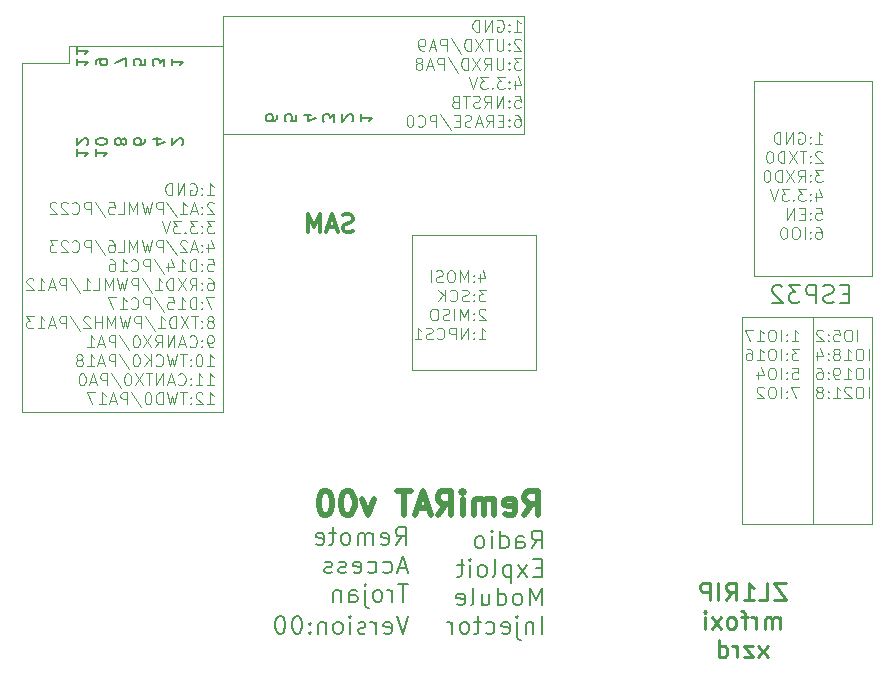
<source format=gbr>
%TF.GenerationSoftware,KiCad,Pcbnew,9.0.3*%
%TF.CreationDate,2025-07-12T13:39:52+12:00*%
%TF.ProjectId,RemiRAT,52656d69-5241-4542-9e6b-696361645f70,rev?*%
%TF.SameCoordinates,Original*%
%TF.FileFunction,Legend,Bot*%
%TF.FilePolarity,Positive*%
%FSLAX46Y46*%
G04 Gerber Fmt 4.6, Leading zero omitted, Abs format (unit mm)*
G04 Created by KiCad (PCBNEW 9.0.3) date 2025-07-12 13:39:52*
%MOMM*%
%LPD*%
G01*
G04 APERTURE LIST*
%ADD10C,0.100000*%
%ADD11C,0.200000*%
%ADD12C,0.300000*%
%ADD13C,0.500000*%
%ADD14C,0.250000*%
G04 APERTURE END LIST*
D10*
X134500000Y-99000000D02*
X117500000Y-99000000D01*
X117500000Y-69500000D01*
X121500000Y-69500000D01*
X121500000Y-68000000D01*
X134500000Y-68000000D01*
X134500000Y-99000000D01*
X179500000Y-71000000D02*
X189500000Y-71000000D01*
X189500000Y-87500000D01*
X179500000Y-87500000D01*
X179500000Y-71000000D01*
X178500000Y-91000000D02*
X184500000Y-91000000D01*
X184500000Y-108500000D01*
X178500000Y-108500000D01*
X178500000Y-91000000D01*
X134500000Y-65500000D02*
X160000000Y-65500000D01*
X160000000Y-75500000D01*
X134500000Y-75500000D01*
X134500000Y-65500000D01*
X184500000Y-91000000D02*
X189500000Y-91000000D01*
X189500000Y-108500000D01*
X184500000Y-108500000D01*
X184500000Y-91000000D01*
X150500000Y-84000000D02*
X161000000Y-84000000D01*
X161000000Y-95500000D01*
X150500000Y-95500000D01*
X150500000Y-84000000D01*
D11*
X130182500Y-69106517D02*
X130182500Y-69677945D01*
X130182500Y-69392231D02*
X131182500Y-69392231D01*
X131182500Y-69392231D02*
X131039643Y-69487469D01*
X131039643Y-69487469D02*
X130944405Y-69582707D01*
X130944405Y-69582707D02*
X130896786Y-69677945D01*
X129572556Y-69725564D02*
X129572556Y-69106517D01*
X129572556Y-69106517D02*
X129191604Y-69439850D01*
X129191604Y-69439850D02*
X129191604Y-69296993D01*
X129191604Y-69296993D02*
X129143985Y-69201755D01*
X129143985Y-69201755D02*
X129096366Y-69154136D01*
X129096366Y-69154136D02*
X129001128Y-69106517D01*
X129001128Y-69106517D02*
X128763033Y-69106517D01*
X128763033Y-69106517D02*
X128667795Y-69154136D01*
X128667795Y-69154136D02*
X128620176Y-69201755D01*
X128620176Y-69201755D02*
X128572556Y-69296993D01*
X128572556Y-69296993D02*
X128572556Y-69582707D01*
X128572556Y-69582707D02*
X128620176Y-69677945D01*
X128620176Y-69677945D02*
X128667795Y-69725564D01*
X127962612Y-69154136D02*
X127962612Y-69630326D01*
X127962612Y-69630326D02*
X127486422Y-69677945D01*
X127486422Y-69677945D02*
X127534041Y-69630326D01*
X127534041Y-69630326D02*
X127581660Y-69535088D01*
X127581660Y-69535088D02*
X127581660Y-69296993D01*
X127581660Y-69296993D02*
X127534041Y-69201755D01*
X127534041Y-69201755D02*
X127486422Y-69154136D01*
X127486422Y-69154136D02*
X127391184Y-69106517D01*
X127391184Y-69106517D02*
X127153089Y-69106517D01*
X127153089Y-69106517D02*
X127057851Y-69154136D01*
X127057851Y-69154136D02*
X127010232Y-69201755D01*
X127010232Y-69201755D02*
X126962612Y-69296993D01*
X126962612Y-69296993D02*
X126962612Y-69535088D01*
X126962612Y-69535088D02*
X127010232Y-69630326D01*
X127010232Y-69630326D02*
X127057851Y-69677945D01*
X126352668Y-69725564D02*
X126352668Y-69058898D01*
X126352668Y-69058898D02*
X125352668Y-69487469D01*
X123742724Y-69582707D02*
X123742724Y-69392231D01*
X123742724Y-69392231D02*
X123790344Y-69296993D01*
X123790344Y-69296993D02*
X123837963Y-69249374D01*
X123837963Y-69249374D02*
X123980820Y-69154136D01*
X123980820Y-69154136D02*
X124171296Y-69106517D01*
X124171296Y-69106517D02*
X124552248Y-69106517D01*
X124552248Y-69106517D02*
X124647486Y-69154136D01*
X124647486Y-69154136D02*
X124695105Y-69201755D01*
X124695105Y-69201755D02*
X124742724Y-69296993D01*
X124742724Y-69296993D02*
X124742724Y-69487469D01*
X124742724Y-69487469D02*
X124695105Y-69582707D01*
X124695105Y-69582707D02*
X124647486Y-69630326D01*
X124647486Y-69630326D02*
X124552248Y-69677945D01*
X124552248Y-69677945D02*
X124314153Y-69677945D01*
X124314153Y-69677945D02*
X124218915Y-69630326D01*
X124218915Y-69630326D02*
X124171296Y-69582707D01*
X124171296Y-69582707D02*
X124123677Y-69487469D01*
X124123677Y-69487469D02*
X124123677Y-69296993D01*
X124123677Y-69296993D02*
X124171296Y-69201755D01*
X124171296Y-69201755D02*
X124218915Y-69154136D01*
X124218915Y-69154136D02*
X124314153Y-69106517D01*
X122132780Y-69106517D02*
X122132780Y-69677945D01*
X122132780Y-69392231D02*
X123132780Y-69392231D01*
X123132780Y-69392231D02*
X122989923Y-69487469D01*
X122989923Y-69487469D02*
X122894685Y-69582707D01*
X122894685Y-69582707D02*
X122847066Y-69677945D01*
X122132780Y-68154136D02*
X122132780Y-68725564D01*
X122132780Y-68439850D02*
X123132780Y-68439850D01*
X123132780Y-68439850D02*
X122989923Y-68535088D01*
X122989923Y-68535088D02*
X122894685Y-68630326D01*
X122894685Y-68630326D02*
X122847066Y-68725564D01*
D12*
X145516917Y-83729400D02*
X145302632Y-83800828D01*
X145302632Y-83800828D02*
X144945489Y-83800828D01*
X144945489Y-83800828D02*
X144802632Y-83729400D01*
X144802632Y-83729400D02*
X144731203Y-83657971D01*
X144731203Y-83657971D02*
X144659774Y-83515114D01*
X144659774Y-83515114D02*
X144659774Y-83372257D01*
X144659774Y-83372257D02*
X144731203Y-83229400D01*
X144731203Y-83229400D02*
X144802632Y-83157971D01*
X144802632Y-83157971D02*
X144945489Y-83086542D01*
X144945489Y-83086542D02*
X145231203Y-83015114D01*
X145231203Y-83015114D02*
X145374060Y-82943685D01*
X145374060Y-82943685D02*
X145445489Y-82872257D01*
X145445489Y-82872257D02*
X145516917Y-82729400D01*
X145516917Y-82729400D02*
X145516917Y-82586542D01*
X145516917Y-82586542D02*
X145445489Y-82443685D01*
X145445489Y-82443685D02*
X145374060Y-82372257D01*
X145374060Y-82372257D02*
X145231203Y-82300828D01*
X145231203Y-82300828D02*
X144874060Y-82300828D01*
X144874060Y-82300828D02*
X144659774Y-82372257D01*
X144088346Y-83372257D02*
X143374061Y-83372257D01*
X144231203Y-83800828D02*
X143731203Y-82300828D01*
X143731203Y-82300828D02*
X143231203Y-83800828D01*
X142731204Y-83800828D02*
X142731204Y-82300828D01*
X142731204Y-82300828D02*
X142231204Y-83372257D01*
X142231204Y-83372257D02*
X141731204Y-82300828D01*
X141731204Y-82300828D02*
X141731204Y-83800828D01*
D10*
X156267544Y-87375920D02*
X156267544Y-88042587D01*
X156505639Y-86994968D02*
X156743734Y-87709253D01*
X156743734Y-87709253D02*
X156124687Y-87709253D01*
X155743734Y-87947348D02*
X155696115Y-87994968D01*
X155696115Y-87994968D02*
X155743734Y-88042587D01*
X155743734Y-88042587D02*
X155791353Y-87994968D01*
X155791353Y-87994968D02*
X155743734Y-87947348D01*
X155743734Y-87947348D02*
X155743734Y-88042587D01*
X155743734Y-87423539D02*
X155696115Y-87471158D01*
X155696115Y-87471158D02*
X155743734Y-87518777D01*
X155743734Y-87518777D02*
X155791353Y-87471158D01*
X155791353Y-87471158D02*
X155743734Y-87423539D01*
X155743734Y-87423539D02*
X155743734Y-87518777D01*
X155267544Y-88042587D02*
X155267544Y-87042587D01*
X155267544Y-87042587D02*
X154934211Y-87756872D01*
X154934211Y-87756872D02*
X154600878Y-87042587D01*
X154600878Y-87042587D02*
X154600878Y-88042587D01*
X153934211Y-87042587D02*
X153743735Y-87042587D01*
X153743735Y-87042587D02*
X153648497Y-87090206D01*
X153648497Y-87090206D02*
X153553259Y-87185444D01*
X153553259Y-87185444D02*
X153505640Y-87375920D01*
X153505640Y-87375920D02*
X153505640Y-87709253D01*
X153505640Y-87709253D02*
X153553259Y-87899729D01*
X153553259Y-87899729D02*
X153648497Y-87994968D01*
X153648497Y-87994968D02*
X153743735Y-88042587D01*
X153743735Y-88042587D02*
X153934211Y-88042587D01*
X153934211Y-88042587D02*
X154029449Y-87994968D01*
X154029449Y-87994968D02*
X154124687Y-87899729D01*
X154124687Y-87899729D02*
X154172306Y-87709253D01*
X154172306Y-87709253D02*
X154172306Y-87375920D01*
X154172306Y-87375920D02*
X154124687Y-87185444D01*
X154124687Y-87185444D02*
X154029449Y-87090206D01*
X154029449Y-87090206D02*
X153934211Y-87042587D01*
X153124687Y-87994968D02*
X152981830Y-88042587D01*
X152981830Y-88042587D02*
X152743735Y-88042587D01*
X152743735Y-88042587D02*
X152648497Y-87994968D01*
X152648497Y-87994968D02*
X152600878Y-87947348D01*
X152600878Y-87947348D02*
X152553259Y-87852110D01*
X152553259Y-87852110D02*
X152553259Y-87756872D01*
X152553259Y-87756872D02*
X152600878Y-87661634D01*
X152600878Y-87661634D02*
X152648497Y-87614015D01*
X152648497Y-87614015D02*
X152743735Y-87566396D01*
X152743735Y-87566396D02*
X152934211Y-87518777D01*
X152934211Y-87518777D02*
X153029449Y-87471158D01*
X153029449Y-87471158D02*
X153077068Y-87423539D01*
X153077068Y-87423539D02*
X153124687Y-87328301D01*
X153124687Y-87328301D02*
X153124687Y-87233063D01*
X153124687Y-87233063D02*
X153077068Y-87137825D01*
X153077068Y-87137825D02*
X153029449Y-87090206D01*
X153029449Y-87090206D02*
X152934211Y-87042587D01*
X152934211Y-87042587D02*
X152696116Y-87042587D01*
X152696116Y-87042587D02*
X152553259Y-87090206D01*
X152124687Y-88042587D02*
X152124687Y-87042587D01*
X156791353Y-88652531D02*
X156172306Y-88652531D01*
X156172306Y-88652531D02*
X156505639Y-89033483D01*
X156505639Y-89033483D02*
X156362782Y-89033483D01*
X156362782Y-89033483D02*
X156267544Y-89081102D01*
X156267544Y-89081102D02*
X156219925Y-89128721D01*
X156219925Y-89128721D02*
X156172306Y-89223959D01*
X156172306Y-89223959D02*
X156172306Y-89462054D01*
X156172306Y-89462054D02*
X156219925Y-89557292D01*
X156219925Y-89557292D02*
X156267544Y-89604912D01*
X156267544Y-89604912D02*
X156362782Y-89652531D01*
X156362782Y-89652531D02*
X156648496Y-89652531D01*
X156648496Y-89652531D02*
X156743734Y-89604912D01*
X156743734Y-89604912D02*
X156791353Y-89557292D01*
X155743734Y-89557292D02*
X155696115Y-89604912D01*
X155696115Y-89604912D02*
X155743734Y-89652531D01*
X155743734Y-89652531D02*
X155791353Y-89604912D01*
X155791353Y-89604912D02*
X155743734Y-89557292D01*
X155743734Y-89557292D02*
X155743734Y-89652531D01*
X155743734Y-89033483D02*
X155696115Y-89081102D01*
X155696115Y-89081102D02*
X155743734Y-89128721D01*
X155743734Y-89128721D02*
X155791353Y-89081102D01*
X155791353Y-89081102D02*
X155743734Y-89033483D01*
X155743734Y-89033483D02*
X155743734Y-89128721D01*
X155315163Y-89604912D02*
X155172306Y-89652531D01*
X155172306Y-89652531D02*
X154934211Y-89652531D01*
X154934211Y-89652531D02*
X154838973Y-89604912D01*
X154838973Y-89604912D02*
X154791354Y-89557292D01*
X154791354Y-89557292D02*
X154743735Y-89462054D01*
X154743735Y-89462054D02*
X154743735Y-89366816D01*
X154743735Y-89366816D02*
X154791354Y-89271578D01*
X154791354Y-89271578D02*
X154838973Y-89223959D01*
X154838973Y-89223959D02*
X154934211Y-89176340D01*
X154934211Y-89176340D02*
X155124687Y-89128721D01*
X155124687Y-89128721D02*
X155219925Y-89081102D01*
X155219925Y-89081102D02*
X155267544Y-89033483D01*
X155267544Y-89033483D02*
X155315163Y-88938245D01*
X155315163Y-88938245D02*
X155315163Y-88843007D01*
X155315163Y-88843007D02*
X155267544Y-88747769D01*
X155267544Y-88747769D02*
X155219925Y-88700150D01*
X155219925Y-88700150D02*
X155124687Y-88652531D01*
X155124687Y-88652531D02*
X154886592Y-88652531D01*
X154886592Y-88652531D02*
X154743735Y-88700150D01*
X153743735Y-89557292D02*
X153791354Y-89604912D01*
X153791354Y-89604912D02*
X153934211Y-89652531D01*
X153934211Y-89652531D02*
X154029449Y-89652531D01*
X154029449Y-89652531D02*
X154172306Y-89604912D01*
X154172306Y-89604912D02*
X154267544Y-89509673D01*
X154267544Y-89509673D02*
X154315163Y-89414435D01*
X154315163Y-89414435D02*
X154362782Y-89223959D01*
X154362782Y-89223959D02*
X154362782Y-89081102D01*
X154362782Y-89081102D02*
X154315163Y-88890626D01*
X154315163Y-88890626D02*
X154267544Y-88795388D01*
X154267544Y-88795388D02*
X154172306Y-88700150D01*
X154172306Y-88700150D02*
X154029449Y-88652531D01*
X154029449Y-88652531D02*
X153934211Y-88652531D01*
X153934211Y-88652531D02*
X153791354Y-88700150D01*
X153791354Y-88700150D02*
X153743735Y-88747769D01*
X153315163Y-89652531D02*
X153315163Y-88652531D01*
X152743735Y-89652531D02*
X153172306Y-89081102D01*
X152743735Y-88652531D02*
X153315163Y-89223959D01*
X156743734Y-90357713D02*
X156696115Y-90310094D01*
X156696115Y-90310094D02*
X156600877Y-90262475D01*
X156600877Y-90262475D02*
X156362782Y-90262475D01*
X156362782Y-90262475D02*
X156267544Y-90310094D01*
X156267544Y-90310094D02*
X156219925Y-90357713D01*
X156219925Y-90357713D02*
X156172306Y-90452951D01*
X156172306Y-90452951D02*
X156172306Y-90548189D01*
X156172306Y-90548189D02*
X156219925Y-90691046D01*
X156219925Y-90691046D02*
X156791353Y-91262475D01*
X156791353Y-91262475D02*
X156172306Y-91262475D01*
X155743734Y-91167236D02*
X155696115Y-91214856D01*
X155696115Y-91214856D02*
X155743734Y-91262475D01*
X155743734Y-91262475D02*
X155791353Y-91214856D01*
X155791353Y-91214856D02*
X155743734Y-91167236D01*
X155743734Y-91167236D02*
X155743734Y-91262475D01*
X155743734Y-90643427D02*
X155696115Y-90691046D01*
X155696115Y-90691046D02*
X155743734Y-90738665D01*
X155743734Y-90738665D02*
X155791353Y-90691046D01*
X155791353Y-90691046D02*
X155743734Y-90643427D01*
X155743734Y-90643427D02*
X155743734Y-90738665D01*
X155267544Y-91262475D02*
X155267544Y-90262475D01*
X155267544Y-90262475D02*
X154934211Y-90976760D01*
X154934211Y-90976760D02*
X154600878Y-90262475D01*
X154600878Y-90262475D02*
X154600878Y-91262475D01*
X154124687Y-91262475D02*
X154124687Y-90262475D01*
X153696116Y-91214856D02*
X153553259Y-91262475D01*
X153553259Y-91262475D02*
X153315164Y-91262475D01*
X153315164Y-91262475D02*
X153219926Y-91214856D01*
X153219926Y-91214856D02*
X153172307Y-91167236D01*
X153172307Y-91167236D02*
X153124688Y-91071998D01*
X153124688Y-91071998D02*
X153124688Y-90976760D01*
X153124688Y-90976760D02*
X153172307Y-90881522D01*
X153172307Y-90881522D02*
X153219926Y-90833903D01*
X153219926Y-90833903D02*
X153315164Y-90786284D01*
X153315164Y-90786284D02*
X153505640Y-90738665D01*
X153505640Y-90738665D02*
X153600878Y-90691046D01*
X153600878Y-90691046D02*
X153648497Y-90643427D01*
X153648497Y-90643427D02*
X153696116Y-90548189D01*
X153696116Y-90548189D02*
X153696116Y-90452951D01*
X153696116Y-90452951D02*
X153648497Y-90357713D01*
X153648497Y-90357713D02*
X153600878Y-90310094D01*
X153600878Y-90310094D02*
X153505640Y-90262475D01*
X153505640Y-90262475D02*
X153267545Y-90262475D01*
X153267545Y-90262475D02*
X153124688Y-90310094D01*
X152505640Y-90262475D02*
X152315164Y-90262475D01*
X152315164Y-90262475D02*
X152219926Y-90310094D01*
X152219926Y-90310094D02*
X152124688Y-90405332D01*
X152124688Y-90405332D02*
X152077069Y-90595808D01*
X152077069Y-90595808D02*
X152077069Y-90929141D01*
X152077069Y-90929141D02*
X152124688Y-91119617D01*
X152124688Y-91119617D02*
X152219926Y-91214856D01*
X152219926Y-91214856D02*
X152315164Y-91262475D01*
X152315164Y-91262475D02*
X152505640Y-91262475D01*
X152505640Y-91262475D02*
X152600878Y-91214856D01*
X152600878Y-91214856D02*
X152696116Y-91119617D01*
X152696116Y-91119617D02*
X152743735Y-90929141D01*
X152743735Y-90929141D02*
X152743735Y-90595808D01*
X152743735Y-90595808D02*
X152696116Y-90405332D01*
X152696116Y-90405332D02*
X152600878Y-90310094D01*
X152600878Y-90310094D02*
X152505640Y-90262475D01*
X156172306Y-92872419D02*
X156743734Y-92872419D01*
X156458020Y-92872419D02*
X156458020Y-91872419D01*
X156458020Y-91872419D02*
X156553258Y-92015276D01*
X156553258Y-92015276D02*
X156648496Y-92110514D01*
X156648496Y-92110514D02*
X156743734Y-92158133D01*
X155743734Y-92777180D02*
X155696115Y-92824800D01*
X155696115Y-92824800D02*
X155743734Y-92872419D01*
X155743734Y-92872419D02*
X155791353Y-92824800D01*
X155791353Y-92824800D02*
X155743734Y-92777180D01*
X155743734Y-92777180D02*
X155743734Y-92872419D01*
X155743734Y-92253371D02*
X155696115Y-92300990D01*
X155696115Y-92300990D02*
X155743734Y-92348609D01*
X155743734Y-92348609D02*
X155791353Y-92300990D01*
X155791353Y-92300990D02*
X155743734Y-92253371D01*
X155743734Y-92253371D02*
X155743734Y-92348609D01*
X155267544Y-92872419D02*
X155267544Y-91872419D01*
X155267544Y-91872419D02*
X154696116Y-92872419D01*
X154696116Y-92872419D02*
X154696116Y-91872419D01*
X154219925Y-92872419D02*
X154219925Y-91872419D01*
X154219925Y-91872419D02*
X153838973Y-91872419D01*
X153838973Y-91872419D02*
X153743735Y-91920038D01*
X153743735Y-91920038D02*
X153696116Y-91967657D01*
X153696116Y-91967657D02*
X153648497Y-92062895D01*
X153648497Y-92062895D02*
X153648497Y-92205752D01*
X153648497Y-92205752D02*
X153696116Y-92300990D01*
X153696116Y-92300990D02*
X153743735Y-92348609D01*
X153743735Y-92348609D02*
X153838973Y-92396228D01*
X153838973Y-92396228D02*
X154219925Y-92396228D01*
X152648497Y-92777180D02*
X152696116Y-92824800D01*
X152696116Y-92824800D02*
X152838973Y-92872419D01*
X152838973Y-92872419D02*
X152934211Y-92872419D01*
X152934211Y-92872419D02*
X153077068Y-92824800D01*
X153077068Y-92824800D02*
X153172306Y-92729561D01*
X153172306Y-92729561D02*
X153219925Y-92634323D01*
X153219925Y-92634323D02*
X153267544Y-92443847D01*
X153267544Y-92443847D02*
X153267544Y-92300990D01*
X153267544Y-92300990D02*
X153219925Y-92110514D01*
X153219925Y-92110514D02*
X153172306Y-92015276D01*
X153172306Y-92015276D02*
X153077068Y-91920038D01*
X153077068Y-91920038D02*
X152934211Y-91872419D01*
X152934211Y-91872419D02*
X152838973Y-91872419D01*
X152838973Y-91872419D02*
X152696116Y-91920038D01*
X152696116Y-91920038D02*
X152648497Y-91967657D01*
X152267544Y-92824800D02*
X152124687Y-92872419D01*
X152124687Y-92872419D02*
X151886592Y-92872419D01*
X151886592Y-92872419D02*
X151791354Y-92824800D01*
X151791354Y-92824800D02*
X151743735Y-92777180D01*
X151743735Y-92777180D02*
X151696116Y-92681942D01*
X151696116Y-92681942D02*
X151696116Y-92586704D01*
X151696116Y-92586704D02*
X151743735Y-92491466D01*
X151743735Y-92491466D02*
X151791354Y-92443847D01*
X151791354Y-92443847D02*
X151886592Y-92396228D01*
X151886592Y-92396228D02*
X152077068Y-92348609D01*
X152077068Y-92348609D02*
X152172306Y-92300990D01*
X152172306Y-92300990D02*
X152219925Y-92253371D01*
X152219925Y-92253371D02*
X152267544Y-92158133D01*
X152267544Y-92158133D02*
X152267544Y-92062895D01*
X152267544Y-92062895D02*
X152219925Y-91967657D01*
X152219925Y-91967657D02*
X152172306Y-91920038D01*
X152172306Y-91920038D02*
X152077068Y-91872419D01*
X152077068Y-91872419D02*
X151838973Y-91872419D01*
X151838973Y-91872419D02*
X151696116Y-91920038D01*
X150743735Y-92872419D02*
X151315163Y-92872419D01*
X151029449Y-92872419D02*
X151029449Y-91872419D01*
X151029449Y-91872419D02*
X151124687Y-92015276D01*
X151124687Y-92015276D02*
X151219925Y-92110514D01*
X151219925Y-92110514D02*
X151315163Y-92158133D01*
D13*
X160052005Y-107729238D02*
X160718672Y-106776857D01*
X161194862Y-107729238D02*
X161194862Y-105729238D01*
X161194862Y-105729238D02*
X160432957Y-105729238D01*
X160432957Y-105729238D02*
X160242481Y-105824476D01*
X160242481Y-105824476D02*
X160147243Y-105919714D01*
X160147243Y-105919714D02*
X160052005Y-106110190D01*
X160052005Y-106110190D02*
X160052005Y-106395904D01*
X160052005Y-106395904D02*
X160147243Y-106586380D01*
X160147243Y-106586380D02*
X160242481Y-106681619D01*
X160242481Y-106681619D02*
X160432957Y-106776857D01*
X160432957Y-106776857D02*
X161194862Y-106776857D01*
X158432957Y-107634000D02*
X158623433Y-107729238D01*
X158623433Y-107729238D02*
X159004386Y-107729238D01*
X159004386Y-107729238D02*
X159194862Y-107634000D01*
X159194862Y-107634000D02*
X159290100Y-107443523D01*
X159290100Y-107443523D02*
X159290100Y-106681619D01*
X159290100Y-106681619D02*
X159194862Y-106491142D01*
X159194862Y-106491142D02*
X159004386Y-106395904D01*
X159004386Y-106395904D02*
X158623433Y-106395904D01*
X158623433Y-106395904D02*
X158432957Y-106491142D01*
X158432957Y-106491142D02*
X158337719Y-106681619D01*
X158337719Y-106681619D02*
X158337719Y-106872095D01*
X158337719Y-106872095D02*
X159290100Y-107062571D01*
X157480576Y-107729238D02*
X157480576Y-106395904D01*
X157480576Y-106586380D02*
X157385338Y-106491142D01*
X157385338Y-106491142D02*
X157194862Y-106395904D01*
X157194862Y-106395904D02*
X156909147Y-106395904D01*
X156909147Y-106395904D02*
X156718671Y-106491142D01*
X156718671Y-106491142D02*
X156623433Y-106681619D01*
X156623433Y-106681619D02*
X156623433Y-107729238D01*
X156623433Y-106681619D02*
X156528195Y-106491142D01*
X156528195Y-106491142D02*
X156337719Y-106395904D01*
X156337719Y-106395904D02*
X156052005Y-106395904D01*
X156052005Y-106395904D02*
X155861528Y-106491142D01*
X155861528Y-106491142D02*
X155766290Y-106681619D01*
X155766290Y-106681619D02*
X155766290Y-107729238D01*
X154813909Y-107729238D02*
X154813909Y-106395904D01*
X154813909Y-105729238D02*
X154909147Y-105824476D01*
X154909147Y-105824476D02*
X154813909Y-105919714D01*
X154813909Y-105919714D02*
X154718671Y-105824476D01*
X154718671Y-105824476D02*
X154813909Y-105729238D01*
X154813909Y-105729238D02*
X154813909Y-105919714D01*
X152718671Y-107729238D02*
X153385338Y-106776857D01*
X153861528Y-107729238D02*
X153861528Y-105729238D01*
X153861528Y-105729238D02*
X153099623Y-105729238D01*
X153099623Y-105729238D02*
X152909147Y-105824476D01*
X152909147Y-105824476D02*
X152813909Y-105919714D01*
X152813909Y-105919714D02*
X152718671Y-106110190D01*
X152718671Y-106110190D02*
X152718671Y-106395904D01*
X152718671Y-106395904D02*
X152813909Y-106586380D01*
X152813909Y-106586380D02*
X152909147Y-106681619D01*
X152909147Y-106681619D02*
X153099623Y-106776857D01*
X153099623Y-106776857D02*
X153861528Y-106776857D01*
X151956766Y-107157809D02*
X151004385Y-107157809D01*
X152147242Y-107729238D02*
X151480576Y-105729238D01*
X151480576Y-105729238D02*
X150813909Y-107729238D01*
X150432956Y-105729238D02*
X149290099Y-105729238D01*
X149861528Y-107729238D02*
X149861528Y-105729238D01*
X147290098Y-106395904D02*
X146813908Y-107729238D01*
X146813908Y-107729238D02*
X146337717Y-106395904D01*
X145194860Y-105729238D02*
X145004383Y-105729238D01*
X145004383Y-105729238D02*
X144813907Y-105824476D01*
X144813907Y-105824476D02*
X144718669Y-105919714D01*
X144718669Y-105919714D02*
X144623431Y-106110190D01*
X144623431Y-106110190D02*
X144528193Y-106491142D01*
X144528193Y-106491142D02*
X144528193Y-106967333D01*
X144528193Y-106967333D02*
X144623431Y-107348285D01*
X144623431Y-107348285D02*
X144718669Y-107538761D01*
X144718669Y-107538761D02*
X144813907Y-107634000D01*
X144813907Y-107634000D02*
X145004383Y-107729238D01*
X145004383Y-107729238D02*
X145194860Y-107729238D01*
X145194860Y-107729238D02*
X145385336Y-107634000D01*
X145385336Y-107634000D02*
X145480574Y-107538761D01*
X145480574Y-107538761D02*
X145575812Y-107348285D01*
X145575812Y-107348285D02*
X145671050Y-106967333D01*
X145671050Y-106967333D02*
X145671050Y-106491142D01*
X145671050Y-106491142D02*
X145575812Y-106110190D01*
X145575812Y-106110190D02*
X145480574Y-105919714D01*
X145480574Y-105919714D02*
X145385336Y-105824476D01*
X145385336Y-105824476D02*
X145194860Y-105729238D01*
X143290098Y-105729238D02*
X143099621Y-105729238D01*
X143099621Y-105729238D02*
X142909145Y-105824476D01*
X142909145Y-105824476D02*
X142813907Y-105919714D01*
X142813907Y-105919714D02*
X142718669Y-106110190D01*
X142718669Y-106110190D02*
X142623431Y-106491142D01*
X142623431Y-106491142D02*
X142623431Y-106967333D01*
X142623431Y-106967333D02*
X142718669Y-107348285D01*
X142718669Y-107348285D02*
X142813907Y-107538761D01*
X142813907Y-107538761D02*
X142909145Y-107634000D01*
X142909145Y-107634000D02*
X143099621Y-107729238D01*
X143099621Y-107729238D02*
X143290098Y-107729238D01*
X143290098Y-107729238D02*
X143480574Y-107634000D01*
X143480574Y-107634000D02*
X143575812Y-107538761D01*
X143575812Y-107538761D02*
X143671050Y-107348285D01*
X143671050Y-107348285D02*
X143766288Y-106967333D01*
X143766288Y-106967333D02*
X143766288Y-106491142D01*
X143766288Y-106491142D02*
X143671050Y-106110190D01*
X143671050Y-106110190D02*
X143575812Y-105919714D01*
X143575812Y-105919714D02*
X143480574Y-105824476D01*
X143480574Y-105824476D02*
X143290098Y-105729238D01*
D10*
X133172306Y-80663035D02*
X133743734Y-80663035D01*
X133458020Y-80663035D02*
X133458020Y-79663035D01*
X133458020Y-79663035D02*
X133553258Y-79805892D01*
X133553258Y-79805892D02*
X133648496Y-79901130D01*
X133648496Y-79901130D02*
X133743734Y-79948749D01*
X132743734Y-80567796D02*
X132696115Y-80615416D01*
X132696115Y-80615416D02*
X132743734Y-80663035D01*
X132743734Y-80663035D02*
X132791353Y-80615416D01*
X132791353Y-80615416D02*
X132743734Y-80567796D01*
X132743734Y-80567796D02*
X132743734Y-80663035D01*
X132743734Y-80043987D02*
X132696115Y-80091606D01*
X132696115Y-80091606D02*
X132743734Y-80139225D01*
X132743734Y-80139225D02*
X132791353Y-80091606D01*
X132791353Y-80091606D02*
X132743734Y-80043987D01*
X132743734Y-80043987D02*
X132743734Y-80139225D01*
X131743735Y-79710654D02*
X131838973Y-79663035D01*
X131838973Y-79663035D02*
X131981830Y-79663035D01*
X131981830Y-79663035D02*
X132124687Y-79710654D01*
X132124687Y-79710654D02*
X132219925Y-79805892D01*
X132219925Y-79805892D02*
X132267544Y-79901130D01*
X132267544Y-79901130D02*
X132315163Y-80091606D01*
X132315163Y-80091606D02*
X132315163Y-80234463D01*
X132315163Y-80234463D02*
X132267544Y-80424939D01*
X132267544Y-80424939D02*
X132219925Y-80520177D01*
X132219925Y-80520177D02*
X132124687Y-80615416D01*
X132124687Y-80615416D02*
X131981830Y-80663035D01*
X131981830Y-80663035D02*
X131886592Y-80663035D01*
X131886592Y-80663035D02*
X131743735Y-80615416D01*
X131743735Y-80615416D02*
X131696116Y-80567796D01*
X131696116Y-80567796D02*
X131696116Y-80234463D01*
X131696116Y-80234463D02*
X131886592Y-80234463D01*
X131267544Y-80663035D02*
X131267544Y-79663035D01*
X131267544Y-79663035D02*
X130696116Y-80663035D01*
X130696116Y-80663035D02*
X130696116Y-79663035D01*
X130219925Y-80663035D02*
X130219925Y-79663035D01*
X130219925Y-79663035D02*
X129981830Y-79663035D01*
X129981830Y-79663035D02*
X129838973Y-79710654D01*
X129838973Y-79710654D02*
X129743735Y-79805892D01*
X129743735Y-79805892D02*
X129696116Y-79901130D01*
X129696116Y-79901130D02*
X129648497Y-80091606D01*
X129648497Y-80091606D02*
X129648497Y-80234463D01*
X129648497Y-80234463D02*
X129696116Y-80424939D01*
X129696116Y-80424939D02*
X129743735Y-80520177D01*
X129743735Y-80520177D02*
X129838973Y-80615416D01*
X129838973Y-80615416D02*
X129981830Y-80663035D01*
X129981830Y-80663035D02*
X130219925Y-80663035D01*
X133743734Y-81368217D02*
X133696115Y-81320598D01*
X133696115Y-81320598D02*
X133600877Y-81272979D01*
X133600877Y-81272979D02*
X133362782Y-81272979D01*
X133362782Y-81272979D02*
X133267544Y-81320598D01*
X133267544Y-81320598D02*
X133219925Y-81368217D01*
X133219925Y-81368217D02*
X133172306Y-81463455D01*
X133172306Y-81463455D02*
X133172306Y-81558693D01*
X133172306Y-81558693D02*
X133219925Y-81701550D01*
X133219925Y-81701550D02*
X133791353Y-82272979D01*
X133791353Y-82272979D02*
X133172306Y-82272979D01*
X132743734Y-82177740D02*
X132696115Y-82225360D01*
X132696115Y-82225360D02*
X132743734Y-82272979D01*
X132743734Y-82272979D02*
X132791353Y-82225360D01*
X132791353Y-82225360D02*
X132743734Y-82177740D01*
X132743734Y-82177740D02*
X132743734Y-82272979D01*
X132743734Y-81653931D02*
X132696115Y-81701550D01*
X132696115Y-81701550D02*
X132743734Y-81749169D01*
X132743734Y-81749169D02*
X132791353Y-81701550D01*
X132791353Y-81701550D02*
X132743734Y-81653931D01*
X132743734Y-81653931D02*
X132743734Y-81749169D01*
X132315163Y-81987264D02*
X131838973Y-81987264D01*
X132410401Y-82272979D02*
X132077068Y-81272979D01*
X132077068Y-81272979D02*
X131743735Y-82272979D01*
X130886592Y-82272979D02*
X131458020Y-82272979D01*
X131172306Y-82272979D02*
X131172306Y-81272979D01*
X131172306Y-81272979D02*
X131267544Y-81415836D01*
X131267544Y-81415836D02*
X131362782Y-81511074D01*
X131362782Y-81511074D02*
X131458020Y-81558693D01*
X129743735Y-81225360D02*
X130600877Y-82511074D01*
X129410401Y-82272979D02*
X129410401Y-81272979D01*
X129410401Y-81272979D02*
X129029449Y-81272979D01*
X129029449Y-81272979D02*
X128934211Y-81320598D01*
X128934211Y-81320598D02*
X128886592Y-81368217D01*
X128886592Y-81368217D02*
X128838973Y-81463455D01*
X128838973Y-81463455D02*
X128838973Y-81606312D01*
X128838973Y-81606312D02*
X128886592Y-81701550D01*
X128886592Y-81701550D02*
X128934211Y-81749169D01*
X128934211Y-81749169D02*
X129029449Y-81796788D01*
X129029449Y-81796788D02*
X129410401Y-81796788D01*
X128505639Y-81272979D02*
X128267544Y-82272979D01*
X128267544Y-82272979D02*
X128077068Y-81558693D01*
X128077068Y-81558693D02*
X127886592Y-82272979D01*
X127886592Y-82272979D02*
X127648497Y-81272979D01*
X127267544Y-82272979D02*
X127267544Y-81272979D01*
X127267544Y-81272979D02*
X126934211Y-81987264D01*
X126934211Y-81987264D02*
X126600878Y-81272979D01*
X126600878Y-81272979D02*
X126600878Y-82272979D01*
X125648497Y-82272979D02*
X126124687Y-82272979D01*
X126124687Y-82272979D02*
X126124687Y-81272979D01*
X124838973Y-81272979D02*
X125315163Y-81272979D01*
X125315163Y-81272979D02*
X125362782Y-81749169D01*
X125362782Y-81749169D02*
X125315163Y-81701550D01*
X125315163Y-81701550D02*
X125219925Y-81653931D01*
X125219925Y-81653931D02*
X124981830Y-81653931D01*
X124981830Y-81653931D02*
X124886592Y-81701550D01*
X124886592Y-81701550D02*
X124838973Y-81749169D01*
X124838973Y-81749169D02*
X124791354Y-81844407D01*
X124791354Y-81844407D02*
X124791354Y-82082502D01*
X124791354Y-82082502D02*
X124838973Y-82177740D01*
X124838973Y-82177740D02*
X124886592Y-82225360D01*
X124886592Y-82225360D02*
X124981830Y-82272979D01*
X124981830Y-82272979D02*
X125219925Y-82272979D01*
X125219925Y-82272979D02*
X125315163Y-82225360D01*
X125315163Y-82225360D02*
X125362782Y-82177740D01*
X123648497Y-81225360D02*
X124505639Y-82511074D01*
X123315163Y-82272979D02*
X123315163Y-81272979D01*
X123315163Y-81272979D02*
X122934211Y-81272979D01*
X122934211Y-81272979D02*
X122838973Y-81320598D01*
X122838973Y-81320598D02*
X122791354Y-81368217D01*
X122791354Y-81368217D02*
X122743735Y-81463455D01*
X122743735Y-81463455D02*
X122743735Y-81606312D01*
X122743735Y-81606312D02*
X122791354Y-81701550D01*
X122791354Y-81701550D02*
X122838973Y-81749169D01*
X122838973Y-81749169D02*
X122934211Y-81796788D01*
X122934211Y-81796788D02*
X123315163Y-81796788D01*
X121743735Y-82177740D02*
X121791354Y-82225360D01*
X121791354Y-82225360D02*
X121934211Y-82272979D01*
X121934211Y-82272979D02*
X122029449Y-82272979D01*
X122029449Y-82272979D02*
X122172306Y-82225360D01*
X122172306Y-82225360D02*
X122267544Y-82130121D01*
X122267544Y-82130121D02*
X122315163Y-82034883D01*
X122315163Y-82034883D02*
X122362782Y-81844407D01*
X122362782Y-81844407D02*
X122362782Y-81701550D01*
X122362782Y-81701550D02*
X122315163Y-81511074D01*
X122315163Y-81511074D02*
X122267544Y-81415836D01*
X122267544Y-81415836D02*
X122172306Y-81320598D01*
X122172306Y-81320598D02*
X122029449Y-81272979D01*
X122029449Y-81272979D02*
X121934211Y-81272979D01*
X121934211Y-81272979D02*
X121791354Y-81320598D01*
X121791354Y-81320598D02*
X121743735Y-81368217D01*
X121362782Y-81368217D02*
X121315163Y-81320598D01*
X121315163Y-81320598D02*
X121219925Y-81272979D01*
X121219925Y-81272979D02*
X120981830Y-81272979D01*
X120981830Y-81272979D02*
X120886592Y-81320598D01*
X120886592Y-81320598D02*
X120838973Y-81368217D01*
X120838973Y-81368217D02*
X120791354Y-81463455D01*
X120791354Y-81463455D02*
X120791354Y-81558693D01*
X120791354Y-81558693D02*
X120838973Y-81701550D01*
X120838973Y-81701550D02*
X121410401Y-82272979D01*
X121410401Y-82272979D02*
X120791354Y-82272979D01*
X120410401Y-81368217D02*
X120362782Y-81320598D01*
X120362782Y-81320598D02*
X120267544Y-81272979D01*
X120267544Y-81272979D02*
X120029449Y-81272979D01*
X120029449Y-81272979D02*
X119934211Y-81320598D01*
X119934211Y-81320598D02*
X119886592Y-81368217D01*
X119886592Y-81368217D02*
X119838973Y-81463455D01*
X119838973Y-81463455D02*
X119838973Y-81558693D01*
X119838973Y-81558693D02*
X119886592Y-81701550D01*
X119886592Y-81701550D02*
X120458020Y-82272979D01*
X120458020Y-82272979D02*
X119838973Y-82272979D01*
X133791353Y-82882923D02*
X133172306Y-82882923D01*
X133172306Y-82882923D02*
X133505639Y-83263875D01*
X133505639Y-83263875D02*
X133362782Y-83263875D01*
X133362782Y-83263875D02*
X133267544Y-83311494D01*
X133267544Y-83311494D02*
X133219925Y-83359113D01*
X133219925Y-83359113D02*
X133172306Y-83454351D01*
X133172306Y-83454351D02*
X133172306Y-83692446D01*
X133172306Y-83692446D02*
X133219925Y-83787684D01*
X133219925Y-83787684D02*
X133267544Y-83835304D01*
X133267544Y-83835304D02*
X133362782Y-83882923D01*
X133362782Y-83882923D02*
X133648496Y-83882923D01*
X133648496Y-83882923D02*
X133743734Y-83835304D01*
X133743734Y-83835304D02*
X133791353Y-83787684D01*
X132743734Y-83787684D02*
X132696115Y-83835304D01*
X132696115Y-83835304D02*
X132743734Y-83882923D01*
X132743734Y-83882923D02*
X132791353Y-83835304D01*
X132791353Y-83835304D02*
X132743734Y-83787684D01*
X132743734Y-83787684D02*
X132743734Y-83882923D01*
X132743734Y-83263875D02*
X132696115Y-83311494D01*
X132696115Y-83311494D02*
X132743734Y-83359113D01*
X132743734Y-83359113D02*
X132791353Y-83311494D01*
X132791353Y-83311494D02*
X132743734Y-83263875D01*
X132743734Y-83263875D02*
X132743734Y-83359113D01*
X132362782Y-82882923D02*
X131743735Y-82882923D01*
X131743735Y-82882923D02*
X132077068Y-83263875D01*
X132077068Y-83263875D02*
X131934211Y-83263875D01*
X131934211Y-83263875D02*
X131838973Y-83311494D01*
X131838973Y-83311494D02*
X131791354Y-83359113D01*
X131791354Y-83359113D02*
X131743735Y-83454351D01*
X131743735Y-83454351D02*
X131743735Y-83692446D01*
X131743735Y-83692446D02*
X131791354Y-83787684D01*
X131791354Y-83787684D02*
X131838973Y-83835304D01*
X131838973Y-83835304D02*
X131934211Y-83882923D01*
X131934211Y-83882923D02*
X132219925Y-83882923D01*
X132219925Y-83882923D02*
X132315163Y-83835304D01*
X132315163Y-83835304D02*
X132362782Y-83787684D01*
X131315163Y-83787684D02*
X131267544Y-83835304D01*
X131267544Y-83835304D02*
X131315163Y-83882923D01*
X131315163Y-83882923D02*
X131362782Y-83835304D01*
X131362782Y-83835304D02*
X131315163Y-83787684D01*
X131315163Y-83787684D02*
X131315163Y-83882923D01*
X130934211Y-82882923D02*
X130315164Y-82882923D01*
X130315164Y-82882923D02*
X130648497Y-83263875D01*
X130648497Y-83263875D02*
X130505640Y-83263875D01*
X130505640Y-83263875D02*
X130410402Y-83311494D01*
X130410402Y-83311494D02*
X130362783Y-83359113D01*
X130362783Y-83359113D02*
X130315164Y-83454351D01*
X130315164Y-83454351D02*
X130315164Y-83692446D01*
X130315164Y-83692446D02*
X130362783Y-83787684D01*
X130362783Y-83787684D02*
X130410402Y-83835304D01*
X130410402Y-83835304D02*
X130505640Y-83882923D01*
X130505640Y-83882923D02*
X130791354Y-83882923D01*
X130791354Y-83882923D02*
X130886592Y-83835304D01*
X130886592Y-83835304D02*
X130934211Y-83787684D01*
X130029449Y-82882923D02*
X129696116Y-83882923D01*
X129696116Y-83882923D02*
X129362783Y-82882923D01*
X133267544Y-84826200D02*
X133267544Y-85492867D01*
X133505639Y-84445248D02*
X133743734Y-85159533D01*
X133743734Y-85159533D02*
X133124687Y-85159533D01*
X132743734Y-85397628D02*
X132696115Y-85445248D01*
X132696115Y-85445248D02*
X132743734Y-85492867D01*
X132743734Y-85492867D02*
X132791353Y-85445248D01*
X132791353Y-85445248D02*
X132743734Y-85397628D01*
X132743734Y-85397628D02*
X132743734Y-85492867D01*
X132743734Y-84873819D02*
X132696115Y-84921438D01*
X132696115Y-84921438D02*
X132743734Y-84969057D01*
X132743734Y-84969057D02*
X132791353Y-84921438D01*
X132791353Y-84921438D02*
X132743734Y-84873819D01*
X132743734Y-84873819D02*
X132743734Y-84969057D01*
X132315163Y-85207152D02*
X131838973Y-85207152D01*
X132410401Y-85492867D02*
X132077068Y-84492867D01*
X132077068Y-84492867D02*
X131743735Y-85492867D01*
X131458020Y-84588105D02*
X131410401Y-84540486D01*
X131410401Y-84540486D02*
X131315163Y-84492867D01*
X131315163Y-84492867D02*
X131077068Y-84492867D01*
X131077068Y-84492867D02*
X130981830Y-84540486D01*
X130981830Y-84540486D02*
X130934211Y-84588105D01*
X130934211Y-84588105D02*
X130886592Y-84683343D01*
X130886592Y-84683343D02*
X130886592Y-84778581D01*
X130886592Y-84778581D02*
X130934211Y-84921438D01*
X130934211Y-84921438D02*
X131505639Y-85492867D01*
X131505639Y-85492867D02*
X130886592Y-85492867D01*
X129743735Y-84445248D02*
X130600877Y-85730962D01*
X129410401Y-85492867D02*
X129410401Y-84492867D01*
X129410401Y-84492867D02*
X129029449Y-84492867D01*
X129029449Y-84492867D02*
X128934211Y-84540486D01*
X128934211Y-84540486D02*
X128886592Y-84588105D01*
X128886592Y-84588105D02*
X128838973Y-84683343D01*
X128838973Y-84683343D02*
X128838973Y-84826200D01*
X128838973Y-84826200D02*
X128886592Y-84921438D01*
X128886592Y-84921438D02*
X128934211Y-84969057D01*
X128934211Y-84969057D02*
X129029449Y-85016676D01*
X129029449Y-85016676D02*
X129410401Y-85016676D01*
X128505639Y-84492867D02*
X128267544Y-85492867D01*
X128267544Y-85492867D02*
X128077068Y-84778581D01*
X128077068Y-84778581D02*
X127886592Y-85492867D01*
X127886592Y-85492867D02*
X127648497Y-84492867D01*
X127267544Y-85492867D02*
X127267544Y-84492867D01*
X127267544Y-84492867D02*
X126934211Y-85207152D01*
X126934211Y-85207152D02*
X126600878Y-84492867D01*
X126600878Y-84492867D02*
X126600878Y-85492867D01*
X125648497Y-85492867D02*
X126124687Y-85492867D01*
X126124687Y-85492867D02*
X126124687Y-84492867D01*
X124886592Y-84492867D02*
X125077068Y-84492867D01*
X125077068Y-84492867D02*
X125172306Y-84540486D01*
X125172306Y-84540486D02*
X125219925Y-84588105D01*
X125219925Y-84588105D02*
X125315163Y-84730962D01*
X125315163Y-84730962D02*
X125362782Y-84921438D01*
X125362782Y-84921438D02*
X125362782Y-85302390D01*
X125362782Y-85302390D02*
X125315163Y-85397628D01*
X125315163Y-85397628D02*
X125267544Y-85445248D01*
X125267544Y-85445248D02*
X125172306Y-85492867D01*
X125172306Y-85492867D02*
X124981830Y-85492867D01*
X124981830Y-85492867D02*
X124886592Y-85445248D01*
X124886592Y-85445248D02*
X124838973Y-85397628D01*
X124838973Y-85397628D02*
X124791354Y-85302390D01*
X124791354Y-85302390D02*
X124791354Y-85064295D01*
X124791354Y-85064295D02*
X124838973Y-84969057D01*
X124838973Y-84969057D02*
X124886592Y-84921438D01*
X124886592Y-84921438D02*
X124981830Y-84873819D01*
X124981830Y-84873819D02*
X125172306Y-84873819D01*
X125172306Y-84873819D02*
X125267544Y-84921438D01*
X125267544Y-84921438D02*
X125315163Y-84969057D01*
X125315163Y-84969057D02*
X125362782Y-85064295D01*
X123648497Y-84445248D02*
X124505639Y-85730962D01*
X123315163Y-85492867D02*
X123315163Y-84492867D01*
X123315163Y-84492867D02*
X122934211Y-84492867D01*
X122934211Y-84492867D02*
X122838973Y-84540486D01*
X122838973Y-84540486D02*
X122791354Y-84588105D01*
X122791354Y-84588105D02*
X122743735Y-84683343D01*
X122743735Y-84683343D02*
X122743735Y-84826200D01*
X122743735Y-84826200D02*
X122791354Y-84921438D01*
X122791354Y-84921438D02*
X122838973Y-84969057D01*
X122838973Y-84969057D02*
X122934211Y-85016676D01*
X122934211Y-85016676D02*
X123315163Y-85016676D01*
X121743735Y-85397628D02*
X121791354Y-85445248D01*
X121791354Y-85445248D02*
X121934211Y-85492867D01*
X121934211Y-85492867D02*
X122029449Y-85492867D01*
X122029449Y-85492867D02*
X122172306Y-85445248D01*
X122172306Y-85445248D02*
X122267544Y-85350009D01*
X122267544Y-85350009D02*
X122315163Y-85254771D01*
X122315163Y-85254771D02*
X122362782Y-85064295D01*
X122362782Y-85064295D02*
X122362782Y-84921438D01*
X122362782Y-84921438D02*
X122315163Y-84730962D01*
X122315163Y-84730962D02*
X122267544Y-84635724D01*
X122267544Y-84635724D02*
X122172306Y-84540486D01*
X122172306Y-84540486D02*
X122029449Y-84492867D01*
X122029449Y-84492867D02*
X121934211Y-84492867D01*
X121934211Y-84492867D02*
X121791354Y-84540486D01*
X121791354Y-84540486D02*
X121743735Y-84588105D01*
X121362782Y-84588105D02*
X121315163Y-84540486D01*
X121315163Y-84540486D02*
X121219925Y-84492867D01*
X121219925Y-84492867D02*
X120981830Y-84492867D01*
X120981830Y-84492867D02*
X120886592Y-84540486D01*
X120886592Y-84540486D02*
X120838973Y-84588105D01*
X120838973Y-84588105D02*
X120791354Y-84683343D01*
X120791354Y-84683343D02*
X120791354Y-84778581D01*
X120791354Y-84778581D02*
X120838973Y-84921438D01*
X120838973Y-84921438D02*
X121410401Y-85492867D01*
X121410401Y-85492867D02*
X120791354Y-85492867D01*
X120458020Y-84492867D02*
X119838973Y-84492867D01*
X119838973Y-84492867D02*
X120172306Y-84873819D01*
X120172306Y-84873819D02*
X120029449Y-84873819D01*
X120029449Y-84873819D02*
X119934211Y-84921438D01*
X119934211Y-84921438D02*
X119886592Y-84969057D01*
X119886592Y-84969057D02*
X119838973Y-85064295D01*
X119838973Y-85064295D02*
X119838973Y-85302390D01*
X119838973Y-85302390D02*
X119886592Y-85397628D01*
X119886592Y-85397628D02*
X119934211Y-85445248D01*
X119934211Y-85445248D02*
X120029449Y-85492867D01*
X120029449Y-85492867D02*
X120315163Y-85492867D01*
X120315163Y-85492867D02*
X120410401Y-85445248D01*
X120410401Y-85445248D02*
X120458020Y-85397628D01*
X133219925Y-86102811D02*
X133696115Y-86102811D01*
X133696115Y-86102811D02*
X133743734Y-86579001D01*
X133743734Y-86579001D02*
X133696115Y-86531382D01*
X133696115Y-86531382D02*
X133600877Y-86483763D01*
X133600877Y-86483763D02*
X133362782Y-86483763D01*
X133362782Y-86483763D02*
X133267544Y-86531382D01*
X133267544Y-86531382D02*
X133219925Y-86579001D01*
X133219925Y-86579001D02*
X133172306Y-86674239D01*
X133172306Y-86674239D02*
X133172306Y-86912334D01*
X133172306Y-86912334D02*
X133219925Y-87007572D01*
X133219925Y-87007572D02*
X133267544Y-87055192D01*
X133267544Y-87055192D02*
X133362782Y-87102811D01*
X133362782Y-87102811D02*
X133600877Y-87102811D01*
X133600877Y-87102811D02*
X133696115Y-87055192D01*
X133696115Y-87055192D02*
X133743734Y-87007572D01*
X132743734Y-87007572D02*
X132696115Y-87055192D01*
X132696115Y-87055192D02*
X132743734Y-87102811D01*
X132743734Y-87102811D02*
X132791353Y-87055192D01*
X132791353Y-87055192D02*
X132743734Y-87007572D01*
X132743734Y-87007572D02*
X132743734Y-87102811D01*
X132743734Y-86483763D02*
X132696115Y-86531382D01*
X132696115Y-86531382D02*
X132743734Y-86579001D01*
X132743734Y-86579001D02*
X132791353Y-86531382D01*
X132791353Y-86531382D02*
X132743734Y-86483763D01*
X132743734Y-86483763D02*
X132743734Y-86579001D01*
X132267544Y-87102811D02*
X132267544Y-86102811D01*
X132267544Y-86102811D02*
X132029449Y-86102811D01*
X132029449Y-86102811D02*
X131886592Y-86150430D01*
X131886592Y-86150430D02*
X131791354Y-86245668D01*
X131791354Y-86245668D02*
X131743735Y-86340906D01*
X131743735Y-86340906D02*
X131696116Y-86531382D01*
X131696116Y-86531382D02*
X131696116Y-86674239D01*
X131696116Y-86674239D02*
X131743735Y-86864715D01*
X131743735Y-86864715D02*
X131791354Y-86959953D01*
X131791354Y-86959953D02*
X131886592Y-87055192D01*
X131886592Y-87055192D02*
X132029449Y-87102811D01*
X132029449Y-87102811D02*
X132267544Y-87102811D01*
X130743735Y-87102811D02*
X131315163Y-87102811D01*
X131029449Y-87102811D02*
X131029449Y-86102811D01*
X131029449Y-86102811D02*
X131124687Y-86245668D01*
X131124687Y-86245668D02*
X131219925Y-86340906D01*
X131219925Y-86340906D02*
X131315163Y-86388525D01*
X129886592Y-86436144D02*
X129886592Y-87102811D01*
X130124687Y-86055192D02*
X130362782Y-86769477D01*
X130362782Y-86769477D02*
X129743735Y-86769477D01*
X128648497Y-86055192D02*
X129505639Y-87340906D01*
X128315163Y-87102811D02*
X128315163Y-86102811D01*
X128315163Y-86102811D02*
X127934211Y-86102811D01*
X127934211Y-86102811D02*
X127838973Y-86150430D01*
X127838973Y-86150430D02*
X127791354Y-86198049D01*
X127791354Y-86198049D02*
X127743735Y-86293287D01*
X127743735Y-86293287D02*
X127743735Y-86436144D01*
X127743735Y-86436144D02*
X127791354Y-86531382D01*
X127791354Y-86531382D02*
X127838973Y-86579001D01*
X127838973Y-86579001D02*
X127934211Y-86626620D01*
X127934211Y-86626620D02*
X128315163Y-86626620D01*
X126743735Y-87007572D02*
X126791354Y-87055192D01*
X126791354Y-87055192D02*
X126934211Y-87102811D01*
X126934211Y-87102811D02*
X127029449Y-87102811D01*
X127029449Y-87102811D02*
X127172306Y-87055192D01*
X127172306Y-87055192D02*
X127267544Y-86959953D01*
X127267544Y-86959953D02*
X127315163Y-86864715D01*
X127315163Y-86864715D02*
X127362782Y-86674239D01*
X127362782Y-86674239D02*
X127362782Y-86531382D01*
X127362782Y-86531382D02*
X127315163Y-86340906D01*
X127315163Y-86340906D02*
X127267544Y-86245668D01*
X127267544Y-86245668D02*
X127172306Y-86150430D01*
X127172306Y-86150430D02*
X127029449Y-86102811D01*
X127029449Y-86102811D02*
X126934211Y-86102811D01*
X126934211Y-86102811D02*
X126791354Y-86150430D01*
X126791354Y-86150430D02*
X126743735Y-86198049D01*
X125791354Y-87102811D02*
X126362782Y-87102811D01*
X126077068Y-87102811D02*
X126077068Y-86102811D01*
X126077068Y-86102811D02*
X126172306Y-86245668D01*
X126172306Y-86245668D02*
X126267544Y-86340906D01*
X126267544Y-86340906D02*
X126362782Y-86388525D01*
X124934211Y-86102811D02*
X125124687Y-86102811D01*
X125124687Y-86102811D02*
X125219925Y-86150430D01*
X125219925Y-86150430D02*
X125267544Y-86198049D01*
X125267544Y-86198049D02*
X125362782Y-86340906D01*
X125362782Y-86340906D02*
X125410401Y-86531382D01*
X125410401Y-86531382D02*
X125410401Y-86912334D01*
X125410401Y-86912334D02*
X125362782Y-87007572D01*
X125362782Y-87007572D02*
X125315163Y-87055192D01*
X125315163Y-87055192D02*
X125219925Y-87102811D01*
X125219925Y-87102811D02*
X125029449Y-87102811D01*
X125029449Y-87102811D02*
X124934211Y-87055192D01*
X124934211Y-87055192D02*
X124886592Y-87007572D01*
X124886592Y-87007572D02*
X124838973Y-86912334D01*
X124838973Y-86912334D02*
X124838973Y-86674239D01*
X124838973Y-86674239D02*
X124886592Y-86579001D01*
X124886592Y-86579001D02*
X124934211Y-86531382D01*
X124934211Y-86531382D02*
X125029449Y-86483763D01*
X125029449Y-86483763D02*
X125219925Y-86483763D01*
X125219925Y-86483763D02*
X125315163Y-86531382D01*
X125315163Y-86531382D02*
X125362782Y-86579001D01*
X125362782Y-86579001D02*
X125410401Y-86674239D01*
X133267544Y-87712755D02*
X133458020Y-87712755D01*
X133458020Y-87712755D02*
X133553258Y-87760374D01*
X133553258Y-87760374D02*
X133600877Y-87807993D01*
X133600877Y-87807993D02*
X133696115Y-87950850D01*
X133696115Y-87950850D02*
X133743734Y-88141326D01*
X133743734Y-88141326D02*
X133743734Y-88522278D01*
X133743734Y-88522278D02*
X133696115Y-88617516D01*
X133696115Y-88617516D02*
X133648496Y-88665136D01*
X133648496Y-88665136D02*
X133553258Y-88712755D01*
X133553258Y-88712755D02*
X133362782Y-88712755D01*
X133362782Y-88712755D02*
X133267544Y-88665136D01*
X133267544Y-88665136D02*
X133219925Y-88617516D01*
X133219925Y-88617516D02*
X133172306Y-88522278D01*
X133172306Y-88522278D02*
X133172306Y-88284183D01*
X133172306Y-88284183D02*
X133219925Y-88188945D01*
X133219925Y-88188945D02*
X133267544Y-88141326D01*
X133267544Y-88141326D02*
X133362782Y-88093707D01*
X133362782Y-88093707D02*
X133553258Y-88093707D01*
X133553258Y-88093707D02*
X133648496Y-88141326D01*
X133648496Y-88141326D02*
X133696115Y-88188945D01*
X133696115Y-88188945D02*
X133743734Y-88284183D01*
X132743734Y-88617516D02*
X132696115Y-88665136D01*
X132696115Y-88665136D02*
X132743734Y-88712755D01*
X132743734Y-88712755D02*
X132791353Y-88665136D01*
X132791353Y-88665136D02*
X132743734Y-88617516D01*
X132743734Y-88617516D02*
X132743734Y-88712755D01*
X132743734Y-88093707D02*
X132696115Y-88141326D01*
X132696115Y-88141326D02*
X132743734Y-88188945D01*
X132743734Y-88188945D02*
X132791353Y-88141326D01*
X132791353Y-88141326D02*
X132743734Y-88093707D01*
X132743734Y-88093707D02*
X132743734Y-88188945D01*
X131696116Y-88712755D02*
X132029449Y-88236564D01*
X132267544Y-88712755D02*
X132267544Y-87712755D01*
X132267544Y-87712755D02*
X131886592Y-87712755D01*
X131886592Y-87712755D02*
X131791354Y-87760374D01*
X131791354Y-87760374D02*
X131743735Y-87807993D01*
X131743735Y-87807993D02*
X131696116Y-87903231D01*
X131696116Y-87903231D02*
X131696116Y-88046088D01*
X131696116Y-88046088D02*
X131743735Y-88141326D01*
X131743735Y-88141326D02*
X131791354Y-88188945D01*
X131791354Y-88188945D02*
X131886592Y-88236564D01*
X131886592Y-88236564D02*
X132267544Y-88236564D01*
X131362782Y-87712755D02*
X130696116Y-88712755D01*
X130696116Y-87712755D02*
X131362782Y-88712755D01*
X130315163Y-88712755D02*
X130315163Y-87712755D01*
X130315163Y-87712755D02*
X130077068Y-87712755D01*
X130077068Y-87712755D02*
X129934211Y-87760374D01*
X129934211Y-87760374D02*
X129838973Y-87855612D01*
X129838973Y-87855612D02*
X129791354Y-87950850D01*
X129791354Y-87950850D02*
X129743735Y-88141326D01*
X129743735Y-88141326D02*
X129743735Y-88284183D01*
X129743735Y-88284183D02*
X129791354Y-88474659D01*
X129791354Y-88474659D02*
X129838973Y-88569897D01*
X129838973Y-88569897D02*
X129934211Y-88665136D01*
X129934211Y-88665136D02*
X130077068Y-88712755D01*
X130077068Y-88712755D02*
X130315163Y-88712755D01*
X128791354Y-88712755D02*
X129362782Y-88712755D01*
X129077068Y-88712755D02*
X129077068Y-87712755D01*
X129077068Y-87712755D02*
X129172306Y-87855612D01*
X129172306Y-87855612D02*
X129267544Y-87950850D01*
X129267544Y-87950850D02*
X129362782Y-87998469D01*
X127648497Y-87665136D02*
X128505639Y-88950850D01*
X127315163Y-88712755D02*
X127315163Y-87712755D01*
X127315163Y-87712755D02*
X126934211Y-87712755D01*
X126934211Y-87712755D02*
X126838973Y-87760374D01*
X126838973Y-87760374D02*
X126791354Y-87807993D01*
X126791354Y-87807993D02*
X126743735Y-87903231D01*
X126743735Y-87903231D02*
X126743735Y-88046088D01*
X126743735Y-88046088D02*
X126791354Y-88141326D01*
X126791354Y-88141326D02*
X126838973Y-88188945D01*
X126838973Y-88188945D02*
X126934211Y-88236564D01*
X126934211Y-88236564D02*
X127315163Y-88236564D01*
X126410401Y-87712755D02*
X126172306Y-88712755D01*
X126172306Y-88712755D02*
X125981830Y-87998469D01*
X125981830Y-87998469D02*
X125791354Y-88712755D01*
X125791354Y-88712755D02*
X125553259Y-87712755D01*
X125172306Y-88712755D02*
X125172306Y-87712755D01*
X125172306Y-87712755D02*
X124838973Y-88427040D01*
X124838973Y-88427040D02*
X124505640Y-87712755D01*
X124505640Y-87712755D02*
X124505640Y-88712755D01*
X123553259Y-88712755D02*
X124029449Y-88712755D01*
X124029449Y-88712755D02*
X124029449Y-87712755D01*
X122696116Y-88712755D02*
X123267544Y-88712755D01*
X122981830Y-88712755D02*
X122981830Y-87712755D01*
X122981830Y-87712755D02*
X123077068Y-87855612D01*
X123077068Y-87855612D02*
X123172306Y-87950850D01*
X123172306Y-87950850D02*
X123267544Y-87998469D01*
X121553259Y-87665136D02*
X122410401Y-88950850D01*
X121219925Y-88712755D02*
X121219925Y-87712755D01*
X121219925Y-87712755D02*
X120838973Y-87712755D01*
X120838973Y-87712755D02*
X120743735Y-87760374D01*
X120743735Y-87760374D02*
X120696116Y-87807993D01*
X120696116Y-87807993D02*
X120648497Y-87903231D01*
X120648497Y-87903231D02*
X120648497Y-88046088D01*
X120648497Y-88046088D02*
X120696116Y-88141326D01*
X120696116Y-88141326D02*
X120743735Y-88188945D01*
X120743735Y-88188945D02*
X120838973Y-88236564D01*
X120838973Y-88236564D02*
X121219925Y-88236564D01*
X120267544Y-88427040D02*
X119791354Y-88427040D01*
X120362782Y-88712755D02*
X120029449Y-87712755D01*
X120029449Y-87712755D02*
X119696116Y-88712755D01*
X118838973Y-88712755D02*
X119410401Y-88712755D01*
X119124687Y-88712755D02*
X119124687Y-87712755D01*
X119124687Y-87712755D02*
X119219925Y-87855612D01*
X119219925Y-87855612D02*
X119315163Y-87950850D01*
X119315163Y-87950850D02*
X119410401Y-87998469D01*
X118458020Y-87807993D02*
X118410401Y-87760374D01*
X118410401Y-87760374D02*
X118315163Y-87712755D01*
X118315163Y-87712755D02*
X118077068Y-87712755D01*
X118077068Y-87712755D02*
X117981830Y-87760374D01*
X117981830Y-87760374D02*
X117934211Y-87807993D01*
X117934211Y-87807993D02*
X117886592Y-87903231D01*
X117886592Y-87903231D02*
X117886592Y-87998469D01*
X117886592Y-87998469D02*
X117934211Y-88141326D01*
X117934211Y-88141326D02*
X118505639Y-88712755D01*
X118505639Y-88712755D02*
X117886592Y-88712755D01*
X133791353Y-89322699D02*
X133124687Y-89322699D01*
X133124687Y-89322699D02*
X133553258Y-90322699D01*
X132743734Y-90227460D02*
X132696115Y-90275080D01*
X132696115Y-90275080D02*
X132743734Y-90322699D01*
X132743734Y-90322699D02*
X132791353Y-90275080D01*
X132791353Y-90275080D02*
X132743734Y-90227460D01*
X132743734Y-90227460D02*
X132743734Y-90322699D01*
X132743734Y-89703651D02*
X132696115Y-89751270D01*
X132696115Y-89751270D02*
X132743734Y-89798889D01*
X132743734Y-89798889D02*
X132791353Y-89751270D01*
X132791353Y-89751270D02*
X132743734Y-89703651D01*
X132743734Y-89703651D02*
X132743734Y-89798889D01*
X132267544Y-90322699D02*
X132267544Y-89322699D01*
X132267544Y-89322699D02*
X132029449Y-89322699D01*
X132029449Y-89322699D02*
X131886592Y-89370318D01*
X131886592Y-89370318D02*
X131791354Y-89465556D01*
X131791354Y-89465556D02*
X131743735Y-89560794D01*
X131743735Y-89560794D02*
X131696116Y-89751270D01*
X131696116Y-89751270D02*
X131696116Y-89894127D01*
X131696116Y-89894127D02*
X131743735Y-90084603D01*
X131743735Y-90084603D02*
X131791354Y-90179841D01*
X131791354Y-90179841D02*
X131886592Y-90275080D01*
X131886592Y-90275080D02*
X132029449Y-90322699D01*
X132029449Y-90322699D02*
X132267544Y-90322699D01*
X130743735Y-90322699D02*
X131315163Y-90322699D01*
X131029449Y-90322699D02*
X131029449Y-89322699D01*
X131029449Y-89322699D02*
X131124687Y-89465556D01*
X131124687Y-89465556D02*
X131219925Y-89560794D01*
X131219925Y-89560794D02*
X131315163Y-89608413D01*
X129838973Y-89322699D02*
X130315163Y-89322699D01*
X130315163Y-89322699D02*
X130362782Y-89798889D01*
X130362782Y-89798889D02*
X130315163Y-89751270D01*
X130315163Y-89751270D02*
X130219925Y-89703651D01*
X130219925Y-89703651D02*
X129981830Y-89703651D01*
X129981830Y-89703651D02*
X129886592Y-89751270D01*
X129886592Y-89751270D02*
X129838973Y-89798889D01*
X129838973Y-89798889D02*
X129791354Y-89894127D01*
X129791354Y-89894127D02*
X129791354Y-90132222D01*
X129791354Y-90132222D02*
X129838973Y-90227460D01*
X129838973Y-90227460D02*
X129886592Y-90275080D01*
X129886592Y-90275080D02*
X129981830Y-90322699D01*
X129981830Y-90322699D02*
X130219925Y-90322699D01*
X130219925Y-90322699D02*
X130315163Y-90275080D01*
X130315163Y-90275080D02*
X130362782Y-90227460D01*
X128648497Y-89275080D02*
X129505639Y-90560794D01*
X128315163Y-90322699D02*
X128315163Y-89322699D01*
X128315163Y-89322699D02*
X127934211Y-89322699D01*
X127934211Y-89322699D02*
X127838973Y-89370318D01*
X127838973Y-89370318D02*
X127791354Y-89417937D01*
X127791354Y-89417937D02*
X127743735Y-89513175D01*
X127743735Y-89513175D02*
X127743735Y-89656032D01*
X127743735Y-89656032D02*
X127791354Y-89751270D01*
X127791354Y-89751270D02*
X127838973Y-89798889D01*
X127838973Y-89798889D02*
X127934211Y-89846508D01*
X127934211Y-89846508D02*
X128315163Y-89846508D01*
X126743735Y-90227460D02*
X126791354Y-90275080D01*
X126791354Y-90275080D02*
X126934211Y-90322699D01*
X126934211Y-90322699D02*
X127029449Y-90322699D01*
X127029449Y-90322699D02*
X127172306Y-90275080D01*
X127172306Y-90275080D02*
X127267544Y-90179841D01*
X127267544Y-90179841D02*
X127315163Y-90084603D01*
X127315163Y-90084603D02*
X127362782Y-89894127D01*
X127362782Y-89894127D02*
X127362782Y-89751270D01*
X127362782Y-89751270D02*
X127315163Y-89560794D01*
X127315163Y-89560794D02*
X127267544Y-89465556D01*
X127267544Y-89465556D02*
X127172306Y-89370318D01*
X127172306Y-89370318D02*
X127029449Y-89322699D01*
X127029449Y-89322699D02*
X126934211Y-89322699D01*
X126934211Y-89322699D02*
X126791354Y-89370318D01*
X126791354Y-89370318D02*
X126743735Y-89417937D01*
X125791354Y-90322699D02*
X126362782Y-90322699D01*
X126077068Y-90322699D02*
X126077068Y-89322699D01*
X126077068Y-89322699D02*
X126172306Y-89465556D01*
X126172306Y-89465556D02*
X126267544Y-89560794D01*
X126267544Y-89560794D02*
X126362782Y-89608413D01*
X125458020Y-89322699D02*
X124791354Y-89322699D01*
X124791354Y-89322699D02*
X125219925Y-90322699D01*
X133553258Y-91361214D02*
X133648496Y-91313595D01*
X133648496Y-91313595D02*
X133696115Y-91265976D01*
X133696115Y-91265976D02*
X133743734Y-91170738D01*
X133743734Y-91170738D02*
X133743734Y-91123119D01*
X133743734Y-91123119D02*
X133696115Y-91027881D01*
X133696115Y-91027881D02*
X133648496Y-90980262D01*
X133648496Y-90980262D02*
X133553258Y-90932643D01*
X133553258Y-90932643D02*
X133362782Y-90932643D01*
X133362782Y-90932643D02*
X133267544Y-90980262D01*
X133267544Y-90980262D02*
X133219925Y-91027881D01*
X133219925Y-91027881D02*
X133172306Y-91123119D01*
X133172306Y-91123119D02*
X133172306Y-91170738D01*
X133172306Y-91170738D02*
X133219925Y-91265976D01*
X133219925Y-91265976D02*
X133267544Y-91313595D01*
X133267544Y-91313595D02*
X133362782Y-91361214D01*
X133362782Y-91361214D02*
X133553258Y-91361214D01*
X133553258Y-91361214D02*
X133648496Y-91408833D01*
X133648496Y-91408833D02*
X133696115Y-91456452D01*
X133696115Y-91456452D02*
X133743734Y-91551690D01*
X133743734Y-91551690D02*
X133743734Y-91742166D01*
X133743734Y-91742166D02*
X133696115Y-91837404D01*
X133696115Y-91837404D02*
X133648496Y-91885024D01*
X133648496Y-91885024D02*
X133553258Y-91932643D01*
X133553258Y-91932643D02*
X133362782Y-91932643D01*
X133362782Y-91932643D02*
X133267544Y-91885024D01*
X133267544Y-91885024D02*
X133219925Y-91837404D01*
X133219925Y-91837404D02*
X133172306Y-91742166D01*
X133172306Y-91742166D02*
X133172306Y-91551690D01*
X133172306Y-91551690D02*
X133219925Y-91456452D01*
X133219925Y-91456452D02*
X133267544Y-91408833D01*
X133267544Y-91408833D02*
X133362782Y-91361214D01*
X132743734Y-91837404D02*
X132696115Y-91885024D01*
X132696115Y-91885024D02*
X132743734Y-91932643D01*
X132743734Y-91932643D02*
X132791353Y-91885024D01*
X132791353Y-91885024D02*
X132743734Y-91837404D01*
X132743734Y-91837404D02*
X132743734Y-91932643D01*
X132743734Y-91313595D02*
X132696115Y-91361214D01*
X132696115Y-91361214D02*
X132743734Y-91408833D01*
X132743734Y-91408833D02*
X132791353Y-91361214D01*
X132791353Y-91361214D02*
X132743734Y-91313595D01*
X132743734Y-91313595D02*
X132743734Y-91408833D01*
X132410401Y-90932643D02*
X131838973Y-90932643D01*
X132124687Y-91932643D02*
X132124687Y-90932643D01*
X131600877Y-90932643D02*
X130934211Y-91932643D01*
X130934211Y-90932643D02*
X131600877Y-91932643D01*
X130553258Y-91932643D02*
X130553258Y-90932643D01*
X130553258Y-90932643D02*
X130315163Y-90932643D01*
X130315163Y-90932643D02*
X130172306Y-90980262D01*
X130172306Y-90980262D02*
X130077068Y-91075500D01*
X130077068Y-91075500D02*
X130029449Y-91170738D01*
X130029449Y-91170738D02*
X129981830Y-91361214D01*
X129981830Y-91361214D02*
X129981830Y-91504071D01*
X129981830Y-91504071D02*
X130029449Y-91694547D01*
X130029449Y-91694547D02*
X130077068Y-91789785D01*
X130077068Y-91789785D02*
X130172306Y-91885024D01*
X130172306Y-91885024D02*
X130315163Y-91932643D01*
X130315163Y-91932643D02*
X130553258Y-91932643D01*
X129029449Y-91932643D02*
X129600877Y-91932643D01*
X129315163Y-91932643D02*
X129315163Y-90932643D01*
X129315163Y-90932643D02*
X129410401Y-91075500D01*
X129410401Y-91075500D02*
X129505639Y-91170738D01*
X129505639Y-91170738D02*
X129600877Y-91218357D01*
X127886592Y-90885024D02*
X128743734Y-92170738D01*
X127553258Y-91932643D02*
X127553258Y-90932643D01*
X127553258Y-90932643D02*
X127172306Y-90932643D01*
X127172306Y-90932643D02*
X127077068Y-90980262D01*
X127077068Y-90980262D02*
X127029449Y-91027881D01*
X127029449Y-91027881D02*
X126981830Y-91123119D01*
X126981830Y-91123119D02*
X126981830Y-91265976D01*
X126981830Y-91265976D02*
X127029449Y-91361214D01*
X127029449Y-91361214D02*
X127077068Y-91408833D01*
X127077068Y-91408833D02*
X127172306Y-91456452D01*
X127172306Y-91456452D02*
X127553258Y-91456452D01*
X126648496Y-90932643D02*
X126410401Y-91932643D01*
X126410401Y-91932643D02*
X126219925Y-91218357D01*
X126219925Y-91218357D02*
X126029449Y-91932643D01*
X126029449Y-91932643D02*
X125791354Y-90932643D01*
X125410401Y-91932643D02*
X125410401Y-90932643D01*
X125410401Y-90932643D02*
X125077068Y-91646928D01*
X125077068Y-91646928D02*
X124743735Y-90932643D01*
X124743735Y-90932643D02*
X124743735Y-91932643D01*
X124267544Y-91932643D02*
X124267544Y-90932643D01*
X124267544Y-91408833D02*
X123696116Y-91408833D01*
X123696116Y-91932643D02*
X123696116Y-90932643D01*
X123267544Y-91027881D02*
X123219925Y-90980262D01*
X123219925Y-90980262D02*
X123124687Y-90932643D01*
X123124687Y-90932643D02*
X122886592Y-90932643D01*
X122886592Y-90932643D02*
X122791354Y-90980262D01*
X122791354Y-90980262D02*
X122743735Y-91027881D01*
X122743735Y-91027881D02*
X122696116Y-91123119D01*
X122696116Y-91123119D02*
X122696116Y-91218357D01*
X122696116Y-91218357D02*
X122743735Y-91361214D01*
X122743735Y-91361214D02*
X123315163Y-91932643D01*
X123315163Y-91932643D02*
X122696116Y-91932643D01*
X121553259Y-90885024D02*
X122410401Y-92170738D01*
X121219925Y-91932643D02*
X121219925Y-90932643D01*
X121219925Y-90932643D02*
X120838973Y-90932643D01*
X120838973Y-90932643D02*
X120743735Y-90980262D01*
X120743735Y-90980262D02*
X120696116Y-91027881D01*
X120696116Y-91027881D02*
X120648497Y-91123119D01*
X120648497Y-91123119D02*
X120648497Y-91265976D01*
X120648497Y-91265976D02*
X120696116Y-91361214D01*
X120696116Y-91361214D02*
X120743735Y-91408833D01*
X120743735Y-91408833D02*
X120838973Y-91456452D01*
X120838973Y-91456452D02*
X121219925Y-91456452D01*
X120267544Y-91646928D02*
X119791354Y-91646928D01*
X120362782Y-91932643D02*
X120029449Y-90932643D01*
X120029449Y-90932643D02*
X119696116Y-91932643D01*
X118838973Y-91932643D02*
X119410401Y-91932643D01*
X119124687Y-91932643D02*
X119124687Y-90932643D01*
X119124687Y-90932643D02*
X119219925Y-91075500D01*
X119219925Y-91075500D02*
X119315163Y-91170738D01*
X119315163Y-91170738D02*
X119410401Y-91218357D01*
X118505639Y-90932643D02*
X117886592Y-90932643D01*
X117886592Y-90932643D02*
X118219925Y-91313595D01*
X118219925Y-91313595D02*
X118077068Y-91313595D01*
X118077068Y-91313595D02*
X117981830Y-91361214D01*
X117981830Y-91361214D02*
X117934211Y-91408833D01*
X117934211Y-91408833D02*
X117886592Y-91504071D01*
X117886592Y-91504071D02*
X117886592Y-91742166D01*
X117886592Y-91742166D02*
X117934211Y-91837404D01*
X117934211Y-91837404D02*
X117981830Y-91885024D01*
X117981830Y-91885024D02*
X118077068Y-91932643D01*
X118077068Y-91932643D02*
X118362782Y-91932643D01*
X118362782Y-91932643D02*
X118458020Y-91885024D01*
X118458020Y-91885024D02*
X118505639Y-91837404D01*
X133648496Y-93542587D02*
X133458020Y-93542587D01*
X133458020Y-93542587D02*
X133362782Y-93494968D01*
X133362782Y-93494968D02*
X133315163Y-93447348D01*
X133315163Y-93447348D02*
X133219925Y-93304491D01*
X133219925Y-93304491D02*
X133172306Y-93114015D01*
X133172306Y-93114015D02*
X133172306Y-92733063D01*
X133172306Y-92733063D02*
X133219925Y-92637825D01*
X133219925Y-92637825D02*
X133267544Y-92590206D01*
X133267544Y-92590206D02*
X133362782Y-92542587D01*
X133362782Y-92542587D02*
X133553258Y-92542587D01*
X133553258Y-92542587D02*
X133648496Y-92590206D01*
X133648496Y-92590206D02*
X133696115Y-92637825D01*
X133696115Y-92637825D02*
X133743734Y-92733063D01*
X133743734Y-92733063D02*
X133743734Y-92971158D01*
X133743734Y-92971158D02*
X133696115Y-93066396D01*
X133696115Y-93066396D02*
X133648496Y-93114015D01*
X133648496Y-93114015D02*
X133553258Y-93161634D01*
X133553258Y-93161634D02*
X133362782Y-93161634D01*
X133362782Y-93161634D02*
X133267544Y-93114015D01*
X133267544Y-93114015D02*
X133219925Y-93066396D01*
X133219925Y-93066396D02*
X133172306Y-92971158D01*
X132743734Y-93447348D02*
X132696115Y-93494968D01*
X132696115Y-93494968D02*
X132743734Y-93542587D01*
X132743734Y-93542587D02*
X132791353Y-93494968D01*
X132791353Y-93494968D02*
X132743734Y-93447348D01*
X132743734Y-93447348D02*
X132743734Y-93542587D01*
X132743734Y-92923539D02*
X132696115Y-92971158D01*
X132696115Y-92971158D02*
X132743734Y-93018777D01*
X132743734Y-93018777D02*
X132791353Y-92971158D01*
X132791353Y-92971158D02*
X132743734Y-92923539D01*
X132743734Y-92923539D02*
X132743734Y-93018777D01*
X131696116Y-93447348D02*
X131743735Y-93494968D01*
X131743735Y-93494968D02*
X131886592Y-93542587D01*
X131886592Y-93542587D02*
X131981830Y-93542587D01*
X131981830Y-93542587D02*
X132124687Y-93494968D01*
X132124687Y-93494968D02*
X132219925Y-93399729D01*
X132219925Y-93399729D02*
X132267544Y-93304491D01*
X132267544Y-93304491D02*
X132315163Y-93114015D01*
X132315163Y-93114015D02*
X132315163Y-92971158D01*
X132315163Y-92971158D02*
X132267544Y-92780682D01*
X132267544Y-92780682D02*
X132219925Y-92685444D01*
X132219925Y-92685444D02*
X132124687Y-92590206D01*
X132124687Y-92590206D02*
X131981830Y-92542587D01*
X131981830Y-92542587D02*
X131886592Y-92542587D01*
X131886592Y-92542587D02*
X131743735Y-92590206D01*
X131743735Y-92590206D02*
X131696116Y-92637825D01*
X131315163Y-93256872D02*
X130838973Y-93256872D01*
X131410401Y-93542587D02*
X131077068Y-92542587D01*
X131077068Y-92542587D02*
X130743735Y-93542587D01*
X130410401Y-93542587D02*
X130410401Y-92542587D01*
X130410401Y-92542587D02*
X129838973Y-93542587D01*
X129838973Y-93542587D02*
X129838973Y-92542587D01*
X128791354Y-93542587D02*
X129124687Y-93066396D01*
X129362782Y-93542587D02*
X129362782Y-92542587D01*
X129362782Y-92542587D02*
X128981830Y-92542587D01*
X128981830Y-92542587D02*
X128886592Y-92590206D01*
X128886592Y-92590206D02*
X128838973Y-92637825D01*
X128838973Y-92637825D02*
X128791354Y-92733063D01*
X128791354Y-92733063D02*
X128791354Y-92875920D01*
X128791354Y-92875920D02*
X128838973Y-92971158D01*
X128838973Y-92971158D02*
X128886592Y-93018777D01*
X128886592Y-93018777D02*
X128981830Y-93066396D01*
X128981830Y-93066396D02*
X129362782Y-93066396D01*
X128458020Y-92542587D02*
X127791354Y-93542587D01*
X127791354Y-92542587D02*
X128458020Y-93542587D01*
X127219925Y-92542587D02*
X127124687Y-92542587D01*
X127124687Y-92542587D02*
X127029449Y-92590206D01*
X127029449Y-92590206D02*
X126981830Y-92637825D01*
X126981830Y-92637825D02*
X126934211Y-92733063D01*
X126934211Y-92733063D02*
X126886592Y-92923539D01*
X126886592Y-92923539D02*
X126886592Y-93161634D01*
X126886592Y-93161634D02*
X126934211Y-93352110D01*
X126934211Y-93352110D02*
X126981830Y-93447348D01*
X126981830Y-93447348D02*
X127029449Y-93494968D01*
X127029449Y-93494968D02*
X127124687Y-93542587D01*
X127124687Y-93542587D02*
X127219925Y-93542587D01*
X127219925Y-93542587D02*
X127315163Y-93494968D01*
X127315163Y-93494968D02*
X127362782Y-93447348D01*
X127362782Y-93447348D02*
X127410401Y-93352110D01*
X127410401Y-93352110D02*
X127458020Y-93161634D01*
X127458020Y-93161634D02*
X127458020Y-92923539D01*
X127458020Y-92923539D02*
X127410401Y-92733063D01*
X127410401Y-92733063D02*
X127362782Y-92637825D01*
X127362782Y-92637825D02*
X127315163Y-92590206D01*
X127315163Y-92590206D02*
X127219925Y-92542587D01*
X125743735Y-92494968D02*
X126600877Y-93780682D01*
X125410401Y-93542587D02*
X125410401Y-92542587D01*
X125410401Y-92542587D02*
X125029449Y-92542587D01*
X125029449Y-92542587D02*
X124934211Y-92590206D01*
X124934211Y-92590206D02*
X124886592Y-92637825D01*
X124886592Y-92637825D02*
X124838973Y-92733063D01*
X124838973Y-92733063D02*
X124838973Y-92875920D01*
X124838973Y-92875920D02*
X124886592Y-92971158D01*
X124886592Y-92971158D02*
X124934211Y-93018777D01*
X124934211Y-93018777D02*
X125029449Y-93066396D01*
X125029449Y-93066396D02*
X125410401Y-93066396D01*
X124458020Y-93256872D02*
X123981830Y-93256872D01*
X124553258Y-93542587D02*
X124219925Y-92542587D01*
X124219925Y-92542587D02*
X123886592Y-93542587D01*
X123029449Y-93542587D02*
X123600877Y-93542587D01*
X123315163Y-93542587D02*
X123315163Y-92542587D01*
X123315163Y-92542587D02*
X123410401Y-92685444D01*
X123410401Y-92685444D02*
X123505639Y-92780682D01*
X123505639Y-92780682D02*
X123600877Y-92828301D01*
X133172306Y-95152531D02*
X133743734Y-95152531D01*
X133458020Y-95152531D02*
X133458020Y-94152531D01*
X133458020Y-94152531D02*
X133553258Y-94295388D01*
X133553258Y-94295388D02*
X133648496Y-94390626D01*
X133648496Y-94390626D02*
X133743734Y-94438245D01*
X132553258Y-94152531D02*
X132458020Y-94152531D01*
X132458020Y-94152531D02*
X132362782Y-94200150D01*
X132362782Y-94200150D02*
X132315163Y-94247769D01*
X132315163Y-94247769D02*
X132267544Y-94343007D01*
X132267544Y-94343007D02*
X132219925Y-94533483D01*
X132219925Y-94533483D02*
X132219925Y-94771578D01*
X132219925Y-94771578D02*
X132267544Y-94962054D01*
X132267544Y-94962054D02*
X132315163Y-95057292D01*
X132315163Y-95057292D02*
X132362782Y-95104912D01*
X132362782Y-95104912D02*
X132458020Y-95152531D01*
X132458020Y-95152531D02*
X132553258Y-95152531D01*
X132553258Y-95152531D02*
X132648496Y-95104912D01*
X132648496Y-95104912D02*
X132696115Y-95057292D01*
X132696115Y-95057292D02*
X132743734Y-94962054D01*
X132743734Y-94962054D02*
X132791353Y-94771578D01*
X132791353Y-94771578D02*
X132791353Y-94533483D01*
X132791353Y-94533483D02*
X132743734Y-94343007D01*
X132743734Y-94343007D02*
X132696115Y-94247769D01*
X132696115Y-94247769D02*
X132648496Y-94200150D01*
X132648496Y-94200150D02*
X132553258Y-94152531D01*
X131791353Y-95057292D02*
X131743734Y-95104912D01*
X131743734Y-95104912D02*
X131791353Y-95152531D01*
X131791353Y-95152531D02*
X131838972Y-95104912D01*
X131838972Y-95104912D02*
X131791353Y-95057292D01*
X131791353Y-95057292D02*
X131791353Y-95152531D01*
X131791353Y-94533483D02*
X131743734Y-94581102D01*
X131743734Y-94581102D02*
X131791353Y-94628721D01*
X131791353Y-94628721D02*
X131838972Y-94581102D01*
X131838972Y-94581102D02*
X131791353Y-94533483D01*
X131791353Y-94533483D02*
X131791353Y-94628721D01*
X131458020Y-94152531D02*
X130886592Y-94152531D01*
X131172306Y-95152531D02*
X131172306Y-94152531D01*
X130648496Y-94152531D02*
X130410401Y-95152531D01*
X130410401Y-95152531D02*
X130219925Y-94438245D01*
X130219925Y-94438245D02*
X130029449Y-95152531D01*
X130029449Y-95152531D02*
X129791354Y-94152531D01*
X128838973Y-95057292D02*
X128886592Y-95104912D01*
X128886592Y-95104912D02*
X129029449Y-95152531D01*
X129029449Y-95152531D02*
X129124687Y-95152531D01*
X129124687Y-95152531D02*
X129267544Y-95104912D01*
X129267544Y-95104912D02*
X129362782Y-95009673D01*
X129362782Y-95009673D02*
X129410401Y-94914435D01*
X129410401Y-94914435D02*
X129458020Y-94723959D01*
X129458020Y-94723959D02*
X129458020Y-94581102D01*
X129458020Y-94581102D02*
X129410401Y-94390626D01*
X129410401Y-94390626D02*
X129362782Y-94295388D01*
X129362782Y-94295388D02*
X129267544Y-94200150D01*
X129267544Y-94200150D02*
X129124687Y-94152531D01*
X129124687Y-94152531D02*
X129029449Y-94152531D01*
X129029449Y-94152531D02*
X128886592Y-94200150D01*
X128886592Y-94200150D02*
X128838973Y-94247769D01*
X128410401Y-95152531D02*
X128410401Y-94152531D01*
X127838973Y-95152531D02*
X128267544Y-94581102D01*
X127838973Y-94152531D02*
X128410401Y-94723959D01*
X127219925Y-94152531D02*
X127124687Y-94152531D01*
X127124687Y-94152531D02*
X127029449Y-94200150D01*
X127029449Y-94200150D02*
X126981830Y-94247769D01*
X126981830Y-94247769D02*
X126934211Y-94343007D01*
X126934211Y-94343007D02*
X126886592Y-94533483D01*
X126886592Y-94533483D02*
X126886592Y-94771578D01*
X126886592Y-94771578D02*
X126934211Y-94962054D01*
X126934211Y-94962054D02*
X126981830Y-95057292D01*
X126981830Y-95057292D02*
X127029449Y-95104912D01*
X127029449Y-95104912D02*
X127124687Y-95152531D01*
X127124687Y-95152531D02*
X127219925Y-95152531D01*
X127219925Y-95152531D02*
X127315163Y-95104912D01*
X127315163Y-95104912D02*
X127362782Y-95057292D01*
X127362782Y-95057292D02*
X127410401Y-94962054D01*
X127410401Y-94962054D02*
X127458020Y-94771578D01*
X127458020Y-94771578D02*
X127458020Y-94533483D01*
X127458020Y-94533483D02*
X127410401Y-94343007D01*
X127410401Y-94343007D02*
X127362782Y-94247769D01*
X127362782Y-94247769D02*
X127315163Y-94200150D01*
X127315163Y-94200150D02*
X127219925Y-94152531D01*
X125743735Y-94104912D02*
X126600877Y-95390626D01*
X125410401Y-95152531D02*
X125410401Y-94152531D01*
X125410401Y-94152531D02*
X125029449Y-94152531D01*
X125029449Y-94152531D02*
X124934211Y-94200150D01*
X124934211Y-94200150D02*
X124886592Y-94247769D01*
X124886592Y-94247769D02*
X124838973Y-94343007D01*
X124838973Y-94343007D02*
X124838973Y-94485864D01*
X124838973Y-94485864D02*
X124886592Y-94581102D01*
X124886592Y-94581102D02*
X124934211Y-94628721D01*
X124934211Y-94628721D02*
X125029449Y-94676340D01*
X125029449Y-94676340D02*
X125410401Y-94676340D01*
X124458020Y-94866816D02*
X123981830Y-94866816D01*
X124553258Y-95152531D02*
X124219925Y-94152531D01*
X124219925Y-94152531D02*
X123886592Y-95152531D01*
X123029449Y-95152531D02*
X123600877Y-95152531D01*
X123315163Y-95152531D02*
X123315163Y-94152531D01*
X123315163Y-94152531D02*
X123410401Y-94295388D01*
X123410401Y-94295388D02*
X123505639Y-94390626D01*
X123505639Y-94390626D02*
X123600877Y-94438245D01*
X122458020Y-94581102D02*
X122553258Y-94533483D01*
X122553258Y-94533483D02*
X122600877Y-94485864D01*
X122600877Y-94485864D02*
X122648496Y-94390626D01*
X122648496Y-94390626D02*
X122648496Y-94343007D01*
X122648496Y-94343007D02*
X122600877Y-94247769D01*
X122600877Y-94247769D02*
X122553258Y-94200150D01*
X122553258Y-94200150D02*
X122458020Y-94152531D01*
X122458020Y-94152531D02*
X122267544Y-94152531D01*
X122267544Y-94152531D02*
X122172306Y-94200150D01*
X122172306Y-94200150D02*
X122124687Y-94247769D01*
X122124687Y-94247769D02*
X122077068Y-94343007D01*
X122077068Y-94343007D02*
X122077068Y-94390626D01*
X122077068Y-94390626D02*
X122124687Y-94485864D01*
X122124687Y-94485864D02*
X122172306Y-94533483D01*
X122172306Y-94533483D02*
X122267544Y-94581102D01*
X122267544Y-94581102D02*
X122458020Y-94581102D01*
X122458020Y-94581102D02*
X122553258Y-94628721D01*
X122553258Y-94628721D02*
X122600877Y-94676340D01*
X122600877Y-94676340D02*
X122648496Y-94771578D01*
X122648496Y-94771578D02*
X122648496Y-94962054D01*
X122648496Y-94962054D02*
X122600877Y-95057292D01*
X122600877Y-95057292D02*
X122553258Y-95104912D01*
X122553258Y-95104912D02*
X122458020Y-95152531D01*
X122458020Y-95152531D02*
X122267544Y-95152531D01*
X122267544Y-95152531D02*
X122172306Y-95104912D01*
X122172306Y-95104912D02*
X122124687Y-95057292D01*
X122124687Y-95057292D02*
X122077068Y-94962054D01*
X122077068Y-94962054D02*
X122077068Y-94771578D01*
X122077068Y-94771578D02*
X122124687Y-94676340D01*
X122124687Y-94676340D02*
X122172306Y-94628721D01*
X122172306Y-94628721D02*
X122267544Y-94581102D01*
X133172306Y-96762475D02*
X133743734Y-96762475D01*
X133458020Y-96762475D02*
X133458020Y-95762475D01*
X133458020Y-95762475D02*
X133553258Y-95905332D01*
X133553258Y-95905332D02*
X133648496Y-96000570D01*
X133648496Y-96000570D02*
X133743734Y-96048189D01*
X132219925Y-96762475D02*
X132791353Y-96762475D01*
X132505639Y-96762475D02*
X132505639Y-95762475D01*
X132505639Y-95762475D02*
X132600877Y-95905332D01*
X132600877Y-95905332D02*
X132696115Y-96000570D01*
X132696115Y-96000570D02*
X132791353Y-96048189D01*
X131791353Y-96667236D02*
X131743734Y-96714856D01*
X131743734Y-96714856D02*
X131791353Y-96762475D01*
X131791353Y-96762475D02*
X131838972Y-96714856D01*
X131838972Y-96714856D02*
X131791353Y-96667236D01*
X131791353Y-96667236D02*
X131791353Y-96762475D01*
X131791353Y-96143427D02*
X131743734Y-96191046D01*
X131743734Y-96191046D02*
X131791353Y-96238665D01*
X131791353Y-96238665D02*
X131838972Y-96191046D01*
X131838972Y-96191046D02*
X131791353Y-96143427D01*
X131791353Y-96143427D02*
X131791353Y-96238665D01*
X130743735Y-96667236D02*
X130791354Y-96714856D01*
X130791354Y-96714856D02*
X130934211Y-96762475D01*
X130934211Y-96762475D02*
X131029449Y-96762475D01*
X131029449Y-96762475D02*
X131172306Y-96714856D01*
X131172306Y-96714856D02*
X131267544Y-96619617D01*
X131267544Y-96619617D02*
X131315163Y-96524379D01*
X131315163Y-96524379D02*
X131362782Y-96333903D01*
X131362782Y-96333903D02*
X131362782Y-96191046D01*
X131362782Y-96191046D02*
X131315163Y-96000570D01*
X131315163Y-96000570D02*
X131267544Y-95905332D01*
X131267544Y-95905332D02*
X131172306Y-95810094D01*
X131172306Y-95810094D02*
X131029449Y-95762475D01*
X131029449Y-95762475D02*
X130934211Y-95762475D01*
X130934211Y-95762475D02*
X130791354Y-95810094D01*
X130791354Y-95810094D02*
X130743735Y-95857713D01*
X130362782Y-96476760D02*
X129886592Y-96476760D01*
X130458020Y-96762475D02*
X130124687Y-95762475D01*
X130124687Y-95762475D02*
X129791354Y-96762475D01*
X129458020Y-96762475D02*
X129458020Y-95762475D01*
X129458020Y-95762475D02*
X128886592Y-96762475D01*
X128886592Y-96762475D02*
X128886592Y-95762475D01*
X128553258Y-95762475D02*
X127981830Y-95762475D01*
X128267544Y-96762475D02*
X128267544Y-95762475D01*
X127743734Y-95762475D02*
X127077068Y-96762475D01*
X127077068Y-95762475D02*
X127743734Y-96762475D01*
X126505639Y-95762475D02*
X126410401Y-95762475D01*
X126410401Y-95762475D02*
X126315163Y-95810094D01*
X126315163Y-95810094D02*
X126267544Y-95857713D01*
X126267544Y-95857713D02*
X126219925Y-95952951D01*
X126219925Y-95952951D02*
X126172306Y-96143427D01*
X126172306Y-96143427D02*
X126172306Y-96381522D01*
X126172306Y-96381522D02*
X126219925Y-96571998D01*
X126219925Y-96571998D02*
X126267544Y-96667236D01*
X126267544Y-96667236D02*
X126315163Y-96714856D01*
X126315163Y-96714856D02*
X126410401Y-96762475D01*
X126410401Y-96762475D02*
X126505639Y-96762475D01*
X126505639Y-96762475D02*
X126600877Y-96714856D01*
X126600877Y-96714856D02*
X126648496Y-96667236D01*
X126648496Y-96667236D02*
X126696115Y-96571998D01*
X126696115Y-96571998D02*
X126743734Y-96381522D01*
X126743734Y-96381522D02*
X126743734Y-96143427D01*
X126743734Y-96143427D02*
X126696115Y-95952951D01*
X126696115Y-95952951D02*
X126648496Y-95857713D01*
X126648496Y-95857713D02*
X126600877Y-95810094D01*
X126600877Y-95810094D02*
X126505639Y-95762475D01*
X125029449Y-95714856D02*
X125886591Y-97000570D01*
X124696115Y-96762475D02*
X124696115Y-95762475D01*
X124696115Y-95762475D02*
X124315163Y-95762475D01*
X124315163Y-95762475D02*
X124219925Y-95810094D01*
X124219925Y-95810094D02*
X124172306Y-95857713D01*
X124172306Y-95857713D02*
X124124687Y-95952951D01*
X124124687Y-95952951D02*
X124124687Y-96095808D01*
X124124687Y-96095808D02*
X124172306Y-96191046D01*
X124172306Y-96191046D02*
X124219925Y-96238665D01*
X124219925Y-96238665D02*
X124315163Y-96286284D01*
X124315163Y-96286284D02*
X124696115Y-96286284D01*
X123743734Y-96476760D02*
X123267544Y-96476760D01*
X123838972Y-96762475D02*
X123505639Y-95762475D01*
X123505639Y-95762475D02*
X123172306Y-96762475D01*
X122648496Y-95762475D02*
X122553258Y-95762475D01*
X122553258Y-95762475D02*
X122458020Y-95810094D01*
X122458020Y-95810094D02*
X122410401Y-95857713D01*
X122410401Y-95857713D02*
X122362782Y-95952951D01*
X122362782Y-95952951D02*
X122315163Y-96143427D01*
X122315163Y-96143427D02*
X122315163Y-96381522D01*
X122315163Y-96381522D02*
X122362782Y-96571998D01*
X122362782Y-96571998D02*
X122410401Y-96667236D01*
X122410401Y-96667236D02*
X122458020Y-96714856D01*
X122458020Y-96714856D02*
X122553258Y-96762475D01*
X122553258Y-96762475D02*
X122648496Y-96762475D01*
X122648496Y-96762475D02*
X122743734Y-96714856D01*
X122743734Y-96714856D02*
X122791353Y-96667236D01*
X122791353Y-96667236D02*
X122838972Y-96571998D01*
X122838972Y-96571998D02*
X122886591Y-96381522D01*
X122886591Y-96381522D02*
X122886591Y-96143427D01*
X122886591Y-96143427D02*
X122838972Y-95952951D01*
X122838972Y-95952951D02*
X122791353Y-95857713D01*
X122791353Y-95857713D02*
X122743734Y-95810094D01*
X122743734Y-95810094D02*
X122648496Y-95762475D01*
X133172306Y-98372419D02*
X133743734Y-98372419D01*
X133458020Y-98372419D02*
X133458020Y-97372419D01*
X133458020Y-97372419D02*
X133553258Y-97515276D01*
X133553258Y-97515276D02*
X133648496Y-97610514D01*
X133648496Y-97610514D02*
X133743734Y-97658133D01*
X132791353Y-97467657D02*
X132743734Y-97420038D01*
X132743734Y-97420038D02*
X132648496Y-97372419D01*
X132648496Y-97372419D02*
X132410401Y-97372419D01*
X132410401Y-97372419D02*
X132315163Y-97420038D01*
X132315163Y-97420038D02*
X132267544Y-97467657D01*
X132267544Y-97467657D02*
X132219925Y-97562895D01*
X132219925Y-97562895D02*
X132219925Y-97658133D01*
X132219925Y-97658133D02*
X132267544Y-97800990D01*
X132267544Y-97800990D02*
X132838972Y-98372419D01*
X132838972Y-98372419D02*
X132219925Y-98372419D01*
X131791353Y-98277180D02*
X131743734Y-98324800D01*
X131743734Y-98324800D02*
X131791353Y-98372419D01*
X131791353Y-98372419D02*
X131838972Y-98324800D01*
X131838972Y-98324800D02*
X131791353Y-98277180D01*
X131791353Y-98277180D02*
X131791353Y-98372419D01*
X131791353Y-97753371D02*
X131743734Y-97800990D01*
X131743734Y-97800990D02*
X131791353Y-97848609D01*
X131791353Y-97848609D02*
X131838972Y-97800990D01*
X131838972Y-97800990D02*
X131791353Y-97753371D01*
X131791353Y-97753371D02*
X131791353Y-97848609D01*
X131458020Y-97372419D02*
X130886592Y-97372419D01*
X131172306Y-98372419D02*
X131172306Y-97372419D01*
X130648496Y-97372419D02*
X130410401Y-98372419D01*
X130410401Y-98372419D02*
X130219925Y-97658133D01*
X130219925Y-97658133D02*
X130029449Y-98372419D01*
X130029449Y-98372419D02*
X129791354Y-97372419D01*
X129410401Y-98372419D02*
X129410401Y-97372419D01*
X129410401Y-97372419D02*
X129172306Y-97372419D01*
X129172306Y-97372419D02*
X129029449Y-97420038D01*
X129029449Y-97420038D02*
X128934211Y-97515276D01*
X128934211Y-97515276D02*
X128886592Y-97610514D01*
X128886592Y-97610514D02*
X128838973Y-97800990D01*
X128838973Y-97800990D02*
X128838973Y-97943847D01*
X128838973Y-97943847D02*
X128886592Y-98134323D01*
X128886592Y-98134323D02*
X128934211Y-98229561D01*
X128934211Y-98229561D02*
X129029449Y-98324800D01*
X129029449Y-98324800D02*
X129172306Y-98372419D01*
X129172306Y-98372419D02*
X129410401Y-98372419D01*
X128219925Y-97372419D02*
X128124687Y-97372419D01*
X128124687Y-97372419D02*
X128029449Y-97420038D01*
X128029449Y-97420038D02*
X127981830Y-97467657D01*
X127981830Y-97467657D02*
X127934211Y-97562895D01*
X127934211Y-97562895D02*
X127886592Y-97753371D01*
X127886592Y-97753371D02*
X127886592Y-97991466D01*
X127886592Y-97991466D02*
X127934211Y-98181942D01*
X127934211Y-98181942D02*
X127981830Y-98277180D01*
X127981830Y-98277180D02*
X128029449Y-98324800D01*
X128029449Y-98324800D02*
X128124687Y-98372419D01*
X128124687Y-98372419D02*
X128219925Y-98372419D01*
X128219925Y-98372419D02*
X128315163Y-98324800D01*
X128315163Y-98324800D02*
X128362782Y-98277180D01*
X128362782Y-98277180D02*
X128410401Y-98181942D01*
X128410401Y-98181942D02*
X128458020Y-97991466D01*
X128458020Y-97991466D02*
X128458020Y-97753371D01*
X128458020Y-97753371D02*
X128410401Y-97562895D01*
X128410401Y-97562895D02*
X128362782Y-97467657D01*
X128362782Y-97467657D02*
X128315163Y-97420038D01*
X128315163Y-97420038D02*
X128219925Y-97372419D01*
X126743735Y-97324800D02*
X127600877Y-98610514D01*
X126410401Y-98372419D02*
X126410401Y-97372419D01*
X126410401Y-97372419D02*
X126029449Y-97372419D01*
X126029449Y-97372419D02*
X125934211Y-97420038D01*
X125934211Y-97420038D02*
X125886592Y-97467657D01*
X125886592Y-97467657D02*
X125838973Y-97562895D01*
X125838973Y-97562895D02*
X125838973Y-97705752D01*
X125838973Y-97705752D02*
X125886592Y-97800990D01*
X125886592Y-97800990D02*
X125934211Y-97848609D01*
X125934211Y-97848609D02*
X126029449Y-97896228D01*
X126029449Y-97896228D02*
X126410401Y-97896228D01*
X125458020Y-98086704D02*
X124981830Y-98086704D01*
X125553258Y-98372419D02*
X125219925Y-97372419D01*
X125219925Y-97372419D02*
X124886592Y-98372419D01*
X124029449Y-98372419D02*
X124600877Y-98372419D01*
X124315163Y-98372419D02*
X124315163Y-97372419D01*
X124315163Y-97372419D02*
X124410401Y-97515276D01*
X124410401Y-97515276D02*
X124505639Y-97610514D01*
X124505639Y-97610514D02*
X124600877Y-97658133D01*
X123696115Y-97372419D02*
X123029449Y-97372419D01*
X123029449Y-97372419D02*
X123458020Y-98372419D01*
D11*
X149154136Y-110268612D02*
X149654136Y-109554326D01*
X150011279Y-110268612D02*
X150011279Y-108768612D01*
X150011279Y-108768612D02*
X149439850Y-108768612D01*
X149439850Y-108768612D02*
X149296993Y-108840041D01*
X149296993Y-108840041D02*
X149225564Y-108911469D01*
X149225564Y-108911469D02*
X149154136Y-109054326D01*
X149154136Y-109054326D02*
X149154136Y-109268612D01*
X149154136Y-109268612D02*
X149225564Y-109411469D01*
X149225564Y-109411469D02*
X149296993Y-109482898D01*
X149296993Y-109482898D02*
X149439850Y-109554326D01*
X149439850Y-109554326D02*
X150011279Y-109554326D01*
X147939850Y-110197184D02*
X148082707Y-110268612D01*
X148082707Y-110268612D02*
X148368422Y-110268612D01*
X148368422Y-110268612D02*
X148511279Y-110197184D01*
X148511279Y-110197184D02*
X148582707Y-110054326D01*
X148582707Y-110054326D02*
X148582707Y-109482898D01*
X148582707Y-109482898D02*
X148511279Y-109340041D01*
X148511279Y-109340041D02*
X148368422Y-109268612D01*
X148368422Y-109268612D02*
X148082707Y-109268612D01*
X148082707Y-109268612D02*
X147939850Y-109340041D01*
X147939850Y-109340041D02*
X147868422Y-109482898D01*
X147868422Y-109482898D02*
X147868422Y-109625755D01*
X147868422Y-109625755D02*
X148582707Y-109768612D01*
X147225565Y-110268612D02*
X147225565Y-109268612D01*
X147225565Y-109411469D02*
X147154136Y-109340041D01*
X147154136Y-109340041D02*
X147011279Y-109268612D01*
X147011279Y-109268612D02*
X146796993Y-109268612D01*
X146796993Y-109268612D02*
X146654136Y-109340041D01*
X146654136Y-109340041D02*
X146582708Y-109482898D01*
X146582708Y-109482898D02*
X146582708Y-110268612D01*
X146582708Y-109482898D02*
X146511279Y-109340041D01*
X146511279Y-109340041D02*
X146368422Y-109268612D01*
X146368422Y-109268612D02*
X146154136Y-109268612D01*
X146154136Y-109268612D02*
X146011279Y-109340041D01*
X146011279Y-109340041D02*
X145939850Y-109482898D01*
X145939850Y-109482898D02*
X145939850Y-110268612D01*
X145011279Y-110268612D02*
X145154136Y-110197184D01*
X145154136Y-110197184D02*
X145225565Y-110125755D01*
X145225565Y-110125755D02*
X145296993Y-109982898D01*
X145296993Y-109982898D02*
X145296993Y-109554326D01*
X145296993Y-109554326D02*
X145225565Y-109411469D01*
X145225565Y-109411469D02*
X145154136Y-109340041D01*
X145154136Y-109340041D02*
X145011279Y-109268612D01*
X145011279Y-109268612D02*
X144796993Y-109268612D01*
X144796993Y-109268612D02*
X144654136Y-109340041D01*
X144654136Y-109340041D02*
X144582708Y-109411469D01*
X144582708Y-109411469D02*
X144511279Y-109554326D01*
X144511279Y-109554326D02*
X144511279Y-109982898D01*
X144511279Y-109982898D02*
X144582708Y-110125755D01*
X144582708Y-110125755D02*
X144654136Y-110197184D01*
X144654136Y-110197184D02*
X144796993Y-110268612D01*
X144796993Y-110268612D02*
X145011279Y-110268612D01*
X144082707Y-109268612D02*
X143511279Y-109268612D01*
X143868422Y-108768612D02*
X143868422Y-110054326D01*
X143868422Y-110054326D02*
X143796993Y-110197184D01*
X143796993Y-110197184D02*
X143654136Y-110268612D01*
X143654136Y-110268612D02*
X143511279Y-110268612D01*
X142439850Y-110197184D02*
X142582707Y-110268612D01*
X142582707Y-110268612D02*
X142868422Y-110268612D01*
X142868422Y-110268612D02*
X143011279Y-110197184D01*
X143011279Y-110197184D02*
X143082707Y-110054326D01*
X143082707Y-110054326D02*
X143082707Y-109482898D01*
X143082707Y-109482898D02*
X143011279Y-109340041D01*
X143011279Y-109340041D02*
X142868422Y-109268612D01*
X142868422Y-109268612D02*
X142582707Y-109268612D01*
X142582707Y-109268612D02*
X142439850Y-109340041D01*
X142439850Y-109340041D02*
X142368422Y-109482898D01*
X142368422Y-109482898D02*
X142368422Y-109625755D01*
X142368422Y-109625755D02*
X143082707Y-109768612D01*
X150082707Y-112254957D02*
X149368422Y-112254957D01*
X150225564Y-112683528D02*
X149725564Y-111183528D01*
X149725564Y-111183528D02*
X149225564Y-112683528D01*
X148082708Y-112612100D02*
X148225565Y-112683528D01*
X148225565Y-112683528D02*
X148511279Y-112683528D01*
X148511279Y-112683528D02*
X148654136Y-112612100D01*
X148654136Y-112612100D02*
X148725565Y-112540671D01*
X148725565Y-112540671D02*
X148796993Y-112397814D01*
X148796993Y-112397814D02*
X148796993Y-111969242D01*
X148796993Y-111969242D02*
X148725565Y-111826385D01*
X148725565Y-111826385D02*
X148654136Y-111754957D01*
X148654136Y-111754957D02*
X148511279Y-111683528D01*
X148511279Y-111683528D02*
X148225565Y-111683528D01*
X148225565Y-111683528D02*
X148082708Y-111754957D01*
X146796994Y-112612100D02*
X146939851Y-112683528D01*
X146939851Y-112683528D02*
X147225565Y-112683528D01*
X147225565Y-112683528D02*
X147368422Y-112612100D01*
X147368422Y-112612100D02*
X147439851Y-112540671D01*
X147439851Y-112540671D02*
X147511279Y-112397814D01*
X147511279Y-112397814D02*
X147511279Y-111969242D01*
X147511279Y-111969242D02*
X147439851Y-111826385D01*
X147439851Y-111826385D02*
X147368422Y-111754957D01*
X147368422Y-111754957D02*
X147225565Y-111683528D01*
X147225565Y-111683528D02*
X146939851Y-111683528D01*
X146939851Y-111683528D02*
X146796994Y-111754957D01*
X145582708Y-112612100D02*
X145725565Y-112683528D01*
X145725565Y-112683528D02*
X146011280Y-112683528D01*
X146011280Y-112683528D02*
X146154137Y-112612100D01*
X146154137Y-112612100D02*
X146225565Y-112469242D01*
X146225565Y-112469242D02*
X146225565Y-111897814D01*
X146225565Y-111897814D02*
X146154137Y-111754957D01*
X146154137Y-111754957D02*
X146011280Y-111683528D01*
X146011280Y-111683528D02*
X145725565Y-111683528D01*
X145725565Y-111683528D02*
X145582708Y-111754957D01*
X145582708Y-111754957D02*
X145511280Y-111897814D01*
X145511280Y-111897814D02*
X145511280Y-112040671D01*
X145511280Y-112040671D02*
X146225565Y-112183528D01*
X144939851Y-112612100D02*
X144796994Y-112683528D01*
X144796994Y-112683528D02*
X144511280Y-112683528D01*
X144511280Y-112683528D02*
X144368423Y-112612100D01*
X144368423Y-112612100D02*
X144296994Y-112469242D01*
X144296994Y-112469242D02*
X144296994Y-112397814D01*
X144296994Y-112397814D02*
X144368423Y-112254957D01*
X144368423Y-112254957D02*
X144511280Y-112183528D01*
X144511280Y-112183528D02*
X144725566Y-112183528D01*
X144725566Y-112183528D02*
X144868423Y-112112100D01*
X144868423Y-112112100D02*
X144939851Y-111969242D01*
X144939851Y-111969242D02*
X144939851Y-111897814D01*
X144939851Y-111897814D02*
X144868423Y-111754957D01*
X144868423Y-111754957D02*
X144725566Y-111683528D01*
X144725566Y-111683528D02*
X144511280Y-111683528D01*
X144511280Y-111683528D02*
X144368423Y-111754957D01*
X143725565Y-112612100D02*
X143582708Y-112683528D01*
X143582708Y-112683528D02*
X143296994Y-112683528D01*
X143296994Y-112683528D02*
X143154137Y-112612100D01*
X143154137Y-112612100D02*
X143082708Y-112469242D01*
X143082708Y-112469242D02*
X143082708Y-112397814D01*
X143082708Y-112397814D02*
X143154137Y-112254957D01*
X143154137Y-112254957D02*
X143296994Y-112183528D01*
X143296994Y-112183528D02*
X143511280Y-112183528D01*
X143511280Y-112183528D02*
X143654137Y-112112100D01*
X143654137Y-112112100D02*
X143725565Y-111969242D01*
X143725565Y-111969242D02*
X143725565Y-111897814D01*
X143725565Y-111897814D02*
X143654137Y-111754957D01*
X143654137Y-111754957D02*
X143511280Y-111683528D01*
X143511280Y-111683528D02*
X143296994Y-111683528D01*
X143296994Y-111683528D02*
X143154137Y-111754957D01*
X150225564Y-113598444D02*
X149368422Y-113598444D01*
X149796993Y-115098444D02*
X149796993Y-113598444D01*
X148868422Y-115098444D02*
X148868422Y-114098444D01*
X148868422Y-114384158D02*
X148796993Y-114241301D01*
X148796993Y-114241301D02*
X148725565Y-114169873D01*
X148725565Y-114169873D02*
X148582707Y-114098444D01*
X148582707Y-114098444D02*
X148439850Y-114098444D01*
X147725565Y-115098444D02*
X147868422Y-115027016D01*
X147868422Y-115027016D02*
X147939851Y-114955587D01*
X147939851Y-114955587D02*
X148011279Y-114812730D01*
X148011279Y-114812730D02*
X148011279Y-114384158D01*
X148011279Y-114384158D02*
X147939851Y-114241301D01*
X147939851Y-114241301D02*
X147868422Y-114169873D01*
X147868422Y-114169873D02*
X147725565Y-114098444D01*
X147725565Y-114098444D02*
X147511279Y-114098444D01*
X147511279Y-114098444D02*
X147368422Y-114169873D01*
X147368422Y-114169873D02*
X147296994Y-114241301D01*
X147296994Y-114241301D02*
X147225565Y-114384158D01*
X147225565Y-114384158D02*
X147225565Y-114812730D01*
X147225565Y-114812730D02*
X147296994Y-114955587D01*
X147296994Y-114955587D02*
X147368422Y-115027016D01*
X147368422Y-115027016D02*
X147511279Y-115098444D01*
X147511279Y-115098444D02*
X147725565Y-115098444D01*
X146582708Y-114098444D02*
X146582708Y-115384158D01*
X146582708Y-115384158D02*
X146654136Y-115527016D01*
X146654136Y-115527016D02*
X146796993Y-115598444D01*
X146796993Y-115598444D02*
X146868422Y-115598444D01*
X146582708Y-113598444D02*
X146654136Y-113669873D01*
X146654136Y-113669873D02*
X146582708Y-113741301D01*
X146582708Y-113741301D02*
X146511279Y-113669873D01*
X146511279Y-113669873D02*
X146582708Y-113598444D01*
X146582708Y-113598444D02*
X146582708Y-113741301D01*
X145225565Y-115098444D02*
X145225565Y-114312730D01*
X145225565Y-114312730D02*
X145296993Y-114169873D01*
X145296993Y-114169873D02*
X145439850Y-114098444D01*
X145439850Y-114098444D02*
X145725565Y-114098444D01*
X145725565Y-114098444D02*
X145868422Y-114169873D01*
X145225565Y-115027016D02*
X145368422Y-115098444D01*
X145368422Y-115098444D02*
X145725565Y-115098444D01*
X145725565Y-115098444D02*
X145868422Y-115027016D01*
X145868422Y-115027016D02*
X145939850Y-114884158D01*
X145939850Y-114884158D02*
X145939850Y-114741301D01*
X145939850Y-114741301D02*
X145868422Y-114598444D01*
X145868422Y-114598444D02*
X145725565Y-114527016D01*
X145725565Y-114527016D02*
X145368422Y-114527016D01*
X145368422Y-114527016D02*
X145225565Y-114455587D01*
X144511279Y-114098444D02*
X144511279Y-115098444D01*
X144511279Y-114241301D02*
X144439850Y-114169873D01*
X144439850Y-114169873D02*
X144296993Y-114098444D01*
X144296993Y-114098444D02*
X144082707Y-114098444D01*
X144082707Y-114098444D02*
X143939850Y-114169873D01*
X143939850Y-114169873D02*
X143868422Y-114312730D01*
X143868422Y-114312730D02*
X143868422Y-115098444D01*
D10*
X188232454Y-93042587D02*
X188232454Y-92042587D01*
X187565788Y-92042587D02*
X187375312Y-92042587D01*
X187375312Y-92042587D02*
X187280074Y-92090206D01*
X187280074Y-92090206D02*
X187184836Y-92185444D01*
X187184836Y-92185444D02*
X187137217Y-92375920D01*
X187137217Y-92375920D02*
X187137217Y-92709253D01*
X187137217Y-92709253D02*
X187184836Y-92899729D01*
X187184836Y-92899729D02*
X187280074Y-92994968D01*
X187280074Y-92994968D02*
X187375312Y-93042587D01*
X187375312Y-93042587D02*
X187565788Y-93042587D01*
X187565788Y-93042587D02*
X187661026Y-92994968D01*
X187661026Y-92994968D02*
X187756264Y-92899729D01*
X187756264Y-92899729D02*
X187803883Y-92709253D01*
X187803883Y-92709253D02*
X187803883Y-92375920D01*
X187803883Y-92375920D02*
X187756264Y-92185444D01*
X187756264Y-92185444D02*
X187661026Y-92090206D01*
X187661026Y-92090206D02*
X187565788Y-92042587D01*
X186232455Y-92042587D02*
X186708645Y-92042587D01*
X186708645Y-92042587D02*
X186756264Y-92518777D01*
X186756264Y-92518777D02*
X186708645Y-92471158D01*
X186708645Y-92471158D02*
X186613407Y-92423539D01*
X186613407Y-92423539D02*
X186375312Y-92423539D01*
X186375312Y-92423539D02*
X186280074Y-92471158D01*
X186280074Y-92471158D02*
X186232455Y-92518777D01*
X186232455Y-92518777D02*
X186184836Y-92614015D01*
X186184836Y-92614015D02*
X186184836Y-92852110D01*
X186184836Y-92852110D02*
X186232455Y-92947348D01*
X186232455Y-92947348D02*
X186280074Y-92994968D01*
X186280074Y-92994968D02*
X186375312Y-93042587D01*
X186375312Y-93042587D02*
X186613407Y-93042587D01*
X186613407Y-93042587D02*
X186708645Y-92994968D01*
X186708645Y-92994968D02*
X186756264Y-92947348D01*
X185756264Y-92947348D02*
X185708645Y-92994968D01*
X185708645Y-92994968D02*
X185756264Y-93042587D01*
X185756264Y-93042587D02*
X185803883Y-92994968D01*
X185803883Y-92994968D02*
X185756264Y-92947348D01*
X185756264Y-92947348D02*
X185756264Y-93042587D01*
X185756264Y-92423539D02*
X185708645Y-92471158D01*
X185708645Y-92471158D02*
X185756264Y-92518777D01*
X185756264Y-92518777D02*
X185803883Y-92471158D01*
X185803883Y-92471158D02*
X185756264Y-92423539D01*
X185756264Y-92423539D02*
X185756264Y-92518777D01*
X185327693Y-92137825D02*
X185280074Y-92090206D01*
X185280074Y-92090206D02*
X185184836Y-92042587D01*
X185184836Y-92042587D02*
X184946741Y-92042587D01*
X184946741Y-92042587D02*
X184851503Y-92090206D01*
X184851503Y-92090206D02*
X184803884Y-92137825D01*
X184803884Y-92137825D02*
X184756265Y-92233063D01*
X184756265Y-92233063D02*
X184756265Y-92328301D01*
X184756265Y-92328301D02*
X184803884Y-92471158D01*
X184803884Y-92471158D02*
X185375312Y-93042587D01*
X185375312Y-93042587D02*
X184756265Y-93042587D01*
X189184835Y-94652531D02*
X189184835Y-93652531D01*
X188518169Y-93652531D02*
X188327693Y-93652531D01*
X188327693Y-93652531D02*
X188232455Y-93700150D01*
X188232455Y-93700150D02*
X188137217Y-93795388D01*
X188137217Y-93795388D02*
X188089598Y-93985864D01*
X188089598Y-93985864D02*
X188089598Y-94319197D01*
X188089598Y-94319197D02*
X188137217Y-94509673D01*
X188137217Y-94509673D02*
X188232455Y-94604912D01*
X188232455Y-94604912D02*
X188327693Y-94652531D01*
X188327693Y-94652531D02*
X188518169Y-94652531D01*
X188518169Y-94652531D02*
X188613407Y-94604912D01*
X188613407Y-94604912D02*
X188708645Y-94509673D01*
X188708645Y-94509673D02*
X188756264Y-94319197D01*
X188756264Y-94319197D02*
X188756264Y-93985864D01*
X188756264Y-93985864D02*
X188708645Y-93795388D01*
X188708645Y-93795388D02*
X188613407Y-93700150D01*
X188613407Y-93700150D02*
X188518169Y-93652531D01*
X187137217Y-94652531D02*
X187708645Y-94652531D01*
X187422931Y-94652531D02*
X187422931Y-93652531D01*
X187422931Y-93652531D02*
X187518169Y-93795388D01*
X187518169Y-93795388D02*
X187613407Y-93890626D01*
X187613407Y-93890626D02*
X187708645Y-93938245D01*
X186565788Y-94081102D02*
X186661026Y-94033483D01*
X186661026Y-94033483D02*
X186708645Y-93985864D01*
X186708645Y-93985864D02*
X186756264Y-93890626D01*
X186756264Y-93890626D02*
X186756264Y-93843007D01*
X186756264Y-93843007D02*
X186708645Y-93747769D01*
X186708645Y-93747769D02*
X186661026Y-93700150D01*
X186661026Y-93700150D02*
X186565788Y-93652531D01*
X186565788Y-93652531D02*
X186375312Y-93652531D01*
X186375312Y-93652531D02*
X186280074Y-93700150D01*
X186280074Y-93700150D02*
X186232455Y-93747769D01*
X186232455Y-93747769D02*
X186184836Y-93843007D01*
X186184836Y-93843007D02*
X186184836Y-93890626D01*
X186184836Y-93890626D02*
X186232455Y-93985864D01*
X186232455Y-93985864D02*
X186280074Y-94033483D01*
X186280074Y-94033483D02*
X186375312Y-94081102D01*
X186375312Y-94081102D02*
X186565788Y-94081102D01*
X186565788Y-94081102D02*
X186661026Y-94128721D01*
X186661026Y-94128721D02*
X186708645Y-94176340D01*
X186708645Y-94176340D02*
X186756264Y-94271578D01*
X186756264Y-94271578D02*
X186756264Y-94462054D01*
X186756264Y-94462054D02*
X186708645Y-94557292D01*
X186708645Y-94557292D02*
X186661026Y-94604912D01*
X186661026Y-94604912D02*
X186565788Y-94652531D01*
X186565788Y-94652531D02*
X186375312Y-94652531D01*
X186375312Y-94652531D02*
X186280074Y-94604912D01*
X186280074Y-94604912D02*
X186232455Y-94557292D01*
X186232455Y-94557292D02*
X186184836Y-94462054D01*
X186184836Y-94462054D02*
X186184836Y-94271578D01*
X186184836Y-94271578D02*
X186232455Y-94176340D01*
X186232455Y-94176340D02*
X186280074Y-94128721D01*
X186280074Y-94128721D02*
X186375312Y-94081102D01*
X185756264Y-94557292D02*
X185708645Y-94604912D01*
X185708645Y-94604912D02*
X185756264Y-94652531D01*
X185756264Y-94652531D02*
X185803883Y-94604912D01*
X185803883Y-94604912D02*
X185756264Y-94557292D01*
X185756264Y-94557292D02*
X185756264Y-94652531D01*
X185756264Y-94033483D02*
X185708645Y-94081102D01*
X185708645Y-94081102D02*
X185756264Y-94128721D01*
X185756264Y-94128721D02*
X185803883Y-94081102D01*
X185803883Y-94081102D02*
X185756264Y-94033483D01*
X185756264Y-94033483D02*
X185756264Y-94128721D01*
X184851503Y-93985864D02*
X184851503Y-94652531D01*
X185089598Y-93604912D02*
X185327693Y-94319197D01*
X185327693Y-94319197D02*
X184708646Y-94319197D01*
X189184835Y-96262475D02*
X189184835Y-95262475D01*
X188518169Y-95262475D02*
X188327693Y-95262475D01*
X188327693Y-95262475D02*
X188232455Y-95310094D01*
X188232455Y-95310094D02*
X188137217Y-95405332D01*
X188137217Y-95405332D02*
X188089598Y-95595808D01*
X188089598Y-95595808D02*
X188089598Y-95929141D01*
X188089598Y-95929141D02*
X188137217Y-96119617D01*
X188137217Y-96119617D02*
X188232455Y-96214856D01*
X188232455Y-96214856D02*
X188327693Y-96262475D01*
X188327693Y-96262475D02*
X188518169Y-96262475D01*
X188518169Y-96262475D02*
X188613407Y-96214856D01*
X188613407Y-96214856D02*
X188708645Y-96119617D01*
X188708645Y-96119617D02*
X188756264Y-95929141D01*
X188756264Y-95929141D02*
X188756264Y-95595808D01*
X188756264Y-95595808D02*
X188708645Y-95405332D01*
X188708645Y-95405332D02*
X188613407Y-95310094D01*
X188613407Y-95310094D02*
X188518169Y-95262475D01*
X187137217Y-96262475D02*
X187708645Y-96262475D01*
X187422931Y-96262475D02*
X187422931Y-95262475D01*
X187422931Y-95262475D02*
X187518169Y-95405332D01*
X187518169Y-95405332D02*
X187613407Y-95500570D01*
X187613407Y-95500570D02*
X187708645Y-95548189D01*
X186661026Y-96262475D02*
X186470550Y-96262475D01*
X186470550Y-96262475D02*
X186375312Y-96214856D01*
X186375312Y-96214856D02*
X186327693Y-96167236D01*
X186327693Y-96167236D02*
X186232455Y-96024379D01*
X186232455Y-96024379D02*
X186184836Y-95833903D01*
X186184836Y-95833903D02*
X186184836Y-95452951D01*
X186184836Y-95452951D02*
X186232455Y-95357713D01*
X186232455Y-95357713D02*
X186280074Y-95310094D01*
X186280074Y-95310094D02*
X186375312Y-95262475D01*
X186375312Y-95262475D02*
X186565788Y-95262475D01*
X186565788Y-95262475D02*
X186661026Y-95310094D01*
X186661026Y-95310094D02*
X186708645Y-95357713D01*
X186708645Y-95357713D02*
X186756264Y-95452951D01*
X186756264Y-95452951D02*
X186756264Y-95691046D01*
X186756264Y-95691046D02*
X186708645Y-95786284D01*
X186708645Y-95786284D02*
X186661026Y-95833903D01*
X186661026Y-95833903D02*
X186565788Y-95881522D01*
X186565788Y-95881522D02*
X186375312Y-95881522D01*
X186375312Y-95881522D02*
X186280074Y-95833903D01*
X186280074Y-95833903D02*
X186232455Y-95786284D01*
X186232455Y-95786284D02*
X186184836Y-95691046D01*
X185756264Y-96167236D02*
X185708645Y-96214856D01*
X185708645Y-96214856D02*
X185756264Y-96262475D01*
X185756264Y-96262475D02*
X185803883Y-96214856D01*
X185803883Y-96214856D02*
X185756264Y-96167236D01*
X185756264Y-96167236D02*
X185756264Y-96262475D01*
X185756264Y-95643427D02*
X185708645Y-95691046D01*
X185708645Y-95691046D02*
X185756264Y-95738665D01*
X185756264Y-95738665D02*
X185803883Y-95691046D01*
X185803883Y-95691046D02*
X185756264Y-95643427D01*
X185756264Y-95643427D02*
X185756264Y-95738665D01*
X184851503Y-95262475D02*
X185041979Y-95262475D01*
X185041979Y-95262475D02*
X185137217Y-95310094D01*
X185137217Y-95310094D02*
X185184836Y-95357713D01*
X185184836Y-95357713D02*
X185280074Y-95500570D01*
X185280074Y-95500570D02*
X185327693Y-95691046D01*
X185327693Y-95691046D02*
X185327693Y-96071998D01*
X185327693Y-96071998D02*
X185280074Y-96167236D01*
X185280074Y-96167236D02*
X185232455Y-96214856D01*
X185232455Y-96214856D02*
X185137217Y-96262475D01*
X185137217Y-96262475D02*
X184946741Y-96262475D01*
X184946741Y-96262475D02*
X184851503Y-96214856D01*
X184851503Y-96214856D02*
X184803884Y-96167236D01*
X184803884Y-96167236D02*
X184756265Y-96071998D01*
X184756265Y-96071998D02*
X184756265Y-95833903D01*
X184756265Y-95833903D02*
X184803884Y-95738665D01*
X184803884Y-95738665D02*
X184851503Y-95691046D01*
X184851503Y-95691046D02*
X184946741Y-95643427D01*
X184946741Y-95643427D02*
X185137217Y-95643427D01*
X185137217Y-95643427D02*
X185232455Y-95691046D01*
X185232455Y-95691046D02*
X185280074Y-95738665D01*
X185280074Y-95738665D02*
X185327693Y-95833903D01*
X189184835Y-97872419D02*
X189184835Y-96872419D01*
X188518169Y-96872419D02*
X188327693Y-96872419D01*
X188327693Y-96872419D02*
X188232455Y-96920038D01*
X188232455Y-96920038D02*
X188137217Y-97015276D01*
X188137217Y-97015276D02*
X188089598Y-97205752D01*
X188089598Y-97205752D02*
X188089598Y-97539085D01*
X188089598Y-97539085D02*
X188137217Y-97729561D01*
X188137217Y-97729561D02*
X188232455Y-97824800D01*
X188232455Y-97824800D02*
X188327693Y-97872419D01*
X188327693Y-97872419D02*
X188518169Y-97872419D01*
X188518169Y-97872419D02*
X188613407Y-97824800D01*
X188613407Y-97824800D02*
X188708645Y-97729561D01*
X188708645Y-97729561D02*
X188756264Y-97539085D01*
X188756264Y-97539085D02*
X188756264Y-97205752D01*
X188756264Y-97205752D02*
X188708645Y-97015276D01*
X188708645Y-97015276D02*
X188613407Y-96920038D01*
X188613407Y-96920038D02*
X188518169Y-96872419D01*
X187708645Y-96967657D02*
X187661026Y-96920038D01*
X187661026Y-96920038D02*
X187565788Y-96872419D01*
X187565788Y-96872419D02*
X187327693Y-96872419D01*
X187327693Y-96872419D02*
X187232455Y-96920038D01*
X187232455Y-96920038D02*
X187184836Y-96967657D01*
X187184836Y-96967657D02*
X187137217Y-97062895D01*
X187137217Y-97062895D02*
X187137217Y-97158133D01*
X187137217Y-97158133D02*
X187184836Y-97300990D01*
X187184836Y-97300990D02*
X187756264Y-97872419D01*
X187756264Y-97872419D02*
X187137217Y-97872419D01*
X186184836Y-97872419D02*
X186756264Y-97872419D01*
X186470550Y-97872419D02*
X186470550Y-96872419D01*
X186470550Y-96872419D02*
X186565788Y-97015276D01*
X186565788Y-97015276D02*
X186661026Y-97110514D01*
X186661026Y-97110514D02*
X186756264Y-97158133D01*
X185756264Y-97777180D02*
X185708645Y-97824800D01*
X185708645Y-97824800D02*
X185756264Y-97872419D01*
X185756264Y-97872419D02*
X185803883Y-97824800D01*
X185803883Y-97824800D02*
X185756264Y-97777180D01*
X185756264Y-97777180D02*
X185756264Y-97872419D01*
X185756264Y-97253371D02*
X185708645Y-97300990D01*
X185708645Y-97300990D02*
X185756264Y-97348609D01*
X185756264Y-97348609D02*
X185803883Y-97300990D01*
X185803883Y-97300990D02*
X185756264Y-97253371D01*
X185756264Y-97253371D02*
X185756264Y-97348609D01*
X185137217Y-97300990D02*
X185232455Y-97253371D01*
X185232455Y-97253371D02*
X185280074Y-97205752D01*
X185280074Y-97205752D02*
X185327693Y-97110514D01*
X185327693Y-97110514D02*
X185327693Y-97062895D01*
X185327693Y-97062895D02*
X185280074Y-96967657D01*
X185280074Y-96967657D02*
X185232455Y-96920038D01*
X185232455Y-96920038D02*
X185137217Y-96872419D01*
X185137217Y-96872419D02*
X184946741Y-96872419D01*
X184946741Y-96872419D02*
X184851503Y-96920038D01*
X184851503Y-96920038D02*
X184803884Y-96967657D01*
X184803884Y-96967657D02*
X184756265Y-97062895D01*
X184756265Y-97062895D02*
X184756265Y-97110514D01*
X184756265Y-97110514D02*
X184803884Y-97205752D01*
X184803884Y-97205752D02*
X184851503Y-97253371D01*
X184851503Y-97253371D02*
X184946741Y-97300990D01*
X184946741Y-97300990D02*
X185137217Y-97300990D01*
X185137217Y-97300990D02*
X185232455Y-97348609D01*
X185232455Y-97348609D02*
X185280074Y-97396228D01*
X185280074Y-97396228D02*
X185327693Y-97491466D01*
X185327693Y-97491466D02*
X185327693Y-97681942D01*
X185327693Y-97681942D02*
X185280074Y-97777180D01*
X185280074Y-97777180D02*
X185232455Y-97824800D01*
X185232455Y-97824800D02*
X185137217Y-97872419D01*
X185137217Y-97872419D02*
X184946741Y-97872419D01*
X184946741Y-97872419D02*
X184851503Y-97824800D01*
X184851503Y-97824800D02*
X184803884Y-97777180D01*
X184803884Y-97777180D02*
X184756265Y-97681942D01*
X184756265Y-97681942D02*
X184756265Y-97491466D01*
X184756265Y-97491466D02*
X184803884Y-97396228D01*
X184803884Y-97396228D02*
X184851503Y-97348609D01*
X184851503Y-97348609D02*
X184946741Y-97300990D01*
X159172306Y-66822699D02*
X159743734Y-66822699D01*
X159458020Y-66822699D02*
X159458020Y-65822699D01*
X159458020Y-65822699D02*
X159553258Y-65965556D01*
X159553258Y-65965556D02*
X159648496Y-66060794D01*
X159648496Y-66060794D02*
X159743734Y-66108413D01*
X158743734Y-66727460D02*
X158696115Y-66775080D01*
X158696115Y-66775080D02*
X158743734Y-66822699D01*
X158743734Y-66822699D02*
X158791353Y-66775080D01*
X158791353Y-66775080D02*
X158743734Y-66727460D01*
X158743734Y-66727460D02*
X158743734Y-66822699D01*
X158743734Y-66203651D02*
X158696115Y-66251270D01*
X158696115Y-66251270D02*
X158743734Y-66298889D01*
X158743734Y-66298889D02*
X158791353Y-66251270D01*
X158791353Y-66251270D02*
X158743734Y-66203651D01*
X158743734Y-66203651D02*
X158743734Y-66298889D01*
X157743735Y-65870318D02*
X157838973Y-65822699D01*
X157838973Y-65822699D02*
X157981830Y-65822699D01*
X157981830Y-65822699D02*
X158124687Y-65870318D01*
X158124687Y-65870318D02*
X158219925Y-65965556D01*
X158219925Y-65965556D02*
X158267544Y-66060794D01*
X158267544Y-66060794D02*
X158315163Y-66251270D01*
X158315163Y-66251270D02*
X158315163Y-66394127D01*
X158315163Y-66394127D02*
X158267544Y-66584603D01*
X158267544Y-66584603D02*
X158219925Y-66679841D01*
X158219925Y-66679841D02*
X158124687Y-66775080D01*
X158124687Y-66775080D02*
X157981830Y-66822699D01*
X157981830Y-66822699D02*
X157886592Y-66822699D01*
X157886592Y-66822699D02*
X157743735Y-66775080D01*
X157743735Y-66775080D02*
X157696116Y-66727460D01*
X157696116Y-66727460D02*
X157696116Y-66394127D01*
X157696116Y-66394127D02*
X157886592Y-66394127D01*
X157267544Y-66822699D02*
X157267544Y-65822699D01*
X157267544Y-65822699D02*
X156696116Y-66822699D01*
X156696116Y-66822699D02*
X156696116Y-65822699D01*
X156219925Y-66822699D02*
X156219925Y-65822699D01*
X156219925Y-65822699D02*
X155981830Y-65822699D01*
X155981830Y-65822699D02*
X155838973Y-65870318D01*
X155838973Y-65870318D02*
X155743735Y-65965556D01*
X155743735Y-65965556D02*
X155696116Y-66060794D01*
X155696116Y-66060794D02*
X155648497Y-66251270D01*
X155648497Y-66251270D02*
X155648497Y-66394127D01*
X155648497Y-66394127D02*
X155696116Y-66584603D01*
X155696116Y-66584603D02*
X155743735Y-66679841D01*
X155743735Y-66679841D02*
X155838973Y-66775080D01*
X155838973Y-66775080D02*
X155981830Y-66822699D01*
X155981830Y-66822699D02*
X156219925Y-66822699D01*
X159743734Y-67527881D02*
X159696115Y-67480262D01*
X159696115Y-67480262D02*
X159600877Y-67432643D01*
X159600877Y-67432643D02*
X159362782Y-67432643D01*
X159362782Y-67432643D02*
X159267544Y-67480262D01*
X159267544Y-67480262D02*
X159219925Y-67527881D01*
X159219925Y-67527881D02*
X159172306Y-67623119D01*
X159172306Y-67623119D02*
X159172306Y-67718357D01*
X159172306Y-67718357D02*
X159219925Y-67861214D01*
X159219925Y-67861214D02*
X159791353Y-68432643D01*
X159791353Y-68432643D02*
X159172306Y-68432643D01*
X158743734Y-68337404D02*
X158696115Y-68385024D01*
X158696115Y-68385024D02*
X158743734Y-68432643D01*
X158743734Y-68432643D02*
X158791353Y-68385024D01*
X158791353Y-68385024D02*
X158743734Y-68337404D01*
X158743734Y-68337404D02*
X158743734Y-68432643D01*
X158743734Y-67813595D02*
X158696115Y-67861214D01*
X158696115Y-67861214D02*
X158743734Y-67908833D01*
X158743734Y-67908833D02*
X158791353Y-67861214D01*
X158791353Y-67861214D02*
X158743734Y-67813595D01*
X158743734Y-67813595D02*
X158743734Y-67908833D01*
X158267544Y-67432643D02*
X158267544Y-68242166D01*
X158267544Y-68242166D02*
X158219925Y-68337404D01*
X158219925Y-68337404D02*
X158172306Y-68385024D01*
X158172306Y-68385024D02*
X158077068Y-68432643D01*
X158077068Y-68432643D02*
X157886592Y-68432643D01*
X157886592Y-68432643D02*
X157791354Y-68385024D01*
X157791354Y-68385024D02*
X157743735Y-68337404D01*
X157743735Y-68337404D02*
X157696116Y-68242166D01*
X157696116Y-68242166D02*
X157696116Y-67432643D01*
X157362782Y-67432643D02*
X156791354Y-67432643D01*
X157077068Y-68432643D02*
X157077068Y-67432643D01*
X156553258Y-67432643D02*
X155886592Y-68432643D01*
X155886592Y-67432643D02*
X156553258Y-68432643D01*
X155505639Y-68432643D02*
X155505639Y-67432643D01*
X155505639Y-67432643D02*
X155267544Y-67432643D01*
X155267544Y-67432643D02*
X155124687Y-67480262D01*
X155124687Y-67480262D02*
X155029449Y-67575500D01*
X155029449Y-67575500D02*
X154981830Y-67670738D01*
X154981830Y-67670738D02*
X154934211Y-67861214D01*
X154934211Y-67861214D02*
X154934211Y-68004071D01*
X154934211Y-68004071D02*
X154981830Y-68194547D01*
X154981830Y-68194547D02*
X155029449Y-68289785D01*
X155029449Y-68289785D02*
X155124687Y-68385024D01*
X155124687Y-68385024D02*
X155267544Y-68432643D01*
X155267544Y-68432643D02*
X155505639Y-68432643D01*
X153791354Y-67385024D02*
X154648496Y-68670738D01*
X153458020Y-68432643D02*
X153458020Y-67432643D01*
X153458020Y-67432643D02*
X153077068Y-67432643D01*
X153077068Y-67432643D02*
X152981830Y-67480262D01*
X152981830Y-67480262D02*
X152934211Y-67527881D01*
X152934211Y-67527881D02*
X152886592Y-67623119D01*
X152886592Y-67623119D02*
X152886592Y-67765976D01*
X152886592Y-67765976D02*
X152934211Y-67861214D01*
X152934211Y-67861214D02*
X152981830Y-67908833D01*
X152981830Y-67908833D02*
X153077068Y-67956452D01*
X153077068Y-67956452D02*
X153458020Y-67956452D01*
X152505639Y-68146928D02*
X152029449Y-68146928D01*
X152600877Y-68432643D02*
X152267544Y-67432643D01*
X152267544Y-67432643D02*
X151934211Y-68432643D01*
X151553258Y-68432643D02*
X151362782Y-68432643D01*
X151362782Y-68432643D02*
X151267544Y-68385024D01*
X151267544Y-68385024D02*
X151219925Y-68337404D01*
X151219925Y-68337404D02*
X151124687Y-68194547D01*
X151124687Y-68194547D02*
X151077068Y-68004071D01*
X151077068Y-68004071D02*
X151077068Y-67623119D01*
X151077068Y-67623119D02*
X151124687Y-67527881D01*
X151124687Y-67527881D02*
X151172306Y-67480262D01*
X151172306Y-67480262D02*
X151267544Y-67432643D01*
X151267544Y-67432643D02*
X151458020Y-67432643D01*
X151458020Y-67432643D02*
X151553258Y-67480262D01*
X151553258Y-67480262D02*
X151600877Y-67527881D01*
X151600877Y-67527881D02*
X151648496Y-67623119D01*
X151648496Y-67623119D02*
X151648496Y-67861214D01*
X151648496Y-67861214D02*
X151600877Y-67956452D01*
X151600877Y-67956452D02*
X151553258Y-68004071D01*
X151553258Y-68004071D02*
X151458020Y-68051690D01*
X151458020Y-68051690D02*
X151267544Y-68051690D01*
X151267544Y-68051690D02*
X151172306Y-68004071D01*
X151172306Y-68004071D02*
X151124687Y-67956452D01*
X151124687Y-67956452D02*
X151077068Y-67861214D01*
X159791353Y-69042587D02*
X159172306Y-69042587D01*
X159172306Y-69042587D02*
X159505639Y-69423539D01*
X159505639Y-69423539D02*
X159362782Y-69423539D01*
X159362782Y-69423539D02*
X159267544Y-69471158D01*
X159267544Y-69471158D02*
X159219925Y-69518777D01*
X159219925Y-69518777D02*
X159172306Y-69614015D01*
X159172306Y-69614015D02*
X159172306Y-69852110D01*
X159172306Y-69852110D02*
X159219925Y-69947348D01*
X159219925Y-69947348D02*
X159267544Y-69994968D01*
X159267544Y-69994968D02*
X159362782Y-70042587D01*
X159362782Y-70042587D02*
X159648496Y-70042587D01*
X159648496Y-70042587D02*
X159743734Y-69994968D01*
X159743734Y-69994968D02*
X159791353Y-69947348D01*
X158743734Y-69947348D02*
X158696115Y-69994968D01*
X158696115Y-69994968D02*
X158743734Y-70042587D01*
X158743734Y-70042587D02*
X158791353Y-69994968D01*
X158791353Y-69994968D02*
X158743734Y-69947348D01*
X158743734Y-69947348D02*
X158743734Y-70042587D01*
X158743734Y-69423539D02*
X158696115Y-69471158D01*
X158696115Y-69471158D02*
X158743734Y-69518777D01*
X158743734Y-69518777D02*
X158791353Y-69471158D01*
X158791353Y-69471158D02*
X158743734Y-69423539D01*
X158743734Y-69423539D02*
X158743734Y-69518777D01*
X158267544Y-69042587D02*
X158267544Y-69852110D01*
X158267544Y-69852110D02*
X158219925Y-69947348D01*
X158219925Y-69947348D02*
X158172306Y-69994968D01*
X158172306Y-69994968D02*
X158077068Y-70042587D01*
X158077068Y-70042587D02*
X157886592Y-70042587D01*
X157886592Y-70042587D02*
X157791354Y-69994968D01*
X157791354Y-69994968D02*
X157743735Y-69947348D01*
X157743735Y-69947348D02*
X157696116Y-69852110D01*
X157696116Y-69852110D02*
X157696116Y-69042587D01*
X156648497Y-70042587D02*
X156981830Y-69566396D01*
X157219925Y-70042587D02*
X157219925Y-69042587D01*
X157219925Y-69042587D02*
X156838973Y-69042587D01*
X156838973Y-69042587D02*
X156743735Y-69090206D01*
X156743735Y-69090206D02*
X156696116Y-69137825D01*
X156696116Y-69137825D02*
X156648497Y-69233063D01*
X156648497Y-69233063D02*
X156648497Y-69375920D01*
X156648497Y-69375920D02*
X156696116Y-69471158D01*
X156696116Y-69471158D02*
X156743735Y-69518777D01*
X156743735Y-69518777D02*
X156838973Y-69566396D01*
X156838973Y-69566396D02*
X157219925Y-69566396D01*
X156315163Y-69042587D02*
X155648497Y-70042587D01*
X155648497Y-69042587D02*
X156315163Y-70042587D01*
X155267544Y-70042587D02*
X155267544Y-69042587D01*
X155267544Y-69042587D02*
X155029449Y-69042587D01*
X155029449Y-69042587D02*
X154886592Y-69090206D01*
X154886592Y-69090206D02*
X154791354Y-69185444D01*
X154791354Y-69185444D02*
X154743735Y-69280682D01*
X154743735Y-69280682D02*
X154696116Y-69471158D01*
X154696116Y-69471158D02*
X154696116Y-69614015D01*
X154696116Y-69614015D02*
X154743735Y-69804491D01*
X154743735Y-69804491D02*
X154791354Y-69899729D01*
X154791354Y-69899729D02*
X154886592Y-69994968D01*
X154886592Y-69994968D02*
X155029449Y-70042587D01*
X155029449Y-70042587D02*
X155267544Y-70042587D01*
X153553259Y-68994968D02*
X154410401Y-70280682D01*
X153219925Y-70042587D02*
X153219925Y-69042587D01*
X153219925Y-69042587D02*
X152838973Y-69042587D01*
X152838973Y-69042587D02*
X152743735Y-69090206D01*
X152743735Y-69090206D02*
X152696116Y-69137825D01*
X152696116Y-69137825D02*
X152648497Y-69233063D01*
X152648497Y-69233063D02*
X152648497Y-69375920D01*
X152648497Y-69375920D02*
X152696116Y-69471158D01*
X152696116Y-69471158D02*
X152743735Y-69518777D01*
X152743735Y-69518777D02*
X152838973Y-69566396D01*
X152838973Y-69566396D02*
X153219925Y-69566396D01*
X152267544Y-69756872D02*
X151791354Y-69756872D01*
X152362782Y-70042587D02*
X152029449Y-69042587D01*
X152029449Y-69042587D02*
X151696116Y-70042587D01*
X151219925Y-69471158D02*
X151315163Y-69423539D01*
X151315163Y-69423539D02*
X151362782Y-69375920D01*
X151362782Y-69375920D02*
X151410401Y-69280682D01*
X151410401Y-69280682D02*
X151410401Y-69233063D01*
X151410401Y-69233063D02*
X151362782Y-69137825D01*
X151362782Y-69137825D02*
X151315163Y-69090206D01*
X151315163Y-69090206D02*
X151219925Y-69042587D01*
X151219925Y-69042587D02*
X151029449Y-69042587D01*
X151029449Y-69042587D02*
X150934211Y-69090206D01*
X150934211Y-69090206D02*
X150886592Y-69137825D01*
X150886592Y-69137825D02*
X150838973Y-69233063D01*
X150838973Y-69233063D02*
X150838973Y-69280682D01*
X150838973Y-69280682D02*
X150886592Y-69375920D01*
X150886592Y-69375920D02*
X150934211Y-69423539D01*
X150934211Y-69423539D02*
X151029449Y-69471158D01*
X151029449Y-69471158D02*
X151219925Y-69471158D01*
X151219925Y-69471158D02*
X151315163Y-69518777D01*
X151315163Y-69518777D02*
X151362782Y-69566396D01*
X151362782Y-69566396D02*
X151410401Y-69661634D01*
X151410401Y-69661634D02*
X151410401Y-69852110D01*
X151410401Y-69852110D02*
X151362782Y-69947348D01*
X151362782Y-69947348D02*
X151315163Y-69994968D01*
X151315163Y-69994968D02*
X151219925Y-70042587D01*
X151219925Y-70042587D02*
X151029449Y-70042587D01*
X151029449Y-70042587D02*
X150934211Y-69994968D01*
X150934211Y-69994968D02*
X150886592Y-69947348D01*
X150886592Y-69947348D02*
X150838973Y-69852110D01*
X150838973Y-69852110D02*
X150838973Y-69661634D01*
X150838973Y-69661634D02*
X150886592Y-69566396D01*
X150886592Y-69566396D02*
X150934211Y-69518777D01*
X150934211Y-69518777D02*
X151029449Y-69471158D01*
X159267544Y-70985864D02*
X159267544Y-71652531D01*
X159505639Y-70604912D02*
X159743734Y-71319197D01*
X159743734Y-71319197D02*
X159124687Y-71319197D01*
X158743734Y-71557292D02*
X158696115Y-71604912D01*
X158696115Y-71604912D02*
X158743734Y-71652531D01*
X158743734Y-71652531D02*
X158791353Y-71604912D01*
X158791353Y-71604912D02*
X158743734Y-71557292D01*
X158743734Y-71557292D02*
X158743734Y-71652531D01*
X158743734Y-71033483D02*
X158696115Y-71081102D01*
X158696115Y-71081102D02*
X158743734Y-71128721D01*
X158743734Y-71128721D02*
X158791353Y-71081102D01*
X158791353Y-71081102D02*
X158743734Y-71033483D01*
X158743734Y-71033483D02*
X158743734Y-71128721D01*
X158362782Y-70652531D02*
X157743735Y-70652531D01*
X157743735Y-70652531D02*
X158077068Y-71033483D01*
X158077068Y-71033483D02*
X157934211Y-71033483D01*
X157934211Y-71033483D02*
X157838973Y-71081102D01*
X157838973Y-71081102D02*
X157791354Y-71128721D01*
X157791354Y-71128721D02*
X157743735Y-71223959D01*
X157743735Y-71223959D02*
X157743735Y-71462054D01*
X157743735Y-71462054D02*
X157791354Y-71557292D01*
X157791354Y-71557292D02*
X157838973Y-71604912D01*
X157838973Y-71604912D02*
X157934211Y-71652531D01*
X157934211Y-71652531D02*
X158219925Y-71652531D01*
X158219925Y-71652531D02*
X158315163Y-71604912D01*
X158315163Y-71604912D02*
X158362782Y-71557292D01*
X157315163Y-71557292D02*
X157267544Y-71604912D01*
X157267544Y-71604912D02*
X157315163Y-71652531D01*
X157315163Y-71652531D02*
X157362782Y-71604912D01*
X157362782Y-71604912D02*
X157315163Y-71557292D01*
X157315163Y-71557292D02*
X157315163Y-71652531D01*
X156934211Y-70652531D02*
X156315164Y-70652531D01*
X156315164Y-70652531D02*
X156648497Y-71033483D01*
X156648497Y-71033483D02*
X156505640Y-71033483D01*
X156505640Y-71033483D02*
X156410402Y-71081102D01*
X156410402Y-71081102D02*
X156362783Y-71128721D01*
X156362783Y-71128721D02*
X156315164Y-71223959D01*
X156315164Y-71223959D02*
X156315164Y-71462054D01*
X156315164Y-71462054D02*
X156362783Y-71557292D01*
X156362783Y-71557292D02*
X156410402Y-71604912D01*
X156410402Y-71604912D02*
X156505640Y-71652531D01*
X156505640Y-71652531D02*
X156791354Y-71652531D01*
X156791354Y-71652531D02*
X156886592Y-71604912D01*
X156886592Y-71604912D02*
X156934211Y-71557292D01*
X156029449Y-70652531D02*
X155696116Y-71652531D01*
X155696116Y-71652531D02*
X155362783Y-70652531D01*
X159219925Y-72262475D02*
X159696115Y-72262475D01*
X159696115Y-72262475D02*
X159743734Y-72738665D01*
X159743734Y-72738665D02*
X159696115Y-72691046D01*
X159696115Y-72691046D02*
X159600877Y-72643427D01*
X159600877Y-72643427D02*
X159362782Y-72643427D01*
X159362782Y-72643427D02*
X159267544Y-72691046D01*
X159267544Y-72691046D02*
X159219925Y-72738665D01*
X159219925Y-72738665D02*
X159172306Y-72833903D01*
X159172306Y-72833903D02*
X159172306Y-73071998D01*
X159172306Y-73071998D02*
X159219925Y-73167236D01*
X159219925Y-73167236D02*
X159267544Y-73214856D01*
X159267544Y-73214856D02*
X159362782Y-73262475D01*
X159362782Y-73262475D02*
X159600877Y-73262475D01*
X159600877Y-73262475D02*
X159696115Y-73214856D01*
X159696115Y-73214856D02*
X159743734Y-73167236D01*
X158743734Y-73167236D02*
X158696115Y-73214856D01*
X158696115Y-73214856D02*
X158743734Y-73262475D01*
X158743734Y-73262475D02*
X158791353Y-73214856D01*
X158791353Y-73214856D02*
X158743734Y-73167236D01*
X158743734Y-73167236D02*
X158743734Y-73262475D01*
X158743734Y-72643427D02*
X158696115Y-72691046D01*
X158696115Y-72691046D02*
X158743734Y-72738665D01*
X158743734Y-72738665D02*
X158791353Y-72691046D01*
X158791353Y-72691046D02*
X158743734Y-72643427D01*
X158743734Y-72643427D02*
X158743734Y-72738665D01*
X158267544Y-73262475D02*
X158267544Y-72262475D01*
X158267544Y-72262475D02*
X157696116Y-73262475D01*
X157696116Y-73262475D02*
X157696116Y-72262475D01*
X156648497Y-73262475D02*
X156981830Y-72786284D01*
X157219925Y-73262475D02*
X157219925Y-72262475D01*
X157219925Y-72262475D02*
X156838973Y-72262475D01*
X156838973Y-72262475D02*
X156743735Y-72310094D01*
X156743735Y-72310094D02*
X156696116Y-72357713D01*
X156696116Y-72357713D02*
X156648497Y-72452951D01*
X156648497Y-72452951D02*
X156648497Y-72595808D01*
X156648497Y-72595808D02*
X156696116Y-72691046D01*
X156696116Y-72691046D02*
X156743735Y-72738665D01*
X156743735Y-72738665D02*
X156838973Y-72786284D01*
X156838973Y-72786284D02*
X157219925Y-72786284D01*
X156267544Y-73214856D02*
X156124687Y-73262475D01*
X156124687Y-73262475D02*
X155886592Y-73262475D01*
X155886592Y-73262475D02*
X155791354Y-73214856D01*
X155791354Y-73214856D02*
X155743735Y-73167236D01*
X155743735Y-73167236D02*
X155696116Y-73071998D01*
X155696116Y-73071998D02*
X155696116Y-72976760D01*
X155696116Y-72976760D02*
X155743735Y-72881522D01*
X155743735Y-72881522D02*
X155791354Y-72833903D01*
X155791354Y-72833903D02*
X155886592Y-72786284D01*
X155886592Y-72786284D02*
X156077068Y-72738665D01*
X156077068Y-72738665D02*
X156172306Y-72691046D01*
X156172306Y-72691046D02*
X156219925Y-72643427D01*
X156219925Y-72643427D02*
X156267544Y-72548189D01*
X156267544Y-72548189D02*
X156267544Y-72452951D01*
X156267544Y-72452951D02*
X156219925Y-72357713D01*
X156219925Y-72357713D02*
X156172306Y-72310094D01*
X156172306Y-72310094D02*
X156077068Y-72262475D01*
X156077068Y-72262475D02*
X155838973Y-72262475D01*
X155838973Y-72262475D02*
X155696116Y-72310094D01*
X155410401Y-72262475D02*
X154838973Y-72262475D01*
X155124687Y-73262475D02*
X155124687Y-72262475D01*
X154172306Y-72738665D02*
X154029449Y-72786284D01*
X154029449Y-72786284D02*
X153981830Y-72833903D01*
X153981830Y-72833903D02*
X153934211Y-72929141D01*
X153934211Y-72929141D02*
X153934211Y-73071998D01*
X153934211Y-73071998D02*
X153981830Y-73167236D01*
X153981830Y-73167236D02*
X154029449Y-73214856D01*
X154029449Y-73214856D02*
X154124687Y-73262475D01*
X154124687Y-73262475D02*
X154505639Y-73262475D01*
X154505639Y-73262475D02*
X154505639Y-72262475D01*
X154505639Y-72262475D02*
X154172306Y-72262475D01*
X154172306Y-72262475D02*
X154077068Y-72310094D01*
X154077068Y-72310094D02*
X154029449Y-72357713D01*
X154029449Y-72357713D02*
X153981830Y-72452951D01*
X153981830Y-72452951D02*
X153981830Y-72548189D01*
X153981830Y-72548189D02*
X154029449Y-72643427D01*
X154029449Y-72643427D02*
X154077068Y-72691046D01*
X154077068Y-72691046D02*
X154172306Y-72738665D01*
X154172306Y-72738665D02*
X154505639Y-72738665D01*
X159267544Y-73872419D02*
X159458020Y-73872419D01*
X159458020Y-73872419D02*
X159553258Y-73920038D01*
X159553258Y-73920038D02*
X159600877Y-73967657D01*
X159600877Y-73967657D02*
X159696115Y-74110514D01*
X159696115Y-74110514D02*
X159743734Y-74300990D01*
X159743734Y-74300990D02*
X159743734Y-74681942D01*
X159743734Y-74681942D02*
X159696115Y-74777180D01*
X159696115Y-74777180D02*
X159648496Y-74824800D01*
X159648496Y-74824800D02*
X159553258Y-74872419D01*
X159553258Y-74872419D02*
X159362782Y-74872419D01*
X159362782Y-74872419D02*
X159267544Y-74824800D01*
X159267544Y-74824800D02*
X159219925Y-74777180D01*
X159219925Y-74777180D02*
X159172306Y-74681942D01*
X159172306Y-74681942D02*
X159172306Y-74443847D01*
X159172306Y-74443847D02*
X159219925Y-74348609D01*
X159219925Y-74348609D02*
X159267544Y-74300990D01*
X159267544Y-74300990D02*
X159362782Y-74253371D01*
X159362782Y-74253371D02*
X159553258Y-74253371D01*
X159553258Y-74253371D02*
X159648496Y-74300990D01*
X159648496Y-74300990D02*
X159696115Y-74348609D01*
X159696115Y-74348609D02*
X159743734Y-74443847D01*
X158743734Y-74777180D02*
X158696115Y-74824800D01*
X158696115Y-74824800D02*
X158743734Y-74872419D01*
X158743734Y-74872419D02*
X158791353Y-74824800D01*
X158791353Y-74824800D02*
X158743734Y-74777180D01*
X158743734Y-74777180D02*
X158743734Y-74872419D01*
X158743734Y-74253371D02*
X158696115Y-74300990D01*
X158696115Y-74300990D02*
X158743734Y-74348609D01*
X158743734Y-74348609D02*
X158791353Y-74300990D01*
X158791353Y-74300990D02*
X158743734Y-74253371D01*
X158743734Y-74253371D02*
X158743734Y-74348609D01*
X158267544Y-74348609D02*
X157934211Y-74348609D01*
X157791354Y-74872419D02*
X158267544Y-74872419D01*
X158267544Y-74872419D02*
X158267544Y-73872419D01*
X158267544Y-73872419D02*
X157791354Y-73872419D01*
X156791354Y-74872419D02*
X157124687Y-74396228D01*
X157362782Y-74872419D02*
X157362782Y-73872419D01*
X157362782Y-73872419D02*
X156981830Y-73872419D01*
X156981830Y-73872419D02*
X156886592Y-73920038D01*
X156886592Y-73920038D02*
X156838973Y-73967657D01*
X156838973Y-73967657D02*
X156791354Y-74062895D01*
X156791354Y-74062895D02*
X156791354Y-74205752D01*
X156791354Y-74205752D02*
X156838973Y-74300990D01*
X156838973Y-74300990D02*
X156886592Y-74348609D01*
X156886592Y-74348609D02*
X156981830Y-74396228D01*
X156981830Y-74396228D02*
X157362782Y-74396228D01*
X156410401Y-74586704D02*
X155934211Y-74586704D01*
X156505639Y-74872419D02*
X156172306Y-73872419D01*
X156172306Y-73872419D02*
X155838973Y-74872419D01*
X155553258Y-74824800D02*
X155410401Y-74872419D01*
X155410401Y-74872419D02*
X155172306Y-74872419D01*
X155172306Y-74872419D02*
X155077068Y-74824800D01*
X155077068Y-74824800D02*
X155029449Y-74777180D01*
X155029449Y-74777180D02*
X154981830Y-74681942D01*
X154981830Y-74681942D02*
X154981830Y-74586704D01*
X154981830Y-74586704D02*
X155029449Y-74491466D01*
X155029449Y-74491466D02*
X155077068Y-74443847D01*
X155077068Y-74443847D02*
X155172306Y-74396228D01*
X155172306Y-74396228D02*
X155362782Y-74348609D01*
X155362782Y-74348609D02*
X155458020Y-74300990D01*
X155458020Y-74300990D02*
X155505639Y-74253371D01*
X155505639Y-74253371D02*
X155553258Y-74158133D01*
X155553258Y-74158133D02*
X155553258Y-74062895D01*
X155553258Y-74062895D02*
X155505639Y-73967657D01*
X155505639Y-73967657D02*
X155458020Y-73920038D01*
X155458020Y-73920038D02*
X155362782Y-73872419D01*
X155362782Y-73872419D02*
X155124687Y-73872419D01*
X155124687Y-73872419D02*
X154981830Y-73920038D01*
X154553258Y-74348609D02*
X154219925Y-74348609D01*
X154077068Y-74872419D02*
X154553258Y-74872419D01*
X154553258Y-74872419D02*
X154553258Y-73872419D01*
X154553258Y-73872419D02*
X154077068Y-73872419D01*
X152934211Y-73824800D02*
X153791353Y-75110514D01*
X152600877Y-74872419D02*
X152600877Y-73872419D01*
X152600877Y-73872419D02*
X152219925Y-73872419D01*
X152219925Y-73872419D02*
X152124687Y-73920038D01*
X152124687Y-73920038D02*
X152077068Y-73967657D01*
X152077068Y-73967657D02*
X152029449Y-74062895D01*
X152029449Y-74062895D02*
X152029449Y-74205752D01*
X152029449Y-74205752D02*
X152077068Y-74300990D01*
X152077068Y-74300990D02*
X152124687Y-74348609D01*
X152124687Y-74348609D02*
X152219925Y-74396228D01*
X152219925Y-74396228D02*
X152600877Y-74396228D01*
X151029449Y-74777180D02*
X151077068Y-74824800D01*
X151077068Y-74824800D02*
X151219925Y-74872419D01*
X151219925Y-74872419D02*
X151315163Y-74872419D01*
X151315163Y-74872419D02*
X151458020Y-74824800D01*
X151458020Y-74824800D02*
X151553258Y-74729561D01*
X151553258Y-74729561D02*
X151600877Y-74634323D01*
X151600877Y-74634323D02*
X151648496Y-74443847D01*
X151648496Y-74443847D02*
X151648496Y-74300990D01*
X151648496Y-74300990D02*
X151600877Y-74110514D01*
X151600877Y-74110514D02*
X151553258Y-74015276D01*
X151553258Y-74015276D02*
X151458020Y-73920038D01*
X151458020Y-73920038D02*
X151315163Y-73872419D01*
X151315163Y-73872419D02*
X151219925Y-73872419D01*
X151219925Y-73872419D02*
X151077068Y-73920038D01*
X151077068Y-73920038D02*
X151029449Y-73967657D01*
X150410401Y-73872419D02*
X150315163Y-73872419D01*
X150315163Y-73872419D02*
X150219925Y-73920038D01*
X150219925Y-73920038D02*
X150172306Y-73967657D01*
X150172306Y-73967657D02*
X150124687Y-74062895D01*
X150124687Y-74062895D02*
X150077068Y-74253371D01*
X150077068Y-74253371D02*
X150077068Y-74491466D01*
X150077068Y-74491466D02*
X150124687Y-74681942D01*
X150124687Y-74681942D02*
X150172306Y-74777180D01*
X150172306Y-74777180D02*
X150219925Y-74824800D01*
X150219925Y-74824800D02*
X150315163Y-74872419D01*
X150315163Y-74872419D02*
X150410401Y-74872419D01*
X150410401Y-74872419D02*
X150505639Y-74824800D01*
X150505639Y-74824800D02*
X150553258Y-74777180D01*
X150553258Y-74777180D02*
X150600877Y-74681942D01*
X150600877Y-74681942D02*
X150648496Y-74491466D01*
X150648496Y-74491466D02*
X150648496Y-74253371D01*
X150648496Y-74253371D02*
X150600877Y-74062895D01*
X150600877Y-74062895D02*
X150553258Y-73967657D01*
X150553258Y-73967657D02*
X150505639Y-73920038D01*
X150505639Y-73920038D02*
X150410401Y-73872419D01*
X184672306Y-76322699D02*
X185243734Y-76322699D01*
X184958020Y-76322699D02*
X184958020Y-75322699D01*
X184958020Y-75322699D02*
X185053258Y-75465556D01*
X185053258Y-75465556D02*
X185148496Y-75560794D01*
X185148496Y-75560794D02*
X185243734Y-75608413D01*
X184243734Y-76227460D02*
X184196115Y-76275080D01*
X184196115Y-76275080D02*
X184243734Y-76322699D01*
X184243734Y-76322699D02*
X184291353Y-76275080D01*
X184291353Y-76275080D02*
X184243734Y-76227460D01*
X184243734Y-76227460D02*
X184243734Y-76322699D01*
X184243734Y-75703651D02*
X184196115Y-75751270D01*
X184196115Y-75751270D02*
X184243734Y-75798889D01*
X184243734Y-75798889D02*
X184291353Y-75751270D01*
X184291353Y-75751270D02*
X184243734Y-75703651D01*
X184243734Y-75703651D02*
X184243734Y-75798889D01*
X183243735Y-75370318D02*
X183338973Y-75322699D01*
X183338973Y-75322699D02*
X183481830Y-75322699D01*
X183481830Y-75322699D02*
X183624687Y-75370318D01*
X183624687Y-75370318D02*
X183719925Y-75465556D01*
X183719925Y-75465556D02*
X183767544Y-75560794D01*
X183767544Y-75560794D02*
X183815163Y-75751270D01*
X183815163Y-75751270D02*
X183815163Y-75894127D01*
X183815163Y-75894127D02*
X183767544Y-76084603D01*
X183767544Y-76084603D02*
X183719925Y-76179841D01*
X183719925Y-76179841D02*
X183624687Y-76275080D01*
X183624687Y-76275080D02*
X183481830Y-76322699D01*
X183481830Y-76322699D02*
X183386592Y-76322699D01*
X183386592Y-76322699D02*
X183243735Y-76275080D01*
X183243735Y-76275080D02*
X183196116Y-76227460D01*
X183196116Y-76227460D02*
X183196116Y-75894127D01*
X183196116Y-75894127D02*
X183386592Y-75894127D01*
X182767544Y-76322699D02*
X182767544Y-75322699D01*
X182767544Y-75322699D02*
X182196116Y-76322699D01*
X182196116Y-76322699D02*
X182196116Y-75322699D01*
X181719925Y-76322699D02*
X181719925Y-75322699D01*
X181719925Y-75322699D02*
X181481830Y-75322699D01*
X181481830Y-75322699D02*
X181338973Y-75370318D01*
X181338973Y-75370318D02*
X181243735Y-75465556D01*
X181243735Y-75465556D02*
X181196116Y-75560794D01*
X181196116Y-75560794D02*
X181148497Y-75751270D01*
X181148497Y-75751270D02*
X181148497Y-75894127D01*
X181148497Y-75894127D02*
X181196116Y-76084603D01*
X181196116Y-76084603D02*
X181243735Y-76179841D01*
X181243735Y-76179841D02*
X181338973Y-76275080D01*
X181338973Y-76275080D02*
X181481830Y-76322699D01*
X181481830Y-76322699D02*
X181719925Y-76322699D01*
X185243734Y-77027881D02*
X185196115Y-76980262D01*
X185196115Y-76980262D02*
X185100877Y-76932643D01*
X185100877Y-76932643D02*
X184862782Y-76932643D01*
X184862782Y-76932643D02*
X184767544Y-76980262D01*
X184767544Y-76980262D02*
X184719925Y-77027881D01*
X184719925Y-77027881D02*
X184672306Y-77123119D01*
X184672306Y-77123119D02*
X184672306Y-77218357D01*
X184672306Y-77218357D02*
X184719925Y-77361214D01*
X184719925Y-77361214D02*
X185291353Y-77932643D01*
X185291353Y-77932643D02*
X184672306Y-77932643D01*
X184243734Y-77837404D02*
X184196115Y-77885024D01*
X184196115Y-77885024D02*
X184243734Y-77932643D01*
X184243734Y-77932643D02*
X184291353Y-77885024D01*
X184291353Y-77885024D02*
X184243734Y-77837404D01*
X184243734Y-77837404D02*
X184243734Y-77932643D01*
X184243734Y-77313595D02*
X184196115Y-77361214D01*
X184196115Y-77361214D02*
X184243734Y-77408833D01*
X184243734Y-77408833D02*
X184291353Y-77361214D01*
X184291353Y-77361214D02*
X184243734Y-77313595D01*
X184243734Y-77313595D02*
X184243734Y-77408833D01*
X183910401Y-76932643D02*
X183338973Y-76932643D01*
X183624687Y-77932643D02*
X183624687Y-76932643D01*
X183100877Y-76932643D02*
X182434211Y-77932643D01*
X182434211Y-76932643D02*
X183100877Y-77932643D01*
X182053258Y-77932643D02*
X182053258Y-76932643D01*
X182053258Y-76932643D02*
X181815163Y-76932643D01*
X181815163Y-76932643D02*
X181672306Y-76980262D01*
X181672306Y-76980262D02*
X181577068Y-77075500D01*
X181577068Y-77075500D02*
X181529449Y-77170738D01*
X181529449Y-77170738D02*
X181481830Y-77361214D01*
X181481830Y-77361214D02*
X181481830Y-77504071D01*
X181481830Y-77504071D02*
X181529449Y-77694547D01*
X181529449Y-77694547D02*
X181577068Y-77789785D01*
X181577068Y-77789785D02*
X181672306Y-77885024D01*
X181672306Y-77885024D02*
X181815163Y-77932643D01*
X181815163Y-77932643D02*
X182053258Y-77932643D01*
X180862782Y-76932643D02*
X180767544Y-76932643D01*
X180767544Y-76932643D02*
X180672306Y-76980262D01*
X180672306Y-76980262D02*
X180624687Y-77027881D01*
X180624687Y-77027881D02*
X180577068Y-77123119D01*
X180577068Y-77123119D02*
X180529449Y-77313595D01*
X180529449Y-77313595D02*
X180529449Y-77551690D01*
X180529449Y-77551690D02*
X180577068Y-77742166D01*
X180577068Y-77742166D02*
X180624687Y-77837404D01*
X180624687Y-77837404D02*
X180672306Y-77885024D01*
X180672306Y-77885024D02*
X180767544Y-77932643D01*
X180767544Y-77932643D02*
X180862782Y-77932643D01*
X180862782Y-77932643D02*
X180958020Y-77885024D01*
X180958020Y-77885024D02*
X181005639Y-77837404D01*
X181005639Y-77837404D02*
X181053258Y-77742166D01*
X181053258Y-77742166D02*
X181100877Y-77551690D01*
X181100877Y-77551690D02*
X181100877Y-77313595D01*
X181100877Y-77313595D02*
X181053258Y-77123119D01*
X181053258Y-77123119D02*
X181005639Y-77027881D01*
X181005639Y-77027881D02*
X180958020Y-76980262D01*
X180958020Y-76980262D02*
X180862782Y-76932643D01*
X185291353Y-78542587D02*
X184672306Y-78542587D01*
X184672306Y-78542587D02*
X185005639Y-78923539D01*
X185005639Y-78923539D02*
X184862782Y-78923539D01*
X184862782Y-78923539D02*
X184767544Y-78971158D01*
X184767544Y-78971158D02*
X184719925Y-79018777D01*
X184719925Y-79018777D02*
X184672306Y-79114015D01*
X184672306Y-79114015D02*
X184672306Y-79352110D01*
X184672306Y-79352110D02*
X184719925Y-79447348D01*
X184719925Y-79447348D02*
X184767544Y-79494968D01*
X184767544Y-79494968D02*
X184862782Y-79542587D01*
X184862782Y-79542587D02*
X185148496Y-79542587D01*
X185148496Y-79542587D02*
X185243734Y-79494968D01*
X185243734Y-79494968D02*
X185291353Y-79447348D01*
X184243734Y-79447348D02*
X184196115Y-79494968D01*
X184196115Y-79494968D02*
X184243734Y-79542587D01*
X184243734Y-79542587D02*
X184291353Y-79494968D01*
X184291353Y-79494968D02*
X184243734Y-79447348D01*
X184243734Y-79447348D02*
X184243734Y-79542587D01*
X184243734Y-78923539D02*
X184196115Y-78971158D01*
X184196115Y-78971158D02*
X184243734Y-79018777D01*
X184243734Y-79018777D02*
X184291353Y-78971158D01*
X184291353Y-78971158D02*
X184243734Y-78923539D01*
X184243734Y-78923539D02*
X184243734Y-79018777D01*
X183196116Y-79542587D02*
X183529449Y-79066396D01*
X183767544Y-79542587D02*
X183767544Y-78542587D01*
X183767544Y-78542587D02*
X183386592Y-78542587D01*
X183386592Y-78542587D02*
X183291354Y-78590206D01*
X183291354Y-78590206D02*
X183243735Y-78637825D01*
X183243735Y-78637825D02*
X183196116Y-78733063D01*
X183196116Y-78733063D02*
X183196116Y-78875920D01*
X183196116Y-78875920D02*
X183243735Y-78971158D01*
X183243735Y-78971158D02*
X183291354Y-79018777D01*
X183291354Y-79018777D02*
X183386592Y-79066396D01*
X183386592Y-79066396D02*
X183767544Y-79066396D01*
X182862782Y-78542587D02*
X182196116Y-79542587D01*
X182196116Y-78542587D02*
X182862782Y-79542587D01*
X181815163Y-79542587D02*
X181815163Y-78542587D01*
X181815163Y-78542587D02*
X181577068Y-78542587D01*
X181577068Y-78542587D02*
X181434211Y-78590206D01*
X181434211Y-78590206D02*
X181338973Y-78685444D01*
X181338973Y-78685444D02*
X181291354Y-78780682D01*
X181291354Y-78780682D02*
X181243735Y-78971158D01*
X181243735Y-78971158D02*
X181243735Y-79114015D01*
X181243735Y-79114015D02*
X181291354Y-79304491D01*
X181291354Y-79304491D02*
X181338973Y-79399729D01*
X181338973Y-79399729D02*
X181434211Y-79494968D01*
X181434211Y-79494968D02*
X181577068Y-79542587D01*
X181577068Y-79542587D02*
X181815163Y-79542587D01*
X180624687Y-78542587D02*
X180529449Y-78542587D01*
X180529449Y-78542587D02*
X180434211Y-78590206D01*
X180434211Y-78590206D02*
X180386592Y-78637825D01*
X180386592Y-78637825D02*
X180338973Y-78733063D01*
X180338973Y-78733063D02*
X180291354Y-78923539D01*
X180291354Y-78923539D02*
X180291354Y-79161634D01*
X180291354Y-79161634D02*
X180338973Y-79352110D01*
X180338973Y-79352110D02*
X180386592Y-79447348D01*
X180386592Y-79447348D02*
X180434211Y-79494968D01*
X180434211Y-79494968D02*
X180529449Y-79542587D01*
X180529449Y-79542587D02*
X180624687Y-79542587D01*
X180624687Y-79542587D02*
X180719925Y-79494968D01*
X180719925Y-79494968D02*
X180767544Y-79447348D01*
X180767544Y-79447348D02*
X180815163Y-79352110D01*
X180815163Y-79352110D02*
X180862782Y-79161634D01*
X180862782Y-79161634D02*
X180862782Y-78923539D01*
X180862782Y-78923539D02*
X180815163Y-78733063D01*
X180815163Y-78733063D02*
X180767544Y-78637825D01*
X180767544Y-78637825D02*
X180719925Y-78590206D01*
X180719925Y-78590206D02*
X180624687Y-78542587D01*
X184767544Y-80485864D02*
X184767544Y-81152531D01*
X185005639Y-80104912D02*
X185243734Y-80819197D01*
X185243734Y-80819197D02*
X184624687Y-80819197D01*
X184243734Y-81057292D02*
X184196115Y-81104912D01*
X184196115Y-81104912D02*
X184243734Y-81152531D01*
X184243734Y-81152531D02*
X184291353Y-81104912D01*
X184291353Y-81104912D02*
X184243734Y-81057292D01*
X184243734Y-81057292D02*
X184243734Y-81152531D01*
X184243734Y-80533483D02*
X184196115Y-80581102D01*
X184196115Y-80581102D02*
X184243734Y-80628721D01*
X184243734Y-80628721D02*
X184291353Y-80581102D01*
X184291353Y-80581102D02*
X184243734Y-80533483D01*
X184243734Y-80533483D02*
X184243734Y-80628721D01*
X183862782Y-80152531D02*
X183243735Y-80152531D01*
X183243735Y-80152531D02*
X183577068Y-80533483D01*
X183577068Y-80533483D02*
X183434211Y-80533483D01*
X183434211Y-80533483D02*
X183338973Y-80581102D01*
X183338973Y-80581102D02*
X183291354Y-80628721D01*
X183291354Y-80628721D02*
X183243735Y-80723959D01*
X183243735Y-80723959D02*
X183243735Y-80962054D01*
X183243735Y-80962054D02*
X183291354Y-81057292D01*
X183291354Y-81057292D02*
X183338973Y-81104912D01*
X183338973Y-81104912D02*
X183434211Y-81152531D01*
X183434211Y-81152531D02*
X183719925Y-81152531D01*
X183719925Y-81152531D02*
X183815163Y-81104912D01*
X183815163Y-81104912D02*
X183862782Y-81057292D01*
X182815163Y-81057292D02*
X182767544Y-81104912D01*
X182767544Y-81104912D02*
X182815163Y-81152531D01*
X182815163Y-81152531D02*
X182862782Y-81104912D01*
X182862782Y-81104912D02*
X182815163Y-81057292D01*
X182815163Y-81057292D02*
X182815163Y-81152531D01*
X182434211Y-80152531D02*
X181815164Y-80152531D01*
X181815164Y-80152531D02*
X182148497Y-80533483D01*
X182148497Y-80533483D02*
X182005640Y-80533483D01*
X182005640Y-80533483D02*
X181910402Y-80581102D01*
X181910402Y-80581102D02*
X181862783Y-80628721D01*
X181862783Y-80628721D02*
X181815164Y-80723959D01*
X181815164Y-80723959D02*
X181815164Y-80962054D01*
X181815164Y-80962054D02*
X181862783Y-81057292D01*
X181862783Y-81057292D02*
X181910402Y-81104912D01*
X181910402Y-81104912D02*
X182005640Y-81152531D01*
X182005640Y-81152531D02*
X182291354Y-81152531D01*
X182291354Y-81152531D02*
X182386592Y-81104912D01*
X182386592Y-81104912D02*
X182434211Y-81057292D01*
X181529449Y-80152531D02*
X181196116Y-81152531D01*
X181196116Y-81152531D02*
X180862783Y-80152531D01*
X184719925Y-81762475D02*
X185196115Y-81762475D01*
X185196115Y-81762475D02*
X185243734Y-82238665D01*
X185243734Y-82238665D02*
X185196115Y-82191046D01*
X185196115Y-82191046D02*
X185100877Y-82143427D01*
X185100877Y-82143427D02*
X184862782Y-82143427D01*
X184862782Y-82143427D02*
X184767544Y-82191046D01*
X184767544Y-82191046D02*
X184719925Y-82238665D01*
X184719925Y-82238665D02*
X184672306Y-82333903D01*
X184672306Y-82333903D02*
X184672306Y-82571998D01*
X184672306Y-82571998D02*
X184719925Y-82667236D01*
X184719925Y-82667236D02*
X184767544Y-82714856D01*
X184767544Y-82714856D02*
X184862782Y-82762475D01*
X184862782Y-82762475D02*
X185100877Y-82762475D01*
X185100877Y-82762475D02*
X185196115Y-82714856D01*
X185196115Y-82714856D02*
X185243734Y-82667236D01*
X184243734Y-82667236D02*
X184196115Y-82714856D01*
X184196115Y-82714856D02*
X184243734Y-82762475D01*
X184243734Y-82762475D02*
X184291353Y-82714856D01*
X184291353Y-82714856D02*
X184243734Y-82667236D01*
X184243734Y-82667236D02*
X184243734Y-82762475D01*
X184243734Y-82143427D02*
X184196115Y-82191046D01*
X184196115Y-82191046D02*
X184243734Y-82238665D01*
X184243734Y-82238665D02*
X184291353Y-82191046D01*
X184291353Y-82191046D02*
X184243734Y-82143427D01*
X184243734Y-82143427D02*
X184243734Y-82238665D01*
X183767544Y-82238665D02*
X183434211Y-82238665D01*
X183291354Y-82762475D02*
X183767544Y-82762475D01*
X183767544Y-82762475D02*
X183767544Y-81762475D01*
X183767544Y-81762475D02*
X183291354Y-81762475D01*
X182862782Y-82762475D02*
X182862782Y-81762475D01*
X182862782Y-81762475D02*
X182291354Y-82762475D01*
X182291354Y-82762475D02*
X182291354Y-81762475D01*
X184767544Y-83372419D02*
X184958020Y-83372419D01*
X184958020Y-83372419D02*
X185053258Y-83420038D01*
X185053258Y-83420038D02*
X185100877Y-83467657D01*
X185100877Y-83467657D02*
X185196115Y-83610514D01*
X185196115Y-83610514D02*
X185243734Y-83800990D01*
X185243734Y-83800990D02*
X185243734Y-84181942D01*
X185243734Y-84181942D02*
X185196115Y-84277180D01*
X185196115Y-84277180D02*
X185148496Y-84324800D01*
X185148496Y-84324800D02*
X185053258Y-84372419D01*
X185053258Y-84372419D02*
X184862782Y-84372419D01*
X184862782Y-84372419D02*
X184767544Y-84324800D01*
X184767544Y-84324800D02*
X184719925Y-84277180D01*
X184719925Y-84277180D02*
X184672306Y-84181942D01*
X184672306Y-84181942D02*
X184672306Y-83943847D01*
X184672306Y-83943847D02*
X184719925Y-83848609D01*
X184719925Y-83848609D02*
X184767544Y-83800990D01*
X184767544Y-83800990D02*
X184862782Y-83753371D01*
X184862782Y-83753371D02*
X185053258Y-83753371D01*
X185053258Y-83753371D02*
X185148496Y-83800990D01*
X185148496Y-83800990D02*
X185196115Y-83848609D01*
X185196115Y-83848609D02*
X185243734Y-83943847D01*
X184243734Y-84277180D02*
X184196115Y-84324800D01*
X184196115Y-84324800D02*
X184243734Y-84372419D01*
X184243734Y-84372419D02*
X184291353Y-84324800D01*
X184291353Y-84324800D02*
X184243734Y-84277180D01*
X184243734Y-84277180D02*
X184243734Y-84372419D01*
X184243734Y-83753371D02*
X184196115Y-83800990D01*
X184196115Y-83800990D02*
X184243734Y-83848609D01*
X184243734Y-83848609D02*
X184291353Y-83800990D01*
X184291353Y-83800990D02*
X184243734Y-83753371D01*
X184243734Y-83753371D02*
X184243734Y-83848609D01*
X183767544Y-84372419D02*
X183767544Y-83372419D01*
X183100878Y-83372419D02*
X182910402Y-83372419D01*
X182910402Y-83372419D02*
X182815164Y-83420038D01*
X182815164Y-83420038D02*
X182719926Y-83515276D01*
X182719926Y-83515276D02*
X182672307Y-83705752D01*
X182672307Y-83705752D02*
X182672307Y-84039085D01*
X182672307Y-84039085D02*
X182719926Y-84229561D01*
X182719926Y-84229561D02*
X182815164Y-84324800D01*
X182815164Y-84324800D02*
X182910402Y-84372419D01*
X182910402Y-84372419D02*
X183100878Y-84372419D01*
X183100878Y-84372419D02*
X183196116Y-84324800D01*
X183196116Y-84324800D02*
X183291354Y-84229561D01*
X183291354Y-84229561D02*
X183338973Y-84039085D01*
X183338973Y-84039085D02*
X183338973Y-83705752D01*
X183338973Y-83705752D02*
X183291354Y-83515276D01*
X183291354Y-83515276D02*
X183196116Y-83420038D01*
X183196116Y-83420038D02*
X183100878Y-83372419D01*
X182053259Y-83372419D02*
X181958021Y-83372419D01*
X181958021Y-83372419D02*
X181862783Y-83420038D01*
X181862783Y-83420038D02*
X181815164Y-83467657D01*
X181815164Y-83467657D02*
X181767545Y-83562895D01*
X181767545Y-83562895D02*
X181719926Y-83753371D01*
X181719926Y-83753371D02*
X181719926Y-83991466D01*
X181719926Y-83991466D02*
X181767545Y-84181942D01*
X181767545Y-84181942D02*
X181815164Y-84277180D01*
X181815164Y-84277180D02*
X181862783Y-84324800D01*
X181862783Y-84324800D02*
X181958021Y-84372419D01*
X181958021Y-84372419D02*
X182053259Y-84372419D01*
X182053259Y-84372419D02*
X182148497Y-84324800D01*
X182148497Y-84324800D02*
X182196116Y-84277180D01*
X182196116Y-84277180D02*
X182243735Y-84181942D01*
X182243735Y-84181942D02*
X182291354Y-83991466D01*
X182291354Y-83991466D02*
X182291354Y-83753371D01*
X182291354Y-83753371D02*
X182243735Y-83562895D01*
X182243735Y-83562895D02*
X182196116Y-83467657D01*
X182196116Y-83467657D02*
X182148497Y-83420038D01*
X182148497Y-83420038D02*
X182053259Y-83372419D01*
D11*
X150225564Y-116306028D02*
X149725564Y-117806028D01*
X149725564Y-117806028D02*
X149225564Y-116306028D01*
X148154136Y-117734600D02*
X148296993Y-117806028D01*
X148296993Y-117806028D02*
X148582708Y-117806028D01*
X148582708Y-117806028D02*
X148725565Y-117734600D01*
X148725565Y-117734600D02*
X148796993Y-117591742D01*
X148796993Y-117591742D02*
X148796993Y-117020314D01*
X148796993Y-117020314D02*
X148725565Y-116877457D01*
X148725565Y-116877457D02*
X148582708Y-116806028D01*
X148582708Y-116806028D02*
X148296993Y-116806028D01*
X148296993Y-116806028D02*
X148154136Y-116877457D01*
X148154136Y-116877457D02*
X148082708Y-117020314D01*
X148082708Y-117020314D02*
X148082708Y-117163171D01*
X148082708Y-117163171D02*
X148796993Y-117306028D01*
X147439851Y-117806028D02*
X147439851Y-116806028D01*
X147439851Y-117091742D02*
X147368422Y-116948885D01*
X147368422Y-116948885D02*
X147296994Y-116877457D01*
X147296994Y-116877457D02*
X147154136Y-116806028D01*
X147154136Y-116806028D02*
X147011279Y-116806028D01*
X146582708Y-117734600D02*
X146439851Y-117806028D01*
X146439851Y-117806028D02*
X146154137Y-117806028D01*
X146154137Y-117806028D02*
X146011280Y-117734600D01*
X146011280Y-117734600D02*
X145939851Y-117591742D01*
X145939851Y-117591742D02*
X145939851Y-117520314D01*
X145939851Y-117520314D02*
X146011280Y-117377457D01*
X146011280Y-117377457D02*
X146154137Y-117306028D01*
X146154137Y-117306028D02*
X146368423Y-117306028D01*
X146368423Y-117306028D02*
X146511280Y-117234600D01*
X146511280Y-117234600D02*
X146582708Y-117091742D01*
X146582708Y-117091742D02*
X146582708Y-117020314D01*
X146582708Y-117020314D02*
X146511280Y-116877457D01*
X146511280Y-116877457D02*
X146368423Y-116806028D01*
X146368423Y-116806028D02*
X146154137Y-116806028D01*
X146154137Y-116806028D02*
X146011280Y-116877457D01*
X145296994Y-117806028D02*
X145296994Y-116806028D01*
X145296994Y-116306028D02*
X145368422Y-116377457D01*
X145368422Y-116377457D02*
X145296994Y-116448885D01*
X145296994Y-116448885D02*
X145225565Y-116377457D01*
X145225565Y-116377457D02*
X145296994Y-116306028D01*
X145296994Y-116306028D02*
X145296994Y-116448885D01*
X144368422Y-117806028D02*
X144511279Y-117734600D01*
X144511279Y-117734600D02*
X144582708Y-117663171D01*
X144582708Y-117663171D02*
X144654136Y-117520314D01*
X144654136Y-117520314D02*
X144654136Y-117091742D01*
X144654136Y-117091742D02*
X144582708Y-116948885D01*
X144582708Y-116948885D02*
X144511279Y-116877457D01*
X144511279Y-116877457D02*
X144368422Y-116806028D01*
X144368422Y-116806028D02*
X144154136Y-116806028D01*
X144154136Y-116806028D02*
X144011279Y-116877457D01*
X144011279Y-116877457D02*
X143939851Y-116948885D01*
X143939851Y-116948885D02*
X143868422Y-117091742D01*
X143868422Y-117091742D02*
X143868422Y-117520314D01*
X143868422Y-117520314D02*
X143939851Y-117663171D01*
X143939851Y-117663171D02*
X144011279Y-117734600D01*
X144011279Y-117734600D02*
X144154136Y-117806028D01*
X144154136Y-117806028D02*
X144368422Y-117806028D01*
X143225565Y-116806028D02*
X143225565Y-117806028D01*
X143225565Y-116948885D02*
X143154136Y-116877457D01*
X143154136Y-116877457D02*
X143011279Y-116806028D01*
X143011279Y-116806028D02*
X142796993Y-116806028D01*
X142796993Y-116806028D02*
X142654136Y-116877457D01*
X142654136Y-116877457D02*
X142582708Y-117020314D01*
X142582708Y-117020314D02*
X142582708Y-117806028D01*
X141868422Y-117663171D02*
X141796993Y-117734600D01*
X141796993Y-117734600D02*
X141868422Y-117806028D01*
X141868422Y-117806028D02*
X141939850Y-117734600D01*
X141939850Y-117734600D02*
X141868422Y-117663171D01*
X141868422Y-117663171D02*
X141868422Y-117806028D01*
X141868422Y-116877457D02*
X141796993Y-116948885D01*
X141796993Y-116948885D02*
X141868422Y-117020314D01*
X141868422Y-117020314D02*
X141939850Y-116948885D01*
X141939850Y-116948885D02*
X141868422Y-116877457D01*
X141868422Y-116877457D02*
X141868422Y-117020314D01*
X140868421Y-116306028D02*
X140725564Y-116306028D01*
X140725564Y-116306028D02*
X140582707Y-116377457D01*
X140582707Y-116377457D02*
X140511279Y-116448885D01*
X140511279Y-116448885D02*
X140439850Y-116591742D01*
X140439850Y-116591742D02*
X140368421Y-116877457D01*
X140368421Y-116877457D02*
X140368421Y-117234600D01*
X140368421Y-117234600D02*
X140439850Y-117520314D01*
X140439850Y-117520314D02*
X140511279Y-117663171D01*
X140511279Y-117663171D02*
X140582707Y-117734600D01*
X140582707Y-117734600D02*
X140725564Y-117806028D01*
X140725564Y-117806028D02*
X140868421Y-117806028D01*
X140868421Y-117806028D02*
X141011279Y-117734600D01*
X141011279Y-117734600D02*
X141082707Y-117663171D01*
X141082707Y-117663171D02*
X141154136Y-117520314D01*
X141154136Y-117520314D02*
X141225564Y-117234600D01*
X141225564Y-117234600D02*
X141225564Y-116877457D01*
X141225564Y-116877457D02*
X141154136Y-116591742D01*
X141154136Y-116591742D02*
X141082707Y-116448885D01*
X141082707Y-116448885D02*
X141011279Y-116377457D01*
X141011279Y-116377457D02*
X140868421Y-116306028D01*
X139439850Y-116306028D02*
X139296993Y-116306028D01*
X139296993Y-116306028D02*
X139154136Y-116377457D01*
X139154136Y-116377457D02*
X139082708Y-116448885D01*
X139082708Y-116448885D02*
X139011279Y-116591742D01*
X139011279Y-116591742D02*
X138939850Y-116877457D01*
X138939850Y-116877457D02*
X138939850Y-117234600D01*
X138939850Y-117234600D02*
X139011279Y-117520314D01*
X139011279Y-117520314D02*
X139082708Y-117663171D01*
X139082708Y-117663171D02*
X139154136Y-117734600D01*
X139154136Y-117734600D02*
X139296993Y-117806028D01*
X139296993Y-117806028D02*
X139439850Y-117806028D01*
X139439850Y-117806028D02*
X139582708Y-117734600D01*
X139582708Y-117734600D02*
X139654136Y-117663171D01*
X139654136Y-117663171D02*
X139725565Y-117520314D01*
X139725565Y-117520314D02*
X139796993Y-117234600D01*
X139796993Y-117234600D02*
X139796993Y-116877457D01*
X139796993Y-116877457D02*
X139725565Y-116591742D01*
X139725565Y-116591742D02*
X139654136Y-116448885D01*
X139654136Y-116448885D02*
X139582708Y-116377457D01*
X139582708Y-116377457D02*
X139439850Y-116306028D01*
X146182500Y-73822054D02*
X146182500Y-74393482D01*
X146182500Y-74107768D02*
X147182500Y-74107768D01*
X147182500Y-74107768D02*
X147039643Y-74203006D01*
X147039643Y-74203006D02*
X146944405Y-74298244D01*
X146944405Y-74298244D02*
X146896786Y-74393482D01*
X145477318Y-74393482D02*
X145524937Y-74345863D01*
X145524937Y-74345863D02*
X145572556Y-74250625D01*
X145572556Y-74250625D02*
X145572556Y-74012530D01*
X145572556Y-74012530D02*
X145524937Y-73917292D01*
X145524937Y-73917292D02*
X145477318Y-73869673D01*
X145477318Y-73869673D02*
X145382080Y-73822054D01*
X145382080Y-73822054D02*
X145286842Y-73822054D01*
X145286842Y-73822054D02*
X145143985Y-73869673D01*
X145143985Y-73869673D02*
X144572556Y-74441101D01*
X144572556Y-74441101D02*
X144572556Y-73822054D01*
X143962612Y-74441101D02*
X143962612Y-73822054D01*
X143962612Y-73822054D02*
X143581660Y-74155387D01*
X143581660Y-74155387D02*
X143581660Y-74012530D01*
X143581660Y-74012530D02*
X143534041Y-73917292D01*
X143534041Y-73917292D02*
X143486422Y-73869673D01*
X143486422Y-73869673D02*
X143391184Y-73822054D01*
X143391184Y-73822054D02*
X143153089Y-73822054D01*
X143153089Y-73822054D02*
X143057851Y-73869673D01*
X143057851Y-73869673D02*
X143010232Y-73917292D01*
X143010232Y-73917292D02*
X142962612Y-74012530D01*
X142962612Y-74012530D02*
X142962612Y-74298244D01*
X142962612Y-74298244D02*
X143010232Y-74393482D01*
X143010232Y-74393482D02*
X143057851Y-74441101D01*
X142019335Y-73917292D02*
X141352668Y-73917292D01*
X142400288Y-74155387D02*
X141686002Y-74393482D01*
X141686002Y-74393482D02*
X141686002Y-73774435D01*
X140742724Y-73869673D02*
X140742724Y-74345863D01*
X140742724Y-74345863D02*
X140266534Y-74393482D01*
X140266534Y-74393482D02*
X140314153Y-74345863D01*
X140314153Y-74345863D02*
X140361772Y-74250625D01*
X140361772Y-74250625D02*
X140361772Y-74012530D01*
X140361772Y-74012530D02*
X140314153Y-73917292D01*
X140314153Y-73917292D02*
X140266534Y-73869673D01*
X140266534Y-73869673D02*
X140171296Y-73822054D01*
X140171296Y-73822054D02*
X139933201Y-73822054D01*
X139933201Y-73822054D02*
X139837963Y-73869673D01*
X139837963Y-73869673D02*
X139790344Y-73917292D01*
X139790344Y-73917292D02*
X139742724Y-74012530D01*
X139742724Y-74012530D02*
X139742724Y-74250625D01*
X139742724Y-74250625D02*
X139790344Y-74345863D01*
X139790344Y-74345863D02*
X139837963Y-74393482D01*
X139132780Y-73917292D02*
X139132780Y-74107768D01*
X139132780Y-74107768D02*
X139085161Y-74203006D01*
X139085161Y-74203006D02*
X139037542Y-74250625D01*
X139037542Y-74250625D02*
X138894685Y-74345863D01*
X138894685Y-74345863D02*
X138704209Y-74393482D01*
X138704209Y-74393482D02*
X138323257Y-74393482D01*
X138323257Y-74393482D02*
X138228019Y-74345863D01*
X138228019Y-74345863D02*
X138180400Y-74298244D01*
X138180400Y-74298244D02*
X138132780Y-74203006D01*
X138132780Y-74203006D02*
X138132780Y-74012530D01*
X138132780Y-74012530D02*
X138180400Y-73917292D01*
X138180400Y-73917292D02*
X138228019Y-73869673D01*
X138228019Y-73869673D02*
X138323257Y-73822054D01*
X138323257Y-73822054D02*
X138561352Y-73822054D01*
X138561352Y-73822054D02*
X138656590Y-73869673D01*
X138656590Y-73869673D02*
X138704209Y-73917292D01*
X138704209Y-73917292D02*
X138751828Y-74012530D01*
X138751828Y-74012530D02*
X138751828Y-74203006D01*
X138751828Y-74203006D02*
X138704209Y-74298244D01*
X138704209Y-74298244D02*
X138656590Y-74345863D01*
X138656590Y-74345863D02*
X138561352Y-74393482D01*
X160654136Y-110561280D02*
X161154136Y-109846994D01*
X161511279Y-110561280D02*
X161511279Y-109061280D01*
X161511279Y-109061280D02*
X160939850Y-109061280D01*
X160939850Y-109061280D02*
X160796993Y-109132709D01*
X160796993Y-109132709D02*
X160725564Y-109204137D01*
X160725564Y-109204137D02*
X160654136Y-109346994D01*
X160654136Y-109346994D02*
X160654136Y-109561280D01*
X160654136Y-109561280D02*
X160725564Y-109704137D01*
X160725564Y-109704137D02*
X160796993Y-109775566D01*
X160796993Y-109775566D02*
X160939850Y-109846994D01*
X160939850Y-109846994D02*
X161511279Y-109846994D01*
X159368422Y-110561280D02*
X159368422Y-109775566D01*
X159368422Y-109775566D02*
X159439850Y-109632709D01*
X159439850Y-109632709D02*
X159582707Y-109561280D01*
X159582707Y-109561280D02*
X159868422Y-109561280D01*
X159868422Y-109561280D02*
X160011279Y-109632709D01*
X159368422Y-110489852D02*
X159511279Y-110561280D01*
X159511279Y-110561280D02*
X159868422Y-110561280D01*
X159868422Y-110561280D02*
X160011279Y-110489852D01*
X160011279Y-110489852D02*
X160082707Y-110346994D01*
X160082707Y-110346994D02*
X160082707Y-110204137D01*
X160082707Y-110204137D02*
X160011279Y-110061280D01*
X160011279Y-110061280D02*
X159868422Y-109989852D01*
X159868422Y-109989852D02*
X159511279Y-109989852D01*
X159511279Y-109989852D02*
X159368422Y-109918423D01*
X158011279Y-110561280D02*
X158011279Y-109061280D01*
X158011279Y-110489852D02*
X158154136Y-110561280D01*
X158154136Y-110561280D02*
X158439850Y-110561280D01*
X158439850Y-110561280D02*
X158582707Y-110489852D01*
X158582707Y-110489852D02*
X158654136Y-110418423D01*
X158654136Y-110418423D02*
X158725564Y-110275566D01*
X158725564Y-110275566D02*
X158725564Y-109846994D01*
X158725564Y-109846994D02*
X158654136Y-109704137D01*
X158654136Y-109704137D02*
X158582707Y-109632709D01*
X158582707Y-109632709D02*
X158439850Y-109561280D01*
X158439850Y-109561280D02*
X158154136Y-109561280D01*
X158154136Y-109561280D02*
X158011279Y-109632709D01*
X157296993Y-110561280D02*
X157296993Y-109561280D01*
X157296993Y-109061280D02*
X157368421Y-109132709D01*
X157368421Y-109132709D02*
X157296993Y-109204137D01*
X157296993Y-109204137D02*
X157225564Y-109132709D01*
X157225564Y-109132709D02*
X157296993Y-109061280D01*
X157296993Y-109061280D02*
X157296993Y-109204137D01*
X156368421Y-110561280D02*
X156511278Y-110489852D01*
X156511278Y-110489852D02*
X156582707Y-110418423D01*
X156582707Y-110418423D02*
X156654135Y-110275566D01*
X156654135Y-110275566D02*
X156654135Y-109846994D01*
X156654135Y-109846994D02*
X156582707Y-109704137D01*
X156582707Y-109704137D02*
X156511278Y-109632709D01*
X156511278Y-109632709D02*
X156368421Y-109561280D01*
X156368421Y-109561280D02*
X156154135Y-109561280D01*
X156154135Y-109561280D02*
X156011278Y-109632709D01*
X156011278Y-109632709D02*
X155939850Y-109704137D01*
X155939850Y-109704137D02*
X155868421Y-109846994D01*
X155868421Y-109846994D02*
X155868421Y-110275566D01*
X155868421Y-110275566D02*
X155939850Y-110418423D01*
X155939850Y-110418423D02*
X156011278Y-110489852D01*
X156011278Y-110489852D02*
X156154135Y-110561280D01*
X156154135Y-110561280D02*
X156368421Y-110561280D01*
X161511279Y-112190482D02*
X161011279Y-112190482D01*
X160796993Y-112976196D02*
X161511279Y-112976196D01*
X161511279Y-112976196D02*
X161511279Y-111476196D01*
X161511279Y-111476196D02*
X160796993Y-111476196D01*
X160296993Y-112976196D02*
X159511279Y-111976196D01*
X160296993Y-111976196D02*
X159511279Y-112976196D01*
X158939850Y-111976196D02*
X158939850Y-113476196D01*
X158939850Y-112047625D02*
X158796993Y-111976196D01*
X158796993Y-111976196D02*
X158511278Y-111976196D01*
X158511278Y-111976196D02*
X158368421Y-112047625D01*
X158368421Y-112047625D02*
X158296993Y-112119053D01*
X158296993Y-112119053D02*
X158225564Y-112261910D01*
X158225564Y-112261910D02*
X158225564Y-112690482D01*
X158225564Y-112690482D02*
X158296993Y-112833339D01*
X158296993Y-112833339D02*
X158368421Y-112904768D01*
X158368421Y-112904768D02*
X158511278Y-112976196D01*
X158511278Y-112976196D02*
X158796993Y-112976196D01*
X158796993Y-112976196D02*
X158939850Y-112904768D01*
X157368421Y-112976196D02*
X157511278Y-112904768D01*
X157511278Y-112904768D02*
X157582707Y-112761910D01*
X157582707Y-112761910D02*
X157582707Y-111476196D01*
X156582707Y-112976196D02*
X156725564Y-112904768D01*
X156725564Y-112904768D02*
X156796993Y-112833339D01*
X156796993Y-112833339D02*
X156868421Y-112690482D01*
X156868421Y-112690482D02*
X156868421Y-112261910D01*
X156868421Y-112261910D02*
X156796993Y-112119053D01*
X156796993Y-112119053D02*
X156725564Y-112047625D01*
X156725564Y-112047625D02*
X156582707Y-111976196D01*
X156582707Y-111976196D02*
X156368421Y-111976196D01*
X156368421Y-111976196D02*
X156225564Y-112047625D01*
X156225564Y-112047625D02*
X156154136Y-112119053D01*
X156154136Y-112119053D02*
X156082707Y-112261910D01*
X156082707Y-112261910D02*
X156082707Y-112690482D01*
X156082707Y-112690482D02*
X156154136Y-112833339D01*
X156154136Y-112833339D02*
X156225564Y-112904768D01*
X156225564Y-112904768D02*
X156368421Y-112976196D01*
X156368421Y-112976196D02*
X156582707Y-112976196D01*
X155439850Y-112976196D02*
X155439850Y-111976196D01*
X155439850Y-111476196D02*
X155511278Y-111547625D01*
X155511278Y-111547625D02*
X155439850Y-111619053D01*
X155439850Y-111619053D02*
X155368421Y-111547625D01*
X155368421Y-111547625D02*
X155439850Y-111476196D01*
X155439850Y-111476196D02*
X155439850Y-111619053D01*
X154939849Y-111976196D02*
X154368421Y-111976196D01*
X154725564Y-111476196D02*
X154725564Y-112761910D01*
X154725564Y-112761910D02*
X154654135Y-112904768D01*
X154654135Y-112904768D02*
X154511278Y-112976196D01*
X154511278Y-112976196D02*
X154368421Y-112976196D01*
X161511279Y-115391112D02*
X161511279Y-113891112D01*
X161511279Y-113891112D02*
X161011279Y-114962541D01*
X161011279Y-114962541D02*
X160511279Y-113891112D01*
X160511279Y-113891112D02*
X160511279Y-115391112D01*
X159582707Y-115391112D02*
X159725564Y-115319684D01*
X159725564Y-115319684D02*
X159796993Y-115248255D01*
X159796993Y-115248255D02*
X159868421Y-115105398D01*
X159868421Y-115105398D02*
X159868421Y-114676826D01*
X159868421Y-114676826D02*
X159796993Y-114533969D01*
X159796993Y-114533969D02*
X159725564Y-114462541D01*
X159725564Y-114462541D02*
X159582707Y-114391112D01*
X159582707Y-114391112D02*
X159368421Y-114391112D01*
X159368421Y-114391112D02*
X159225564Y-114462541D01*
X159225564Y-114462541D02*
X159154136Y-114533969D01*
X159154136Y-114533969D02*
X159082707Y-114676826D01*
X159082707Y-114676826D02*
X159082707Y-115105398D01*
X159082707Y-115105398D02*
X159154136Y-115248255D01*
X159154136Y-115248255D02*
X159225564Y-115319684D01*
X159225564Y-115319684D02*
X159368421Y-115391112D01*
X159368421Y-115391112D02*
X159582707Y-115391112D01*
X157796993Y-115391112D02*
X157796993Y-113891112D01*
X157796993Y-115319684D02*
X157939850Y-115391112D01*
X157939850Y-115391112D02*
X158225564Y-115391112D01*
X158225564Y-115391112D02*
X158368421Y-115319684D01*
X158368421Y-115319684D02*
X158439850Y-115248255D01*
X158439850Y-115248255D02*
X158511278Y-115105398D01*
X158511278Y-115105398D02*
X158511278Y-114676826D01*
X158511278Y-114676826D02*
X158439850Y-114533969D01*
X158439850Y-114533969D02*
X158368421Y-114462541D01*
X158368421Y-114462541D02*
X158225564Y-114391112D01*
X158225564Y-114391112D02*
X157939850Y-114391112D01*
X157939850Y-114391112D02*
X157796993Y-114462541D01*
X156439850Y-114391112D02*
X156439850Y-115391112D01*
X157082707Y-114391112D02*
X157082707Y-115176826D01*
X157082707Y-115176826D02*
X157011278Y-115319684D01*
X157011278Y-115319684D02*
X156868421Y-115391112D01*
X156868421Y-115391112D02*
X156654135Y-115391112D01*
X156654135Y-115391112D02*
X156511278Y-115319684D01*
X156511278Y-115319684D02*
X156439850Y-115248255D01*
X155511278Y-115391112D02*
X155654135Y-115319684D01*
X155654135Y-115319684D02*
X155725564Y-115176826D01*
X155725564Y-115176826D02*
X155725564Y-113891112D01*
X154368421Y-115319684D02*
X154511278Y-115391112D01*
X154511278Y-115391112D02*
X154796993Y-115391112D01*
X154796993Y-115391112D02*
X154939850Y-115319684D01*
X154939850Y-115319684D02*
X155011278Y-115176826D01*
X155011278Y-115176826D02*
X155011278Y-114605398D01*
X155011278Y-114605398D02*
X154939850Y-114462541D01*
X154939850Y-114462541D02*
X154796993Y-114391112D01*
X154796993Y-114391112D02*
X154511278Y-114391112D01*
X154511278Y-114391112D02*
X154368421Y-114462541D01*
X154368421Y-114462541D02*
X154296993Y-114605398D01*
X154296993Y-114605398D02*
X154296993Y-114748255D01*
X154296993Y-114748255D02*
X155011278Y-114891112D01*
X161511279Y-117806028D02*
X161511279Y-116306028D01*
X160796993Y-116806028D02*
X160796993Y-117806028D01*
X160796993Y-116948885D02*
X160725564Y-116877457D01*
X160725564Y-116877457D02*
X160582707Y-116806028D01*
X160582707Y-116806028D02*
X160368421Y-116806028D01*
X160368421Y-116806028D02*
X160225564Y-116877457D01*
X160225564Y-116877457D02*
X160154136Y-117020314D01*
X160154136Y-117020314D02*
X160154136Y-117806028D01*
X159439850Y-116806028D02*
X159439850Y-118091742D01*
X159439850Y-118091742D02*
X159511278Y-118234600D01*
X159511278Y-118234600D02*
X159654135Y-118306028D01*
X159654135Y-118306028D02*
X159725564Y-118306028D01*
X159439850Y-116306028D02*
X159511278Y-116377457D01*
X159511278Y-116377457D02*
X159439850Y-116448885D01*
X159439850Y-116448885D02*
X159368421Y-116377457D01*
X159368421Y-116377457D02*
X159439850Y-116306028D01*
X159439850Y-116306028D02*
X159439850Y-116448885D01*
X158154135Y-117734600D02*
X158296992Y-117806028D01*
X158296992Y-117806028D02*
X158582707Y-117806028D01*
X158582707Y-117806028D02*
X158725564Y-117734600D01*
X158725564Y-117734600D02*
X158796992Y-117591742D01*
X158796992Y-117591742D02*
X158796992Y-117020314D01*
X158796992Y-117020314D02*
X158725564Y-116877457D01*
X158725564Y-116877457D02*
X158582707Y-116806028D01*
X158582707Y-116806028D02*
X158296992Y-116806028D01*
X158296992Y-116806028D02*
X158154135Y-116877457D01*
X158154135Y-116877457D02*
X158082707Y-117020314D01*
X158082707Y-117020314D02*
X158082707Y-117163171D01*
X158082707Y-117163171D02*
X158796992Y-117306028D01*
X156796993Y-117734600D02*
X156939850Y-117806028D01*
X156939850Y-117806028D02*
X157225564Y-117806028D01*
X157225564Y-117806028D02*
X157368421Y-117734600D01*
X157368421Y-117734600D02*
X157439850Y-117663171D01*
X157439850Y-117663171D02*
X157511278Y-117520314D01*
X157511278Y-117520314D02*
X157511278Y-117091742D01*
X157511278Y-117091742D02*
X157439850Y-116948885D01*
X157439850Y-116948885D02*
X157368421Y-116877457D01*
X157368421Y-116877457D02*
X157225564Y-116806028D01*
X157225564Y-116806028D02*
X156939850Y-116806028D01*
X156939850Y-116806028D02*
X156796993Y-116877457D01*
X156368421Y-116806028D02*
X155796993Y-116806028D01*
X156154136Y-116306028D02*
X156154136Y-117591742D01*
X156154136Y-117591742D02*
X156082707Y-117734600D01*
X156082707Y-117734600D02*
X155939850Y-117806028D01*
X155939850Y-117806028D02*
X155796993Y-117806028D01*
X155082707Y-117806028D02*
X155225564Y-117734600D01*
X155225564Y-117734600D02*
X155296993Y-117663171D01*
X155296993Y-117663171D02*
X155368421Y-117520314D01*
X155368421Y-117520314D02*
X155368421Y-117091742D01*
X155368421Y-117091742D02*
X155296993Y-116948885D01*
X155296993Y-116948885D02*
X155225564Y-116877457D01*
X155225564Y-116877457D02*
X155082707Y-116806028D01*
X155082707Y-116806028D02*
X154868421Y-116806028D01*
X154868421Y-116806028D02*
X154725564Y-116877457D01*
X154725564Y-116877457D02*
X154654136Y-116948885D01*
X154654136Y-116948885D02*
X154582707Y-117091742D01*
X154582707Y-117091742D02*
X154582707Y-117520314D01*
X154582707Y-117520314D02*
X154654136Y-117663171D01*
X154654136Y-117663171D02*
X154725564Y-117734600D01*
X154725564Y-117734600D02*
X154868421Y-117806028D01*
X154868421Y-117806028D02*
X155082707Y-117806028D01*
X153939850Y-117806028D02*
X153939850Y-116806028D01*
X153939850Y-117091742D02*
X153868421Y-116948885D01*
X153868421Y-116948885D02*
X153796993Y-116877457D01*
X153796993Y-116877457D02*
X153654135Y-116806028D01*
X153654135Y-116806028D02*
X153511278Y-116806028D01*
D14*
X182178571Y-113473596D02*
X181178571Y-113473596D01*
X181178571Y-113473596D02*
X182178571Y-114973596D01*
X182178571Y-114973596D02*
X181178571Y-114973596D01*
X179892857Y-114973596D02*
X180607143Y-114973596D01*
X180607143Y-114973596D02*
X180607143Y-113473596D01*
X178607142Y-114973596D02*
X179464285Y-114973596D01*
X179035714Y-114973596D02*
X179035714Y-113473596D01*
X179035714Y-113473596D02*
X179178571Y-113687882D01*
X179178571Y-113687882D02*
X179321428Y-113830739D01*
X179321428Y-113830739D02*
X179464285Y-113902168D01*
X177107143Y-114973596D02*
X177607143Y-114259310D01*
X177964286Y-114973596D02*
X177964286Y-113473596D01*
X177964286Y-113473596D02*
X177392857Y-113473596D01*
X177392857Y-113473596D02*
X177250000Y-113545025D01*
X177250000Y-113545025D02*
X177178571Y-113616453D01*
X177178571Y-113616453D02*
X177107143Y-113759310D01*
X177107143Y-113759310D02*
X177107143Y-113973596D01*
X177107143Y-113973596D02*
X177178571Y-114116453D01*
X177178571Y-114116453D02*
X177250000Y-114187882D01*
X177250000Y-114187882D02*
X177392857Y-114259310D01*
X177392857Y-114259310D02*
X177964286Y-114259310D01*
X176464286Y-114973596D02*
X176464286Y-113473596D01*
X175750000Y-114973596D02*
X175750000Y-113473596D01*
X175750000Y-113473596D02*
X175178571Y-113473596D01*
X175178571Y-113473596D02*
X175035714Y-113545025D01*
X175035714Y-113545025D02*
X174964285Y-113616453D01*
X174964285Y-113616453D02*
X174892857Y-113759310D01*
X174892857Y-113759310D02*
X174892857Y-113973596D01*
X174892857Y-113973596D02*
X174964285Y-114116453D01*
X174964285Y-114116453D02*
X175035714Y-114187882D01*
X175035714Y-114187882D02*
X175178571Y-114259310D01*
X175178571Y-114259310D02*
X175750000Y-114259310D01*
X181678571Y-117388512D02*
X181678571Y-116388512D01*
X181678571Y-116531369D02*
X181607142Y-116459941D01*
X181607142Y-116459941D02*
X181464285Y-116388512D01*
X181464285Y-116388512D02*
X181249999Y-116388512D01*
X181249999Y-116388512D02*
X181107142Y-116459941D01*
X181107142Y-116459941D02*
X181035714Y-116602798D01*
X181035714Y-116602798D02*
X181035714Y-117388512D01*
X181035714Y-116602798D02*
X180964285Y-116459941D01*
X180964285Y-116459941D02*
X180821428Y-116388512D01*
X180821428Y-116388512D02*
X180607142Y-116388512D01*
X180607142Y-116388512D02*
X180464285Y-116459941D01*
X180464285Y-116459941D02*
X180392856Y-116602798D01*
X180392856Y-116602798D02*
X180392856Y-117388512D01*
X179678571Y-117388512D02*
X179678571Y-116388512D01*
X179678571Y-116674226D02*
X179607142Y-116531369D01*
X179607142Y-116531369D02*
X179535714Y-116459941D01*
X179535714Y-116459941D02*
X179392856Y-116388512D01*
X179392856Y-116388512D02*
X179249999Y-116388512D01*
X178964285Y-116388512D02*
X178392857Y-116388512D01*
X178750000Y-117388512D02*
X178750000Y-116102798D01*
X178750000Y-116102798D02*
X178678571Y-115959941D01*
X178678571Y-115959941D02*
X178535714Y-115888512D01*
X178535714Y-115888512D02*
X178392857Y-115888512D01*
X177678571Y-117388512D02*
X177821428Y-117317084D01*
X177821428Y-117317084D02*
X177892857Y-117245655D01*
X177892857Y-117245655D02*
X177964285Y-117102798D01*
X177964285Y-117102798D02*
X177964285Y-116674226D01*
X177964285Y-116674226D02*
X177892857Y-116531369D01*
X177892857Y-116531369D02*
X177821428Y-116459941D01*
X177821428Y-116459941D02*
X177678571Y-116388512D01*
X177678571Y-116388512D02*
X177464285Y-116388512D01*
X177464285Y-116388512D02*
X177321428Y-116459941D01*
X177321428Y-116459941D02*
X177250000Y-116531369D01*
X177250000Y-116531369D02*
X177178571Y-116674226D01*
X177178571Y-116674226D02*
X177178571Y-117102798D01*
X177178571Y-117102798D02*
X177250000Y-117245655D01*
X177250000Y-117245655D02*
X177321428Y-117317084D01*
X177321428Y-117317084D02*
X177464285Y-117388512D01*
X177464285Y-117388512D02*
X177678571Y-117388512D01*
X176678571Y-117388512D02*
X175892857Y-116388512D01*
X176678571Y-116388512D02*
X175892857Y-117388512D01*
X175321428Y-117388512D02*
X175321428Y-116388512D01*
X175321428Y-115888512D02*
X175392856Y-115959941D01*
X175392856Y-115959941D02*
X175321428Y-116031369D01*
X175321428Y-116031369D02*
X175249999Y-115959941D01*
X175249999Y-115959941D02*
X175321428Y-115888512D01*
X175321428Y-115888512D02*
X175321428Y-116031369D01*
X180642857Y-119803428D02*
X179857143Y-118803428D01*
X180642857Y-118803428D02*
X179857143Y-119803428D01*
X179428571Y-118803428D02*
X178642857Y-118803428D01*
X178642857Y-118803428D02*
X179428571Y-119803428D01*
X179428571Y-119803428D02*
X178642857Y-119803428D01*
X178071428Y-119803428D02*
X178071428Y-118803428D01*
X178071428Y-119089142D02*
X177999999Y-118946285D01*
X177999999Y-118946285D02*
X177928571Y-118874857D01*
X177928571Y-118874857D02*
X177785713Y-118803428D01*
X177785713Y-118803428D02*
X177642856Y-118803428D01*
X176500000Y-119803428D02*
X176500000Y-118303428D01*
X176500000Y-119732000D02*
X176642857Y-119803428D01*
X176642857Y-119803428D02*
X176928571Y-119803428D01*
X176928571Y-119803428D02*
X177071428Y-119732000D01*
X177071428Y-119732000D02*
X177142857Y-119660571D01*
X177142857Y-119660571D02*
X177214285Y-119517714D01*
X177214285Y-119517714D02*
X177214285Y-119089142D01*
X177214285Y-119089142D02*
X177142857Y-118946285D01*
X177142857Y-118946285D02*
X177071428Y-118874857D01*
X177071428Y-118874857D02*
X176928571Y-118803428D01*
X176928571Y-118803428D02*
X176642857Y-118803428D01*
X176642857Y-118803428D02*
X176500000Y-118874857D01*
D11*
X187511279Y-89020314D02*
X187011279Y-89020314D01*
X186796993Y-89806028D02*
X187511279Y-89806028D01*
X187511279Y-89806028D02*
X187511279Y-88306028D01*
X187511279Y-88306028D02*
X186796993Y-88306028D01*
X186225564Y-89734600D02*
X186011279Y-89806028D01*
X186011279Y-89806028D02*
X185654136Y-89806028D01*
X185654136Y-89806028D02*
X185511279Y-89734600D01*
X185511279Y-89734600D02*
X185439850Y-89663171D01*
X185439850Y-89663171D02*
X185368421Y-89520314D01*
X185368421Y-89520314D02*
X185368421Y-89377457D01*
X185368421Y-89377457D02*
X185439850Y-89234600D01*
X185439850Y-89234600D02*
X185511279Y-89163171D01*
X185511279Y-89163171D02*
X185654136Y-89091742D01*
X185654136Y-89091742D02*
X185939850Y-89020314D01*
X185939850Y-89020314D02*
X186082707Y-88948885D01*
X186082707Y-88948885D02*
X186154136Y-88877457D01*
X186154136Y-88877457D02*
X186225564Y-88734600D01*
X186225564Y-88734600D02*
X186225564Y-88591742D01*
X186225564Y-88591742D02*
X186154136Y-88448885D01*
X186154136Y-88448885D02*
X186082707Y-88377457D01*
X186082707Y-88377457D02*
X185939850Y-88306028D01*
X185939850Y-88306028D02*
X185582707Y-88306028D01*
X185582707Y-88306028D02*
X185368421Y-88377457D01*
X184725565Y-89806028D02*
X184725565Y-88306028D01*
X184725565Y-88306028D02*
X184154136Y-88306028D01*
X184154136Y-88306028D02*
X184011279Y-88377457D01*
X184011279Y-88377457D02*
X183939850Y-88448885D01*
X183939850Y-88448885D02*
X183868422Y-88591742D01*
X183868422Y-88591742D02*
X183868422Y-88806028D01*
X183868422Y-88806028D02*
X183939850Y-88948885D01*
X183939850Y-88948885D02*
X184011279Y-89020314D01*
X184011279Y-89020314D02*
X184154136Y-89091742D01*
X184154136Y-89091742D02*
X184725565Y-89091742D01*
X183368422Y-88306028D02*
X182439850Y-88306028D01*
X182439850Y-88306028D02*
X182939850Y-88877457D01*
X182939850Y-88877457D02*
X182725565Y-88877457D01*
X182725565Y-88877457D02*
X182582708Y-88948885D01*
X182582708Y-88948885D02*
X182511279Y-89020314D01*
X182511279Y-89020314D02*
X182439850Y-89163171D01*
X182439850Y-89163171D02*
X182439850Y-89520314D01*
X182439850Y-89520314D02*
X182511279Y-89663171D01*
X182511279Y-89663171D02*
X182582708Y-89734600D01*
X182582708Y-89734600D02*
X182725565Y-89806028D01*
X182725565Y-89806028D02*
X183154136Y-89806028D01*
X183154136Y-89806028D02*
X183296993Y-89734600D01*
X183296993Y-89734600D02*
X183368422Y-89663171D01*
X181868422Y-88448885D02*
X181796994Y-88377457D01*
X181796994Y-88377457D02*
X181654137Y-88306028D01*
X181654137Y-88306028D02*
X181296994Y-88306028D01*
X181296994Y-88306028D02*
X181154137Y-88377457D01*
X181154137Y-88377457D02*
X181082708Y-88448885D01*
X181082708Y-88448885D02*
X181011279Y-88591742D01*
X181011279Y-88591742D02*
X181011279Y-88734600D01*
X181011279Y-88734600D02*
X181082708Y-88948885D01*
X181082708Y-88948885D02*
X181939851Y-89806028D01*
X181939851Y-89806028D02*
X181011279Y-89806028D01*
D10*
X182672306Y-93042587D02*
X183243734Y-93042587D01*
X182958020Y-93042587D02*
X182958020Y-92042587D01*
X182958020Y-92042587D02*
X183053258Y-92185444D01*
X183053258Y-92185444D02*
X183148496Y-92280682D01*
X183148496Y-92280682D02*
X183243734Y-92328301D01*
X182243734Y-92947348D02*
X182196115Y-92994968D01*
X182196115Y-92994968D02*
X182243734Y-93042587D01*
X182243734Y-93042587D02*
X182291353Y-92994968D01*
X182291353Y-92994968D02*
X182243734Y-92947348D01*
X182243734Y-92947348D02*
X182243734Y-93042587D01*
X182243734Y-92423539D02*
X182196115Y-92471158D01*
X182196115Y-92471158D02*
X182243734Y-92518777D01*
X182243734Y-92518777D02*
X182291353Y-92471158D01*
X182291353Y-92471158D02*
X182243734Y-92423539D01*
X182243734Y-92423539D02*
X182243734Y-92518777D01*
X181767544Y-93042587D02*
X181767544Y-92042587D01*
X181100878Y-92042587D02*
X180910402Y-92042587D01*
X180910402Y-92042587D02*
X180815164Y-92090206D01*
X180815164Y-92090206D02*
X180719926Y-92185444D01*
X180719926Y-92185444D02*
X180672307Y-92375920D01*
X180672307Y-92375920D02*
X180672307Y-92709253D01*
X180672307Y-92709253D02*
X180719926Y-92899729D01*
X180719926Y-92899729D02*
X180815164Y-92994968D01*
X180815164Y-92994968D02*
X180910402Y-93042587D01*
X180910402Y-93042587D02*
X181100878Y-93042587D01*
X181100878Y-93042587D02*
X181196116Y-92994968D01*
X181196116Y-92994968D02*
X181291354Y-92899729D01*
X181291354Y-92899729D02*
X181338973Y-92709253D01*
X181338973Y-92709253D02*
X181338973Y-92375920D01*
X181338973Y-92375920D02*
X181291354Y-92185444D01*
X181291354Y-92185444D02*
X181196116Y-92090206D01*
X181196116Y-92090206D02*
X181100878Y-92042587D01*
X179719926Y-93042587D02*
X180291354Y-93042587D01*
X180005640Y-93042587D02*
X180005640Y-92042587D01*
X180005640Y-92042587D02*
X180100878Y-92185444D01*
X180100878Y-92185444D02*
X180196116Y-92280682D01*
X180196116Y-92280682D02*
X180291354Y-92328301D01*
X179386592Y-92042587D02*
X178719926Y-92042587D01*
X178719926Y-92042587D02*
X179148497Y-93042587D01*
X183291353Y-93652531D02*
X182672306Y-93652531D01*
X182672306Y-93652531D02*
X183005639Y-94033483D01*
X183005639Y-94033483D02*
X182862782Y-94033483D01*
X182862782Y-94033483D02*
X182767544Y-94081102D01*
X182767544Y-94081102D02*
X182719925Y-94128721D01*
X182719925Y-94128721D02*
X182672306Y-94223959D01*
X182672306Y-94223959D02*
X182672306Y-94462054D01*
X182672306Y-94462054D02*
X182719925Y-94557292D01*
X182719925Y-94557292D02*
X182767544Y-94604912D01*
X182767544Y-94604912D02*
X182862782Y-94652531D01*
X182862782Y-94652531D02*
X183148496Y-94652531D01*
X183148496Y-94652531D02*
X183243734Y-94604912D01*
X183243734Y-94604912D02*
X183291353Y-94557292D01*
X182243734Y-94557292D02*
X182196115Y-94604912D01*
X182196115Y-94604912D02*
X182243734Y-94652531D01*
X182243734Y-94652531D02*
X182291353Y-94604912D01*
X182291353Y-94604912D02*
X182243734Y-94557292D01*
X182243734Y-94557292D02*
X182243734Y-94652531D01*
X182243734Y-94033483D02*
X182196115Y-94081102D01*
X182196115Y-94081102D02*
X182243734Y-94128721D01*
X182243734Y-94128721D02*
X182291353Y-94081102D01*
X182291353Y-94081102D02*
X182243734Y-94033483D01*
X182243734Y-94033483D02*
X182243734Y-94128721D01*
X181767544Y-94652531D02*
X181767544Y-93652531D01*
X181100878Y-93652531D02*
X180910402Y-93652531D01*
X180910402Y-93652531D02*
X180815164Y-93700150D01*
X180815164Y-93700150D02*
X180719926Y-93795388D01*
X180719926Y-93795388D02*
X180672307Y-93985864D01*
X180672307Y-93985864D02*
X180672307Y-94319197D01*
X180672307Y-94319197D02*
X180719926Y-94509673D01*
X180719926Y-94509673D02*
X180815164Y-94604912D01*
X180815164Y-94604912D02*
X180910402Y-94652531D01*
X180910402Y-94652531D02*
X181100878Y-94652531D01*
X181100878Y-94652531D02*
X181196116Y-94604912D01*
X181196116Y-94604912D02*
X181291354Y-94509673D01*
X181291354Y-94509673D02*
X181338973Y-94319197D01*
X181338973Y-94319197D02*
X181338973Y-93985864D01*
X181338973Y-93985864D02*
X181291354Y-93795388D01*
X181291354Y-93795388D02*
X181196116Y-93700150D01*
X181196116Y-93700150D02*
X181100878Y-93652531D01*
X179719926Y-94652531D02*
X180291354Y-94652531D01*
X180005640Y-94652531D02*
X180005640Y-93652531D01*
X180005640Y-93652531D02*
X180100878Y-93795388D01*
X180100878Y-93795388D02*
X180196116Y-93890626D01*
X180196116Y-93890626D02*
X180291354Y-93938245D01*
X178862783Y-93652531D02*
X179053259Y-93652531D01*
X179053259Y-93652531D02*
X179148497Y-93700150D01*
X179148497Y-93700150D02*
X179196116Y-93747769D01*
X179196116Y-93747769D02*
X179291354Y-93890626D01*
X179291354Y-93890626D02*
X179338973Y-94081102D01*
X179338973Y-94081102D02*
X179338973Y-94462054D01*
X179338973Y-94462054D02*
X179291354Y-94557292D01*
X179291354Y-94557292D02*
X179243735Y-94604912D01*
X179243735Y-94604912D02*
X179148497Y-94652531D01*
X179148497Y-94652531D02*
X178958021Y-94652531D01*
X178958021Y-94652531D02*
X178862783Y-94604912D01*
X178862783Y-94604912D02*
X178815164Y-94557292D01*
X178815164Y-94557292D02*
X178767545Y-94462054D01*
X178767545Y-94462054D02*
X178767545Y-94223959D01*
X178767545Y-94223959D02*
X178815164Y-94128721D01*
X178815164Y-94128721D02*
X178862783Y-94081102D01*
X178862783Y-94081102D02*
X178958021Y-94033483D01*
X178958021Y-94033483D02*
X179148497Y-94033483D01*
X179148497Y-94033483D02*
X179243735Y-94081102D01*
X179243735Y-94081102D02*
X179291354Y-94128721D01*
X179291354Y-94128721D02*
X179338973Y-94223959D01*
X182719925Y-95262475D02*
X183196115Y-95262475D01*
X183196115Y-95262475D02*
X183243734Y-95738665D01*
X183243734Y-95738665D02*
X183196115Y-95691046D01*
X183196115Y-95691046D02*
X183100877Y-95643427D01*
X183100877Y-95643427D02*
X182862782Y-95643427D01*
X182862782Y-95643427D02*
X182767544Y-95691046D01*
X182767544Y-95691046D02*
X182719925Y-95738665D01*
X182719925Y-95738665D02*
X182672306Y-95833903D01*
X182672306Y-95833903D02*
X182672306Y-96071998D01*
X182672306Y-96071998D02*
X182719925Y-96167236D01*
X182719925Y-96167236D02*
X182767544Y-96214856D01*
X182767544Y-96214856D02*
X182862782Y-96262475D01*
X182862782Y-96262475D02*
X183100877Y-96262475D01*
X183100877Y-96262475D02*
X183196115Y-96214856D01*
X183196115Y-96214856D02*
X183243734Y-96167236D01*
X182243734Y-96167236D02*
X182196115Y-96214856D01*
X182196115Y-96214856D02*
X182243734Y-96262475D01*
X182243734Y-96262475D02*
X182291353Y-96214856D01*
X182291353Y-96214856D02*
X182243734Y-96167236D01*
X182243734Y-96167236D02*
X182243734Y-96262475D01*
X182243734Y-95643427D02*
X182196115Y-95691046D01*
X182196115Y-95691046D02*
X182243734Y-95738665D01*
X182243734Y-95738665D02*
X182291353Y-95691046D01*
X182291353Y-95691046D02*
X182243734Y-95643427D01*
X182243734Y-95643427D02*
X182243734Y-95738665D01*
X181767544Y-96262475D02*
X181767544Y-95262475D01*
X181100878Y-95262475D02*
X180910402Y-95262475D01*
X180910402Y-95262475D02*
X180815164Y-95310094D01*
X180815164Y-95310094D02*
X180719926Y-95405332D01*
X180719926Y-95405332D02*
X180672307Y-95595808D01*
X180672307Y-95595808D02*
X180672307Y-95929141D01*
X180672307Y-95929141D02*
X180719926Y-96119617D01*
X180719926Y-96119617D02*
X180815164Y-96214856D01*
X180815164Y-96214856D02*
X180910402Y-96262475D01*
X180910402Y-96262475D02*
X181100878Y-96262475D01*
X181100878Y-96262475D02*
X181196116Y-96214856D01*
X181196116Y-96214856D02*
X181291354Y-96119617D01*
X181291354Y-96119617D02*
X181338973Y-95929141D01*
X181338973Y-95929141D02*
X181338973Y-95595808D01*
X181338973Y-95595808D02*
X181291354Y-95405332D01*
X181291354Y-95405332D02*
X181196116Y-95310094D01*
X181196116Y-95310094D02*
X181100878Y-95262475D01*
X179815164Y-95595808D02*
X179815164Y-96262475D01*
X180053259Y-95214856D02*
X180291354Y-95929141D01*
X180291354Y-95929141D02*
X179672307Y-95929141D01*
X183291353Y-96872419D02*
X182624687Y-96872419D01*
X182624687Y-96872419D02*
X183053258Y-97872419D01*
X182243734Y-97777180D02*
X182196115Y-97824800D01*
X182196115Y-97824800D02*
X182243734Y-97872419D01*
X182243734Y-97872419D02*
X182291353Y-97824800D01*
X182291353Y-97824800D02*
X182243734Y-97777180D01*
X182243734Y-97777180D02*
X182243734Y-97872419D01*
X182243734Y-97253371D02*
X182196115Y-97300990D01*
X182196115Y-97300990D02*
X182243734Y-97348609D01*
X182243734Y-97348609D02*
X182291353Y-97300990D01*
X182291353Y-97300990D02*
X182243734Y-97253371D01*
X182243734Y-97253371D02*
X182243734Y-97348609D01*
X181767544Y-97872419D02*
X181767544Y-96872419D01*
X181100878Y-96872419D02*
X180910402Y-96872419D01*
X180910402Y-96872419D02*
X180815164Y-96920038D01*
X180815164Y-96920038D02*
X180719926Y-97015276D01*
X180719926Y-97015276D02*
X180672307Y-97205752D01*
X180672307Y-97205752D02*
X180672307Y-97539085D01*
X180672307Y-97539085D02*
X180719926Y-97729561D01*
X180719926Y-97729561D02*
X180815164Y-97824800D01*
X180815164Y-97824800D02*
X180910402Y-97872419D01*
X180910402Y-97872419D02*
X181100878Y-97872419D01*
X181100878Y-97872419D02*
X181196116Y-97824800D01*
X181196116Y-97824800D02*
X181291354Y-97729561D01*
X181291354Y-97729561D02*
X181338973Y-97539085D01*
X181338973Y-97539085D02*
X181338973Y-97205752D01*
X181338973Y-97205752D02*
X181291354Y-97015276D01*
X181291354Y-97015276D02*
X181196116Y-96920038D01*
X181196116Y-96920038D02*
X181100878Y-96872419D01*
X180291354Y-96967657D02*
X180243735Y-96920038D01*
X180243735Y-96920038D02*
X180148497Y-96872419D01*
X180148497Y-96872419D02*
X179910402Y-96872419D01*
X179910402Y-96872419D02*
X179815164Y-96920038D01*
X179815164Y-96920038D02*
X179767545Y-96967657D01*
X179767545Y-96967657D02*
X179719926Y-97062895D01*
X179719926Y-97062895D02*
X179719926Y-97158133D01*
X179719926Y-97158133D02*
X179767545Y-97300990D01*
X179767545Y-97300990D02*
X180338973Y-97872419D01*
X180338973Y-97872419D02*
X179719926Y-97872419D01*
D11*
X131087262Y-76393482D02*
X131134881Y-76345863D01*
X131134881Y-76345863D02*
X131182500Y-76250625D01*
X131182500Y-76250625D02*
X131182500Y-76012530D01*
X131182500Y-76012530D02*
X131134881Y-75917292D01*
X131134881Y-75917292D02*
X131087262Y-75869673D01*
X131087262Y-75869673D02*
X130992024Y-75822054D01*
X130992024Y-75822054D02*
X130896786Y-75822054D01*
X130896786Y-75822054D02*
X130753929Y-75869673D01*
X130753929Y-75869673D02*
X130182500Y-76441101D01*
X130182500Y-76441101D02*
X130182500Y-75822054D01*
X129239223Y-75917292D02*
X128572556Y-75917292D01*
X129620176Y-76155387D02*
X128905890Y-76393482D01*
X128905890Y-76393482D02*
X128905890Y-75774435D01*
X127962612Y-75917292D02*
X127962612Y-76107768D01*
X127962612Y-76107768D02*
X127914993Y-76203006D01*
X127914993Y-76203006D02*
X127867374Y-76250625D01*
X127867374Y-76250625D02*
X127724517Y-76345863D01*
X127724517Y-76345863D02*
X127534041Y-76393482D01*
X127534041Y-76393482D02*
X127153089Y-76393482D01*
X127153089Y-76393482D02*
X127057851Y-76345863D01*
X127057851Y-76345863D02*
X127010232Y-76298244D01*
X127010232Y-76298244D02*
X126962612Y-76203006D01*
X126962612Y-76203006D02*
X126962612Y-76012530D01*
X126962612Y-76012530D02*
X127010232Y-75917292D01*
X127010232Y-75917292D02*
X127057851Y-75869673D01*
X127057851Y-75869673D02*
X127153089Y-75822054D01*
X127153089Y-75822054D02*
X127391184Y-75822054D01*
X127391184Y-75822054D02*
X127486422Y-75869673D01*
X127486422Y-75869673D02*
X127534041Y-75917292D01*
X127534041Y-75917292D02*
X127581660Y-76012530D01*
X127581660Y-76012530D02*
X127581660Y-76203006D01*
X127581660Y-76203006D02*
X127534041Y-76298244D01*
X127534041Y-76298244D02*
X127486422Y-76345863D01*
X127486422Y-76345863D02*
X127391184Y-76393482D01*
X125924097Y-76203006D02*
X125971716Y-76298244D01*
X125971716Y-76298244D02*
X126019335Y-76345863D01*
X126019335Y-76345863D02*
X126114573Y-76393482D01*
X126114573Y-76393482D02*
X126162192Y-76393482D01*
X126162192Y-76393482D02*
X126257430Y-76345863D01*
X126257430Y-76345863D02*
X126305049Y-76298244D01*
X126305049Y-76298244D02*
X126352668Y-76203006D01*
X126352668Y-76203006D02*
X126352668Y-76012530D01*
X126352668Y-76012530D02*
X126305049Y-75917292D01*
X126305049Y-75917292D02*
X126257430Y-75869673D01*
X126257430Y-75869673D02*
X126162192Y-75822054D01*
X126162192Y-75822054D02*
X126114573Y-75822054D01*
X126114573Y-75822054D02*
X126019335Y-75869673D01*
X126019335Y-75869673D02*
X125971716Y-75917292D01*
X125971716Y-75917292D02*
X125924097Y-76012530D01*
X125924097Y-76012530D02*
X125924097Y-76203006D01*
X125924097Y-76203006D02*
X125876478Y-76298244D01*
X125876478Y-76298244D02*
X125828859Y-76345863D01*
X125828859Y-76345863D02*
X125733621Y-76393482D01*
X125733621Y-76393482D02*
X125543145Y-76393482D01*
X125543145Y-76393482D02*
X125447907Y-76345863D01*
X125447907Y-76345863D02*
X125400288Y-76298244D01*
X125400288Y-76298244D02*
X125352668Y-76203006D01*
X125352668Y-76203006D02*
X125352668Y-76012530D01*
X125352668Y-76012530D02*
X125400288Y-75917292D01*
X125400288Y-75917292D02*
X125447907Y-75869673D01*
X125447907Y-75869673D02*
X125543145Y-75822054D01*
X125543145Y-75822054D02*
X125733621Y-75822054D01*
X125733621Y-75822054D02*
X125828859Y-75869673D01*
X125828859Y-75869673D02*
X125876478Y-75917292D01*
X125876478Y-75917292D02*
X125924097Y-76012530D01*
X123742724Y-76774435D02*
X123742724Y-77345863D01*
X123742724Y-77060149D02*
X124742724Y-77060149D01*
X124742724Y-77060149D02*
X124599867Y-77155387D01*
X124599867Y-77155387D02*
X124504629Y-77250625D01*
X124504629Y-77250625D02*
X124457010Y-77345863D01*
X124742724Y-76155387D02*
X124742724Y-76060149D01*
X124742724Y-76060149D02*
X124695105Y-75964911D01*
X124695105Y-75964911D02*
X124647486Y-75917292D01*
X124647486Y-75917292D02*
X124552248Y-75869673D01*
X124552248Y-75869673D02*
X124361772Y-75822054D01*
X124361772Y-75822054D02*
X124123677Y-75822054D01*
X124123677Y-75822054D02*
X123933201Y-75869673D01*
X123933201Y-75869673D02*
X123837963Y-75917292D01*
X123837963Y-75917292D02*
X123790344Y-75964911D01*
X123790344Y-75964911D02*
X123742724Y-76060149D01*
X123742724Y-76060149D02*
X123742724Y-76155387D01*
X123742724Y-76155387D02*
X123790344Y-76250625D01*
X123790344Y-76250625D02*
X123837963Y-76298244D01*
X123837963Y-76298244D02*
X123933201Y-76345863D01*
X123933201Y-76345863D02*
X124123677Y-76393482D01*
X124123677Y-76393482D02*
X124361772Y-76393482D01*
X124361772Y-76393482D02*
X124552248Y-76345863D01*
X124552248Y-76345863D02*
X124647486Y-76298244D01*
X124647486Y-76298244D02*
X124695105Y-76250625D01*
X124695105Y-76250625D02*
X124742724Y-76155387D01*
X122132780Y-76774435D02*
X122132780Y-77345863D01*
X122132780Y-77060149D02*
X123132780Y-77060149D01*
X123132780Y-77060149D02*
X122989923Y-77155387D01*
X122989923Y-77155387D02*
X122894685Y-77250625D01*
X122894685Y-77250625D02*
X122847066Y-77345863D01*
X123037542Y-76393482D02*
X123085161Y-76345863D01*
X123085161Y-76345863D02*
X123132780Y-76250625D01*
X123132780Y-76250625D02*
X123132780Y-76012530D01*
X123132780Y-76012530D02*
X123085161Y-75917292D01*
X123085161Y-75917292D02*
X123037542Y-75869673D01*
X123037542Y-75869673D02*
X122942304Y-75822054D01*
X122942304Y-75822054D02*
X122847066Y-75822054D01*
X122847066Y-75822054D02*
X122704209Y-75869673D01*
X122704209Y-75869673D02*
X122132780Y-76441101D01*
X122132780Y-76441101D02*
X122132780Y-75822054D01*
M02*

</source>
